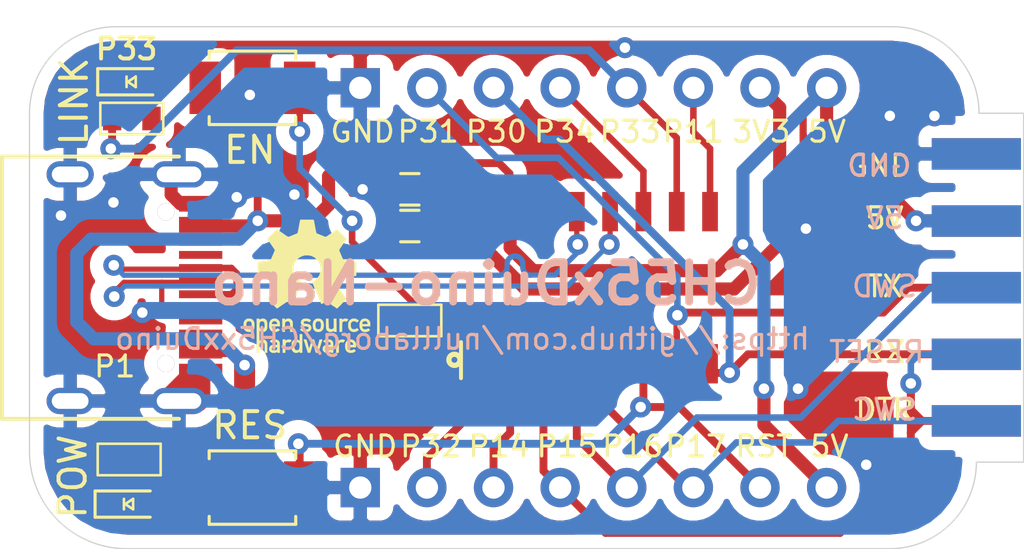
<source format=kicad_pcb>
(kicad_pcb (version 20171130) (host pcbnew "(5.1.10)-1")

  (general
    (thickness 1.6)
    (drawings 43)
    (tracks 265)
    (zones 0)
    (modules 15)
    (nets 22)
  )

  (page A4)
  (title_block
    (title "CMSIS DAP Cat")
    (date 2020-08-08)
    (rev 1.0)
    (company "Electronic Cats")
    (comment 1 "Ricardo Mena C rgacort12@gmail.com")
    (comment 2 "Felipe Islas")
    (comment 3 "Eduaro Wero")
    (comment 4 "Andres Sabas")
  )

  (layers
    (0 F.Cu signal)
    (31 B.Cu signal)
    (32 B.Adhes user)
    (33 F.Adhes user)
    (34 B.Paste user)
    (35 F.Paste user)
    (36 B.SilkS user)
    (37 F.SilkS user)
    (38 B.Mask user)
    (39 F.Mask user)
    (40 Dwgs.User user)
    (41 Cmts.User user)
    (42 Eco1.User user)
    (43 Eco2.User user)
    (44 Edge.Cuts user)
    (45 Margin user)
    (46 B.CrtYd user)
    (47 F.CrtYd user)
    (48 B.Fab user)
    (49 F.Fab user hide)
  )

  (setup
    (last_trace_width 0.25)
    (user_trace_width 0.2)
    (user_trace_width 0.3)
    (user_trace_width 0.4)
    (user_trace_width 0.5)
    (user_trace_width 0.75)
    (trace_clearance 0.2)
    (zone_clearance 0.508)
    (zone_45_only no)
    (trace_min 0.2)
    (via_size 0.8)
    (via_drill 0.4)
    (via_min_size 0.4)
    (via_min_drill 0.3)
    (uvia_size 0.3)
    (uvia_drill 0.1)
    (uvias_allowed no)
    (uvia_min_size 0.2)
    (uvia_min_drill 0.1)
    (edge_width 0.05)
    (segment_width 0.2)
    (pcb_text_width 0.3)
    (pcb_text_size 1.5 1.5)
    (mod_edge_width 0.12)
    (mod_text_size 1 1)
    (mod_text_width 0.15)
    (pad_size 2 2)
    (pad_drill 0)
    (pad_to_mask_clearance 0.05)
    (solder_mask_min_width 0.25)
    (aux_axis_origin 0 0)
    (grid_origin 131 82.5)
    (visible_elements 7FFFFFFF)
    (pcbplotparams
      (layerselection 0x010fc_ffffffff)
      (usegerberextensions false)
      (usegerberattributes true)
      (usegerberadvancedattributes true)
      (creategerberjobfile true)
      (excludeedgelayer true)
      (linewidth 0.100000)
      (plotframeref false)
      (viasonmask false)
      (mode 1)
      (useauxorigin false)
      (hpglpennumber 1)
      (hpglpenspeed 20)
      (hpglpendiameter 15.000000)
      (psnegative false)
      (psa4output false)
      (plotreference false)
      (plotvalue false)
      (plotinvisibletext false)
      (padsonsilk false)
      (subtractmaskfromsilk false)
      (outputformat 1)
      (mirror false)
      (drillshape 0)
      (scaleselection 1)
      (outputdirectory "gerber/"))
  )

  (net 0 "")
  (net 1 GND)
  (net 2 +5V)
  (net 3 +3V3)
  (net 4 "Net-(D1-Pad2)")
  (net 5 "Net-(D2-Pad2)")
  (net 6 "Net-(P1-PadB5)")
  (net 7 /D+)
  (net 8 /D-)
  (net 9 "Net-(P1-PadA5)")
  (net 10 "Net-(R6-Pad2)")
  (net 11 /RST)
  (net 12 /P34)
  (net 13 /P30)
  (net 14 /P31)
  (net 15 /LINK)
  (net 16 /P11)
  (net 17 /DTR&RST)
  (net 18 /P14)
  (net 19 /P32)
  (net 20 /P16)
  (net 21 /P17)

  (net_class Default "This is the default net class."
    (clearance 0.2)
    (trace_width 0.25)
    (via_dia 0.8)
    (via_drill 0.4)
    (uvia_dia 0.3)
    (uvia_drill 0.1)
    (add_net +3V3)
    (add_net +5V)
    (add_net /D+)
    (add_net /D-)
    (add_net /DTR&RST)
    (add_net /LINK)
    (add_net /P11)
    (add_net /P14)
    (add_net /P16)
    (add_net /P17)
    (add_net /P30)
    (add_net /P31)
    (add_net /P32)
    (add_net /P34)
    (add_net /RST)
    (add_net GND)
    (add_net "Net-(D1-Pad2)")
    (add_net "Net-(D2-Pad2)")
    (add_net "Net-(P1-PadA5)")
    (add_net "Net-(P1-PadB5)")
    (add_net "Net-(R6-Pad2)")
  )

  (module CH5xxDuino-Nano:SOIC-16_3.9x9.9mm_Pitch1.27mm (layer F.Cu) (tedit 6262014E) (tstamp 5F2CCD05)
    (at 152.5 72.55 90)
    (descr "16-Lead Plastic Small Outline (SL) - Narrow, 3.90 mm Body [SOIC] (see Microchip Packaging Specification 00000049BS.pdf)")
    (tags "SOIC 1.27")
    (path /62618327)
    (attr smd)
    (fp_text reference U1 (at -0.05 -0.5) (layer F.SilkS) hide
      (effects (font (size 1 1) (thickness 0.15)))
    )
    (fp_text value CH552G (at 0 6 270) (layer F.Fab)
      (effects (font (size 1 1) (thickness 0.15)))
    )
    (fp_line (start -0.95 -4.95) (end 1.95 -4.95) (layer F.Fab) (width 0.15))
    (fp_line (start 1.95 -4.95) (end 1.95 4.95) (layer F.Fab) (width 0.15))
    (fp_line (start 1.95 4.95) (end -1.95 4.95) (layer F.Fab) (width 0.15))
    (fp_line (start -1.95 4.95) (end -1.95 -3.95) (layer F.Fab) (width 0.15))
    (fp_line (start -1.95 -3.95) (end -0.95 -4.95) (layer F.Fab) (width 0.15))
    (fp_line (start -3.7 -5.25) (end -3.7 5.25) (layer F.CrtYd) (width 0.05))
    (fp_line (start 3.7 -5.25) (end 3.7 5.25) (layer F.CrtYd) (width 0.05))
    (fp_line (start -3.7 -5.25) (end 3.7 -5.25) (layer F.CrtYd) (width 0.05))
    (fp_line (start -3.7 5.25) (end 3.7 5.25) (layer F.CrtYd) (width 0.05))
    (fp_line (start -2.075 -5.05) (end -3.45 -5.05) (layer F.SilkS) (width 0.15))
    (fp_circle (center -2.75 -5.3) (end -2.537868 -5.3) (layer F.SilkS) (width 0.2))
    (fp_text user %R (at 0 0 270) (layer F.Fab)
      (effects (font (size 0.9 0.9) (thickness 0.135)))
    )
    (fp_text user REF** (at 0 0 270) (layer F.Fab)
      (effects (font (size 0.9 0.9) (thickness 0.135)))
    )
    (pad 1 smd rect (at -2.9 -4.445 90) (size 1.5 0.6) (layers F.Cu F.Paste F.Mask)
      (net 19 /P32))
    (pad 2 smd rect (at -2.9 -3.175 90) (size 1.5 0.6) (layers F.Cu F.Paste F.Mask)
      (net 18 /P14))
    (pad 3 smd rect (at -2.9 -1.905 90) (size 1.5 0.6) (layers F.Cu F.Paste F.Mask)
      (net 17 /DTR&RST))
    (pad 4 smd rect (at -2.9 -0.635 90) (size 1.5 0.6) (layers F.Cu F.Paste F.Mask)
      (net 20 /P16))
    (pad 5 smd rect (at -2.9 0.635 90) (size 1.5 0.6) (layers F.Cu F.Paste F.Mask)
      (net 21 /P17))
    (pad 6 smd rect (at -2.9 1.905 90) (size 1.5 0.6) (layers F.Cu F.Paste F.Mask)
      (net 11 /RST))
    (pad 7 smd rect (at -2.9 3.175 90) (size 1.5 0.6) (layers F.Cu F.Paste F.Mask)
      (net 14 /P31))
    (pad 8 smd rect (at -2.9 4.445 90) (size 1.5 0.6) (layers F.Cu F.Paste F.Mask)
      (net 13 /P30))
    (pad 9 smd rect (at 2.9 4.445 90) (size 1.5 0.6) (layers F.Cu F.Paste F.Mask)
      (net 16 /P11))
    (pad 10 smd rect (at 2.9 3.175 90) (size 1.5 0.6) (layers F.Cu F.Paste F.Mask)
      (net 15 /LINK))
    (pad 11 smd rect (at 2.9 1.905 90) (size 1.5 0.6) (layers F.Cu F.Paste F.Mask)
      (net 12 /P34))
    (pad 12 smd rect (at 2.9 0.635 90) (size 1.5 0.6) (layers F.Cu F.Paste F.Mask)
      (net 7 /D+))
    (pad 13 smd rect (at 2.9 -0.635 90) (size 1.5 0.6) (layers F.Cu F.Paste F.Mask)
      (net 8 /D-))
    (pad 14 smd rect (at 2.9 -1.905 90) (size 1.5 0.6) (layers F.Cu F.Paste F.Mask)
      (net 1 GND))
    (pad 15 smd rect (at 2.9 -3.175 90) (size 1.5 0.6) (layers F.Cu F.Paste F.Mask)
      (net 2 +5V))
    (pad 16 smd rect (at 2.9 -4.445 90) (size 1.5 0.6) (layers F.Cu F.Paste F.Mask)
      (net 3 +3V3))
    (model ${KIPRJMOD}/CH5xxDuino-Nano.3dshapes/SOIC-16_L9.9-W3.9-H1.8-LS6.0-P1.27.wrl
      (at (xyz 0 0 0))
      (scale (xyz 1 1 1))
      (rotate (xyz 0 0 90))
    )
  )

  (module CH5xxDuino-Nano:open-hardware locked (layer F.Cu) (tedit 0) (tstamp 6261990B)
    (at 141.6 72.5)
    (fp_text reference G*** (at 0 0) (layer F.SilkS) hide
      (effects (font (size 1.524 1.524) (thickness 0.3)))
    )
    (fp_text value LOGO (at 0.75 0) (layer F.SilkS) hide
      (effects (font (size 1.524 1.524) (thickness 0.3)))
    )
    (fp_poly (pts (xy -1.237627 2.02622) (xy -1.19898 2.029997) (xy -1.167545 2.037022) (xy -1.16545 2.037734)
      (xy -1.140147 2.048446) (xy -1.117444 2.061276) (xy -1.099791 2.074457) (xy -1.089642 2.08622)
      (xy -1.088495 2.093232) (xy -1.087757 2.09987) (xy -1.084862 2.100186) (xy -1.078691 2.101116)
      (xy -1.073632 2.107538) (xy -1.069585 2.120441) (xy -1.066448 2.140818) (xy -1.064122 2.169658)
      (xy -1.062505 2.207952) (xy -1.061496 2.256691) (xy -1.060995 2.316867) (xy -1.060934 2.335212)
      (xy -1.06045 2.5273) (xy -1.106691 2.5273) (xy -1.130498 2.527096) (xy -1.144405 2.525822)
      (xy -1.151214 2.52248) (xy -1.153725 2.516074) (xy -1.154333 2.510348) (xy -1.157002 2.494497)
      (xy -1.162426 2.490557) (xy -1.172205 2.497793) (xy -1.175093 2.500804) (xy -1.198322 2.518369)
      (xy -1.229484 2.528965) (xy -1.270031 2.53303) (xy -1.281888 2.533077) (xy -1.308783 2.531976)
      (xy -1.333576 2.529625) (xy -1.351095 2.526523) (xy -1.351665 2.526363) (xy -1.38024 2.514569)
      (xy -1.386897 2.510366) (xy -1.375834 2.510366) (xy -1.374962 2.514141) (xy -1.3716 2.5146)
      (xy -1.366374 2.512276) (xy -1.367367 2.510366) (xy -1.374903 2.509606) (xy -1.375834 2.510366)
      (xy -1.386897 2.510366) (xy -1.407755 2.497198) (xy -1.429182 2.477585) (xy -1.433447 2.472088)
      (xy -1.452574 2.43444) (xy -1.460038 2.396604) (xy -1.36776 2.396604) (xy -1.364113 2.408394)
      (xy -1.354703 2.417745) (xy -1.351161 2.420339) (xy -1.333118 2.431205) (xy -1.315775 2.438884)
      (xy -1.297138 2.442064) (xy -1.27153 2.442842) (xy -1.243098 2.441514) (xy -1.21599 2.438376)
      (xy -1.194354 2.433723) (xy -1.184369 2.42952) (xy -1.170396 2.41348) (xy -1.160647 2.387791)
      (xy -1.156003 2.355057) (xy -1.155736 2.344737) (xy -1.1557 2.31775) (xy -1.243013 2.317978)
      (xy -1.278288 2.31821) (xy -1.30328 2.318916) (xy -1.320404 2.320436) (xy -1.332075 2.323108)
      (xy -1.34071 2.327271) (xy -1.348065 2.332725) (xy -1.360034 2.345501) (xy -1.365873 2.361568)
      (xy -1.367576 2.377316) (xy -1.36776 2.396604) (xy -1.460038 2.396604) (xy -1.460442 2.394558)
      (xy -1.457582 2.354675) (xy -1.444527 2.317023) (xy -1.4317 2.298286) (xy -1.420844 2.298286)
      (xy -1.419975 2.2987) (xy -1.41418 2.294229) (xy -1.412875 2.29235) (xy -1.411257 2.286413)
      (xy -1.412126 2.286) (xy -1.417921 2.29047) (xy -1.419225 2.29235) (xy -1.420844 2.298286)
      (xy -1.4317 2.298286) (xy -1.421806 2.283834) (xy -1.412958 2.276475) (xy -1.397 2.276475)
      (xy -1.393825 2.27965) (xy -1.39065 2.276475) (xy -1.393825 2.2733) (xy -1.397 2.276475)
      (xy -1.412958 2.276475) (xy -1.389952 2.257342) (xy -1.381125 2.252291) (xy -1.369702 2.24703)
      (xy -1.356836 2.243195) (xy -1.34015 2.240483) (xy -1.317269 2.238593) (xy -1.285818 2.237223)
      (xy -1.255713 2.236369) (xy -1.1557 2.233869) (xy -1.1557 2.203732) (xy -1.158232 2.169245)
      (xy -1.166833 2.144887) (xy -1.183011 2.128933) (xy -1.208275 2.119658) (xy -1.232259 2.116208)
      (xy -1.274341 2.115136) (xy -1.309192 2.119878) (xy -1.33502 2.130101) (xy -1.343718 2.136889)
      (xy -1.35869 2.151862) (xy -1.387206 2.130425) (xy -1.3589 2.130425) (xy -1.355725 2.1336)
      (xy -1.35255 2.130425) (xy -1.355725 2.12725) (xy -1.3589 2.130425) (xy -1.387206 2.130425)
      (xy -1.397869 2.12241) (xy -1.400428 2.120486) (xy -1.363694 2.120486) (xy -1.362825 2.1209)
      (xy -1.35703 2.116429) (xy -1.355725 2.11455) (xy -1.354107 2.108613) (xy -1.354976 2.1082)
      (xy -1.360771 2.11267) (xy -1.362075 2.11455) (xy -1.363694 2.120486) (xy -1.400428 2.120486)
      (xy -1.437049 2.092958) (xy -1.409087 2.068708) (xy -1.387012 2.05288) (xy -1.362024 2.039656)
      (xy -1.34981 2.035054) (xy -1.317745 2.02868) (xy -1.278783 2.025758) (xy -1.237627 2.02622)) (layer F.SilkS) (width 0.01))
    (fp_poly (pts (xy -0.2032 2.5273) (xy -0.297601 2.5273) (xy -0.297057 2.50816) (xy -0.297975 2.491864)
      (xy -0.303108 2.485425) (xy -0.314205 2.488408) (xy -0.331799 2.49953) (xy -0.351385 2.512254)
      (xy -0.369943 2.522825) (xy -0.376537 2.525999) (xy -0.40001 2.531783) (xy -0.430211 2.533431)
      (xy -0.461924 2.531129) (xy -0.489937 2.525063) (xy -0.498891 2.521645) (xy -0.538371 2.497202)
      (xy -0.569301 2.464174) (xy -0.578631 2.447925) (xy -0.43815 2.447925) (xy -0.434975 2.4511)
      (xy -0.4318 2.447925) (xy -0.434975 2.44475) (xy -0.43815 2.447925) (xy -0.578631 2.447925)
      (xy -0.584986 2.436858) (xy -0.590152 2.424766) (xy -0.593981 2.413186) (xy -0.59667 2.400011)
      (xy -0.598416 2.38313) (xy -0.599416 2.360435) (xy -0.599868 2.329817) (xy -0.599967 2.289166)
      (xy -0.599961 2.278315) (xy -0.501546 2.278315) (xy -0.501313 2.31461) (xy -0.50031 2.340878)
      (xy -0.498237 2.359784) (xy -0.494793 2.373992) (xy -0.489678 2.386167) (xy -0.489316 2.386882)
      (xy -0.469148 2.414356) (xy -0.442406 2.431524) (xy -0.434711 2.434114) (xy -0.414944 2.436263)
      (xy -0.389813 2.43466) (xy -0.365056 2.430067) (xy -0.346412 2.423243) (xy -0.344678 2.422193)
      (xy -0.326392 2.404015) (xy -0.313502 2.376541) (xy -0.305756 2.338947) (xy -0.302899 2.290408)
      (xy -0.302875 2.286284) (xy -0.30421 2.239006) (xy -0.308753 2.202211) (xy -0.316885 2.174004)
      (xy -0.328986 2.152487) (xy -0.330014 2.151154) (xy -0.337864 2.139502) (xy -0.339943 2.132798)
      (xy -0.33982 2.132636) (xy -0.342586 2.129859) (xy -0.347965 2.128828) (xy -0.36017 2.127528)
      (xy -0.379765 2.125433) (xy -0.3937 2.12394) (xy -0.429298 2.124692) (xy -0.457793 2.135713)
      (xy -0.480143 2.157461) (xy -0.487163 2.168525) (xy -0.493073 2.180249) (xy -0.497104 2.192441)
      (xy -0.499612 2.207812) (xy -0.500951 2.229075) (xy -0.501476 2.258943) (xy -0.501546 2.278315)
      (xy -0.599961 2.278315) (xy -0.599959 2.276475) (xy -0.599821 2.232555) (xy -0.599379 2.199285)
      (xy -0.59845 2.174614) (xy -0.596855 2.156493) (xy -0.594411 2.142871) (xy -0.590937 2.1317)
      (xy -0.586251 2.120928) (xy -0.586188 2.120794) (xy -0.572757 2.098675) (xy -0.5461 2.098675)
      (xy -0.542925 2.10185) (xy -0.53975 2.098675) (xy -0.542925 2.0955) (xy -0.5461 2.098675)
      (xy -0.572757 2.098675) (xy -0.562594 2.08194) (xy -0.533419 2.05403) (xy -0.52098 2.047875)
      (xy -0.3683 2.047875) (xy -0.365125 2.05105) (xy -0.36195 2.047875) (xy -0.365125 2.0447)
      (xy -0.3683 2.047875) (xy -0.52098 2.047875) (xy -0.497341 2.036179) (xy -0.453039 2.0275)
      (xy -0.446223 2.026974) (xy -0.411312 2.026563) (xy -0.383296 2.031501) (xy -0.356984 2.043241)
      (xy -0.333712 2.058478) (xy -0.318075 2.068994) (xy -0.306584 2.075465) (xy -0.30355 2.07645)
      (xy -0.302 2.070417) (xy -0.30064 2.053585) (xy -0.299545 2.027856) (xy -0.298794 1.995129)
      (xy -0.29846 1.957307) (xy -0.29845 1.94945) (xy -0.29845 1.82245) (xy -0.2032 1.82245)
      (xy -0.2032 2.5273)) (layer F.SilkS) (width 0.01))
    (fp_poly (pts (xy 0.811034 2.029075) (xy 0.837499 2.030048) (xy 0.85692 2.032081) (xy 0.872121 2.035507)
      (xy 0.885929 2.040663) (xy 0.890033 2.04251) (xy 0.922709 2.06271) (xy 0.94928 2.089135)
      (xy 0.967006 2.118799) (xy 0.970976 2.130776) (xy 0.97308 2.145862) (xy 0.974856 2.172369)
      (xy 0.976264 2.209021) (xy 0.977262 2.254541) (xy 0.977807 2.307654) (xy 0.9779 2.342786)
      (xy 0.9779 2.5273) (xy 0.88265 2.5273) (xy 0.88265 2.48186) (xy 0.856968 2.503842)
      (xy 0.838245 2.517433) (xy 0.819553 2.527238) (xy 0.811724 2.529737) (xy 0.793486 2.531736)
      (xy 0.767576 2.532651) (xy 0.73897 2.532508) (xy 0.712649 2.531329) (xy 0.693737 2.529168)
      (xy 0.682584 2.524653) (xy 0.67945 2.520133) (xy 0.675628 2.516564) (xy 0.673752 2.517371)
      (xy 0.664184 2.516573) (xy 0.649217 2.508369) (xy 0.631655 2.495051) (xy 0.614303 2.478907)
      (xy 0.599966 2.462228) (xy 0.594962 2.454275) (xy 0.5969 2.454275) (xy 0.600075 2.45745)
      (xy 0.60325 2.454275) (xy 0.600075 2.4511) (xy 0.5969 2.454275) (xy 0.594962 2.454275)
      (xy 0.593358 2.451726) (xy 0.580778 2.414674) (xy 0.578716 2.385031) (xy 0.664864 2.385031)
      (xy 0.670795 2.398073) (xy 0.673674 2.403022) (xy 0.689716 2.422691) (xy 0.711505 2.435351)
      (xy 0.740948 2.441667) (xy 0.779948 2.442303) (xy 0.785628 2.442014) (xy 0.811687 2.439811)
      (xy 0.83403 2.436628) (xy 0.848651 2.43307) (xy 0.85057 2.432226) (xy 0.863348 2.422139)
      (xy 0.872074 2.406385) (xy 0.877807 2.382387) (xy 0.880635 2.358989) (xy 0.882372 2.336748)
      (xy 0.881971 2.324284) (xy 0.878877 2.318773) (xy 0.872534 2.317391) (xy 0.872455 2.317389)
      (xy 0.839985 2.316907) (xy 0.806128 2.317233) (xy 0.773491 2.318243) (xy 0.744681 2.319817)
      (xy 0.722304 2.321831) (xy 0.708969 2.324163) (xy 0.70674 2.325166) (xy 0.694402 2.329139)
      (xy 0.689132 2.328213) (xy 0.681502 2.327284) (xy 0.680705 2.329091) (xy 0.679072 2.337275)
      (xy 0.673648 2.352174) (xy 0.671383 2.357546) (xy 0.66517 2.373711) (xy 0.664864 2.385031)
      (xy 0.578716 2.385031) (xy 0.578073 2.375803) (xy 0.584602 2.337887) (xy 0.594911 2.314575)
      (xy 0.6858 2.314575) (xy 0.688975 2.31775) (xy 0.69215 2.314575) (xy 0.688975 2.3114)
      (xy 0.6858 2.314575) (xy 0.594911 2.314575) (xy 0.599721 2.303699) (xy 0.606531 2.295525)
      (xy 0.61595 2.295525) (xy 0.619125 2.2987) (xy 0.6223 2.295525) (xy 0.619125 2.29235)
      (xy 0.61595 2.295525) (xy 0.606531 2.295525) (xy 0.622789 2.276013) (xy 0.636372 2.265925)
      (xy 0.6575 2.254275) (xy 0.665875 2.251075) (xy 0.84455 2.251075) (xy 0.847725 2.25425)
      (xy 0.8509 2.251075) (xy 0.85725 2.251075) (xy 0.860425 2.25425) (xy 0.8636 2.251075)
      (xy 0.860425 2.2479) (xy 0.85725 2.251075) (xy 0.8509 2.251075) (xy 0.847725 2.2479)
      (xy 0.84455 2.251075) (xy 0.665875 2.251075) (xy 0.679278 2.245954) (xy 0.704461 2.240425)
      (xy 0.735804 2.237151) (xy 0.776062 2.235597) (xy 0.79326 2.235355) (xy 0.823923 2.23478)
      (xy 0.850029 2.23377) (xy 0.868919 2.232464) (xy 0.877932 2.231001) (xy 0.878102 2.23091)
      (xy 0.881906 2.222088) (xy 0.8826 2.205167) (xy 0.880683 2.184229) (xy 0.876653 2.163352)
      (xy 0.871008 2.146616) (xy 0.867022 2.140223) (xy 0.848779 2.127563) (xy 0.822954 2.119173)
      (xy 0.792688 2.115) (xy 0.761119 2.114992) (xy 0.731387 2.119096) (xy 0.706632 2.127259)
      (xy 0.689994 2.139428) (xy 0.687381 2.143248) (xy 0.683223 2.147874) (xy 0.676791 2.147557)
      (xy 0.665785 2.141303) (xy 0.647906 2.128121) (xy 0.642283 2.123774) (xy 0.623886 2.109262)
      (xy 0.610156 2.098001) (xy 0.603518 2.091994) (xy 0.60325 2.091563) (xy 0.608007 2.084787)
      (xy 0.620111 2.073652) (xy 0.636309 2.060792) (xy 0.653347 2.048844) (xy 0.654955 2.047875)
      (xy 0.6985 2.047875) (xy 0.701675 2.05105) (xy 0.70485 2.047875) (xy 0.701675 2.0447)
      (xy 0.6985 2.047875) (xy 0.654955 2.047875) (xy 0.663575 2.042682) (xy 0.665959 2.041525)
      (xy 0.8509 2.041525) (xy 0.854075 2.0447) (xy 0.85725 2.041525) (xy 0.854075 2.03835)
      (xy 0.8509 2.041525) (xy 0.665959 2.041525) (xy 0.67535 2.036969) (xy 0.687792 2.033065)
      (xy 0.703584 2.030636) (xy 0.725407 2.029349) (xy 0.755943 2.028867) (xy 0.7747 2.028825)
      (xy 0.811034 2.029075)) (layer F.SilkS) (width 0.01))
    (fp_poly (pts (xy 1.682611 2.028658) (xy 1.720377 2.038605) (xy 1.753874 2.056875) (xy 1.784583 2.0828)
      (xy 1.806116 2.107335) (xy 1.823547 2.13399) (xy 1.835474 2.159888) (xy 1.840496 2.182152)
      (xy 1.838986 2.19449) (xy 1.838673 2.200848) (xy 1.841572 2.20023) (xy 1.844685 2.204191)
      (xy 1.846791 2.219865) (xy 1.847784 2.246295) (xy 1.84785 2.25705) (xy 1.84785 2.31775)
      (xy 1.530667 2.31775) (xy 1.534379 2.338387) (xy 1.545756 2.376325) (xy 1.564252 2.406382)
      (xy 1.588669 2.426631) (xy 1.589756 2.427212) (xy 1.618981 2.437318) (xy 1.652982 2.441261)
      (xy 1.6865 2.438905) (xy 1.713683 2.430417) (xy 1.7292 2.424331) (xy 1.740331 2.4231)
      (xy 1.741652 2.423608) (xy 1.745295 2.423619) (xy 1.744205 2.421179) (xy 1.745333 2.412636)
      (xy 1.752507 2.403558) (xy 1.760266 2.3976) (xy 1.767196 2.397398) (xy 1.776822 2.404079)
      (xy 1.78887 2.415171) (xy 1.805273 2.430184) (xy 1.819788 2.442638) (xy 1.824996 2.446714)
      (xy 1.831762 2.452679) (xy 1.8318 2.458579) (xy 1.824072 2.467799) (xy 1.816149 2.475497)
      (xy 1.78123 2.502232) (xy 1.740947 2.520016) (xy 1.693249 2.529605) (xy 1.6637 2.531642)
      (xy 1.625575 2.531731) (xy 1.596469 2.528981) (xy 1.573212 2.523161) (xy 1.555949 2.516219)
      (xy 1.545034 2.50994) (xy 1.54305 2.507324) (xy 1.537938 2.502417) (xy 1.53416 2.5019)
      (xy 1.52332 2.497073) (xy 1.508268 2.484517) (xy 1.497658 2.473325) (xy 1.53035 2.473325)
      (xy 1.533525 2.4765) (xy 1.5367 2.473325) (xy 1.79705 2.473325) (xy 1.800225 2.4765)
      (xy 1.8034 2.473325) (xy 1.800225 2.47015) (xy 1.79705 2.473325) (xy 1.5367 2.473325)
      (xy 1.533525 2.47015) (xy 1.53035 2.473325) (xy 1.497658 2.473325) (xy 1.491768 2.467112)
      (xy 1.476583 2.447744) (xy 1.472792 2.441575) (xy 1.79705 2.441575) (xy 1.800225 2.44475)
      (xy 1.8034 2.441575) (xy 1.800225 2.4384) (xy 1.79705 2.441575) (xy 1.472792 2.441575)
      (xy 1.466425 2.431217) (xy 1.450809 2.390542) (xy 1.440405 2.341995) (xy 1.435639 2.289465)
      (xy 1.436932 2.236843) (xy 1.438439 2.225675) (xy 1.5113 2.225675) (xy 1.514475 2.22885)
      (xy 1.516043 2.227282) (xy 1.53291 2.227282) (xy 1.533804 2.229302) (xy 1.541069 2.231273)
      (xy 1.55884 2.232965) (xy 1.584927 2.234257) (xy 1.617136 2.235031) (xy 1.642049 2.2352)
      (xy 1.74665 2.2352) (xy 1.744862 2.204028) (xy 1.74337 2.186706) (xy 1.741516 2.176604)
      (xy 1.740451 2.17543) (xy 1.735835 2.1724) (xy 1.727895 2.161613) (xy 1.726413 2.159233)
      (xy 1.705649 2.136453) (xy 1.677959 2.121918) (xy 1.646435 2.116065) (xy 1.61417 2.11933)
      (xy 1.584253 2.132152) (xy 1.576137 2.137977) (xy 1.562571 2.15255) (xy 1.549796 2.172369)
      (xy 1.53948 2.193833) (xy 1.533295 2.213339) (xy 1.53291 2.227282) (xy 1.516043 2.227282)
      (xy 1.51765 2.225675) (xy 1.514475 2.2225) (xy 1.5113 2.225675) (xy 1.438439 2.225675)
      (xy 1.441011 2.206625) (xy 1.524 2.206625) (xy 1.527175 2.2098) (xy 1.53035 2.206625)
      (xy 1.527175 2.20345) (xy 1.524 2.206625) (xy 1.441011 2.206625) (xy 1.441538 2.202729)
      (xy 1.447427 2.179195) (xy 1.448931 2.174875) (xy 1.4605 2.174875) (xy 1.463675 2.17805)
      (xy 1.46685 2.174875) (xy 1.463675 2.1717) (xy 1.4605 2.174875) (xy 1.448931 2.174875)
      (xy 1.455821 2.1551) (xy 1.465434 2.13316) (xy 1.474978 2.116093) (xy 1.483167 2.106616)
      (xy 1.48738 2.10594) (xy 1.491338 2.106265) (xy 1.49032 2.103865) (xy 1.490461 2.094041)
      (xy 1.491483 2.092325) (xy 1.4986 2.092325) (xy 1.501775 2.0955) (xy 1.50495 2.092325)
      (xy 1.501775 2.08915) (xy 1.4986 2.092325) (xy 1.491483 2.092325) (xy 1.497376 2.082432)
      (xy 1.507232 2.073877) (xy 1.515057 2.072619) (xy 1.521913 2.071671) (xy 1.522336 2.068283)
      (xy 1.526748 2.061584) (xy 1.539741 2.051932) (xy 1.555301 2.043112) (xy 1.577588 2.033184)
      (xy 1.598456 2.027828) (xy 1.623698 2.025804) (xy 1.636998 2.02565) (xy 1.682611 2.028658)) (layer F.SilkS) (width 0.01))
    (fp_poly (pts (xy -1.669753 1.230747) (xy -1.666093 1.23152) (xy -1.644874 1.238735) (xy -1.621751 1.250406)
      (xy -1.599681 1.264512) (xy -1.581622 1.279033) (xy -1.570531 1.291951) (xy -1.56845 1.298193)
      (xy -1.564269 1.307709) (xy -1.561533 1.309347) (xy -1.555135 1.317573) (xy -1.549432 1.336373)
      (xy -1.544548 1.363634) (xy -1.540609 1.397243) (xy -1.537741 1.435087) (xy -1.53607 1.475053)
      (xy -1.535721 1.515027) (xy -1.536819 1.552897) (xy -1.53949 1.58655) (xy -1.543527 1.612355)
      (xy -1.55058 1.635711) (xy -1.560575 1.657316) (xy -1.57172 1.674211) (xy -1.582222 1.683434)
      (xy -1.587009 1.68418) (xy -1.592141 1.68568) (xy -1.591473 1.687809) (xy -1.592895 1.695527)
      (xy -1.601409 1.704292) (xy -1.612317 1.710429) (xy -1.620528 1.710535) (xy -1.624575 1.710106)
      (xy -1.623182 1.713276) (xy -1.62544 1.719368) (xy -1.637432 1.725549) (xy -1.656217 1.731098)
      (xy -1.678857 1.735295) (xy -1.702409 1.737419) (xy -1.720375 1.737104) (xy -1.740477 1.734073)
      (xy -1.755229 1.729352) (xy -1.759846 1.725968) (xy -1.764411 1.721256) (xy -1.765203 1.7226)
      (xy -1.769776 1.7238) (xy -1.781068 1.719107) (xy -1.795724 1.710361) (xy -1.810388 1.699399)
      (xy -1.814933 1.69535) (xy -1.825817 1.686601) (xy -1.8323 1.684179) (xy -1.832488 1.684321)
      (xy -1.833141 1.691139) (xy -1.833633 1.709098) (xy -1.833958 1.736638) (xy -1.834104 1.772201)
      (xy -1.834064 1.814227) (xy -1.833828 1.861157) (xy -1.833656 1.883397) (xy -1.831975 2.079625)
      (xy -1.818026 2.065675) (xy -1.806542 2.056167) (xy -1.791265 2.045765) (xy -1.776307 2.037)
      (xy -1.765779 2.032404) (xy -1.76378 2.032281) (xy -1.757316 2.030783) (xy -1.750979 2.028542)
      (xy -1.739318 2.026728) (xy -1.719237 2.026013) (xy -1.694984 2.026544) (xy -1.693829 2.026601)
      (xy -1.665511 2.029107) (xy -1.644167 2.034266) (xy -1.624117 2.043673) (xy -1.616075 2.048434)
      (xy -1.589739 2.068435) (xy -1.567696 2.09235) (xy -1.552517 2.116939) (xy -1.546978 2.135493)
      (xy -1.544193 2.149729) (xy -1.540924 2.156893) (xy -1.539843 2.164091) (xy -1.538864 2.182356)
      (xy -1.538024 2.210056) (xy -1.537361 2.24556) (xy -1.536909 2.287234) (xy -1.536708 2.333447)
      (xy -1.5367 2.344208) (xy -1.5367 2.5273) (xy -1.631016 2.5273) (xy -1.633071 2.360612)
      (xy -1.633726 2.310219) (xy -1.634402 2.270855) (xy -1.63525 2.240849) (xy -1.636419 2.218531)
      (xy -1.638062 2.20223) (xy -1.64033 2.190276) (xy -1.643372 2.180998) (xy -1.647342 2.172727)
      (xy -1.650582 2.166937) (xy -1.661057 2.151221) (xy -1.67038 2.141492) (xy -1.673866 2.13995)
      (xy -1.682759 2.135462) (xy -1.683911 2.133294) (xy -1.690949 2.129068) (xy -1.706733 2.125222)
      (xy -1.720952 2.123316) (xy -1.745921 2.12248) (xy -1.765951 2.126539) (xy -1.78435 2.134734)
      (xy -1.798326 2.142407) (xy -1.809436 2.150404) (xy -1.818011 2.160208) (xy -1.824382 2.173301)
      (xy -1.828882 2.191168) (xy -1.831842 2.215291) (xy -1.833594 2.247154) (xy -1.834469 2.288239)
      (xy -1.834798 2.34003) (xy -1.834845 2.360612) (xy -1.83515 2.5273) (xy -1.93675 2.5273)
      (xy -1.93675 2.155825) (xy -1.83515 2.155825) (xy -1.831975 2.159) (xy -1.8288 2.155825)
      (xy -1.831975 2.15265) (xy -1.83515 2.155825) (xy -1.93675 2.155825) (xy -1.93675 2.111375)
      (xy -1.7653 2.111375) (xy -1.762125 2.11455) (xy -1.75895 2.111375) (xy -1.762125 2.1082)
      (xy -1.7653 2.111375) (xy -1.93675 2.111375) (xy -1.93675 1.640416) (xy -1.674284 1.640416)
      (xy -1.673412 1.644191) (xy -1.67005 1.64465) (xy -1.664824 1.642326) (xy -1.665817 1.640416)
      (xy -1.673353 1.639656) (xy -1.674284 1.640416) (xy -1.93675 1.640416) (xy -1.93675 1.459782)
      (xy -1.834455 1.459782) (xy -1.834141 1.499738) (xy -1.832671 1.532972) (xy -1.830502 1.556689)
      (xy -1.827063 1.574071) (xy -1.821786 1.588299) (xy -1.816493 1.59844) (xy -1.80338 1.617249)
      (xy -1.787874 1.629065) (xy -1.767007 1.635113) (xy -1.737808 1.636615) (xy -1.724701 1.63628)
      (xy -1.701006 1.634927) (xy -1.685928 1.632094) (xy -1.675387 1.626249) (xy -1.665299 1.615863)
      (xy -1.663015 1.613152) (xy -1.646101 1.583822) (xy -1.636059 1.544438) (xy -1.632834 1.494719)
      (xy -1.633895 1.463675) (xy -1.638448 1.418015) (xy -1.646307 1.383406) (xy -1.658441 1.358415)
      (xy -1.675814 1.341611) (xy -1.699393 1.331561) (xy -1.726022 1.327169) (xy -1.762056 1.328479)
      (xy -1.791174 1.339904) (xy -1.811066 1.357412) (xy -1.823318 1.379989) (xy -1.831105 1.414061)
      (xy -1.834455 1.459782) (xy -1.93675 1.459782) (xy -1.93675 1.35255) (xy -1.8288 1.35255)
      (xy -1.826477 1.357776) (xy -1.824567 1.356783) (xy -1.823807 1.349247) (xy -1.824567 1.348316)
      (xy -1.828342 1.349188) (xy -1.8288 1.35255) (xy -1.93675 1.35255) (xy -1.93675 1.317625)
      (xy -1.6891 1.317625) (xy -1.685925 1.3208) (xy -1.68275 1.317625) (xy -1.685925 1.31445)
      (xy -1.6891 1.317625) (xy -1.93675 1.317625) (xy -1.93675 1.2319) (xy -1.83515 1.2319)
      (xy -1.83515 1.283828) (xy -1.830037 1.279525) (xy -1.8161 1.279525) (xy -1.812925 1.2827)
      (xy -1.80975 1.279525) (xy -1.6129 1.279525) (xy -1.609725 1.2827) (xy -1.60655 1.279525)
      (xy -1.609725 1.27635) (xy -1.6129 1.279525) (xy -1.80975 1.279525) (xy -1.812925 1.27635)
      (xy -1.8161 1.279525) (xy -1.830037 1.279525) (xy -1.815613 1.267389) (xy -1.801137 1.256178)
      (xy -1.793436 1.25277) (xy -1.630927 1.25277) (xy -1.629382 1.256318) (xy -1.622988 1.263135)
      (xy -1.619312 1.261737) (xy -1.61925 1.260849) (xy -1.623761 1.255478) (xy -1.626582 1.253518)
      (xy -1.630927 1.25277) (xy -1.793436 1.25277) (xy -1.790749 1.251581) (xy -1.780949 1.251176)
      (xy -1.774257 1.247433) (xy -1.768173 1.242029) (xy -1.752385 1.233412) (xy -1.728154 1.228395)
      (xy -1.699328 1.227375) (xy -1.669753 1.230747)) (layer F.SilkS) (width 0.01))
    (fp_poly (pts (xy -0.84435 2.055812) (xy -0.844149 2.085975) (xy -0.829832 2.069735) (xy -0.802994 2.048156)
      (xy -0.768402 2.03338) (xy -0.72937 2.025981) (xy -0.689209 2.026535) (xy -0.651234 2.035614)
      (xy -0.645751 2.037824) (xy -0.628262 2.046242) (xy -0.616087 2.0538) (xy -0.613331 2.0565)
      (xy -0.615452 2.064673) (xy -0.626358 2.080917) (xy -0.645577 2.104606) (xy -0.672637 2.135116)
      (xy -0.673525 2.136086) (xy -0.682235 2.137255) (xy -0.697687 2.132614) (xy -0.702204 2.130599)
      (xy -0.733159 2.122341) (xy -0.766097 2.124175) (xy -0.797191 2.135175) (xy -0.82261 2.154416)
      (xy -0.828104 2.161039) (xy -0.832051 2.16696) (xy -0.835154 2.173856) (xy -0.837536 2.183277)
      (xy -0.839319 2.196773) (xy -0.840626 2.215895) (xy -0.841578 2.242193) (xy -0.842298 2.277217)
      (xy -0.842909 2.322517) (xy -0.84325 2.353126) (xy -0.845125 2.5273) (xy -0.94615 2.5273)
      (xy -0.94615 2.02565) (xy -0.84455 2.02565) (xy -0.84435 2.055812)) (layer F.SilkS) (width 0.01))
    (fp_poly (pts (xy -0.105445 2.025388) (xy -0.083361 2.026281) (xy -0.06297 2.02769) (xy -0.047857 2.029474)
      (xy -0.041659 2.031379) (xy -0.038705 2.039584) (xy -0.0329 2.058776) (xy -0.024606 2.087656)
      (xy -0.014185 2.124923) (xy -0.001998 2.169278) (xy 0.011592 2.219421) (xy 0.026223 2.274053)
      (xy 0.032771 2.2987) (xy 0.040612 2.327702) (xy 0.04754 2.352252) (xy 0.052789 2.369708)
      (xy 0.055555 2.377366) (xy 0.056738 2.37798) (xy 0.058548 2.375882) (xy 0.061341 2.370038)
      (xy 0.065473 2.359415) (xy 0.071301 2.342979) (xy 0.079179 2.319695) (xy 0.089465 2.28853)
      (xy 0.102514 2.248451) (xy 0.118683 2.198423) (xy 0.132398 2.155825) (xy 0.1397 2.155825)
      (xy 0.142875 2.159) (xy 0.14605 2.155825) (xy 0.142875 2.15265) (xy 0.1397 2.155825)
      (xy 0.132398 2.155825) (xy 0.138327 2.137412) (xy 0.140064 2.132012) (xy 0.174271 2.02565)
      (xy 0.245214 2.02565) (xy 0.279262 2.132012) (xy 0.290385 2.167323) (xy 0.300018 2.198976)
      (xy 0.307518 2.22477) (xy 0.312241 2.242503) (xy 0.31359 2.249487) (xy 0.315708 2.25893)
      (xy 0.317831 2.2606) (xy 0.321235 2.266264) (xy 0.32722 2.281523) (xy 0.334822 2.303777)
      (xy 0.340162 2.320728) (xy 0.34826 2.345531) (xy 0.355429 2.364405) (xy 0.360715 2.375003)
      (xy 0.362741 2.376291) (xy 0.365677 2.368961) (xy 0.371263 2.351394) (xy 0.378891 2.325628)
      (xy 0.387959 2.293702) (xy 0.397063 2.2606) (xy 0.408046 2.220201) (xy 0.419131 2.179668)
      (xy 0.429389 2.142371) (xy 0.437896 2.111684) (xy 0.442188 2.096377) (xy 0.449011 2.071273)
      (xy 0.454213 2.05029) (xy 0.456967 2.036835) (xy 0.4572 2.034464) (xy 0.460131 2.029977)
      (xy 0.470257 2.027234) (xy 0.48957 2.025909) (xy 0.511175 2.02565) (xy 0.535568 2.025859)
      (xy 0.554223 2.026418) (xy 0.564224 2.027223) (xy 0.56515 2.027579) (xy 0.563306 2.033998)
      (xy 0.558271 2.050134) (xy 0.550792 2.073628) (xy 0.541613 2.102122) (xy 0.540562 2.105366)
      (xy 0.530703 2.135882) (xy 0.517614 2.176551) (xy 0.501919 2.225427) (xy 0.484241 2.280562)
      (xy 0.465204 2.340011) (xy 0.445434 2.401825) (xy 0.425552 2.464057) (xy 0.41491 2.497403)
      (xy 0.405202 2.527832) (xy 0.360492 2.525978) (xy 0.315783 2.524125) (xy 0.29819 2.465208)
      (xy 0.290686 2.439918) (xy 0.284794 2.419753) (xy 0.281298 2.407413) (xy 0.280676 2.404883)
      (xy 0.278983 2.398625) (xy 0.274332 2.382742) (xy 0.267469 2.35976) (xy 0.260538 2.3368)
      (xy 0.250386 2.30327) (xy 0.239838 2.268355) (xy 0.234631 2.251075) (xy 0.29845 2.251075)
      (xy 0.301625 2.25425) (xy 0.3048 2.251075) (xy 0.301625 2.2479) (xy 0.29845 2.251075)
      (xy 0.234631 2.251075) (xy 0.230504 2.237381) (xy 0.226523 2.224132) (xy 0.219439 2.202167)
      (xy 0.213251 2.185896) (xy 0.209118 2.178308) (xy 0.208669 2.178095) (xy 0.205024 2.183622)
      (xy 0.201053 2.197393) (xy 0.200168 2.201745) (xy 0.195314 2.221156) (xy 0.189377 2.237023)
      (xy 0.188738 2.238258) (xy 0.182656 2.252723) (xy 0.180827 2.2606) (xy 0.178075 2.27401)
      (xy 0.17134 2.29909) (xy 0.160722 2.335488) (xy 0.146323 2.382848) (xy 0.139934 2.403475)
      (xy 0.130746 2.433172) (xy 0.121764 2.462471) (xy 0.11452 2.486363) (xy 0.112723 2.492375)
      (xy 0.103289 2.524125) (xy 0.05891 2.525972) (xy 0.014532 2.527819) (xy -0.01239 2.443422)
      (xy -0.025339 2.402938) (xy -0.039912 2.357546) (xy -0.054201 2.313186) (xy -0.064837 2.280291)
      (xy -0.074027 2.251075) (xy -0.0635 2.251075) (xy -0.060325 2.25425) (xy -0.05715 2.251075)
      (xy -0.060325 2.2479) (xy -0.0635 2.251075) (xy -0.074027 2.251075) (xy -0.074561 2.249379)
      (xy -0.082719 2.221706) (xy -0.088516 2.200098) (xy -0.091154 2.187383) (xy -0.091219 2.186633)
      (xy -0.093856 2.175143) (xy -0.097517 2.171704) (xy -0.100177 2.166925) (xy -0.098769 2.160781)
      (xy -0.097238 2.153814) (xy -0.099075 2.154357) (xy -0.102152 2.150068) (xy -0.108162 2.136627)
      (xy -0.116035 2.116934) (xy -0.124701 2.09389) (xy -0.133089 2.070393) (xy -0.140128 2.049345)
      (xy -0.14475 2.033646) (xy -0.145981 2.027237) (xy -0.140341 2.025724) (xy -0.125633 2.025155)
      (xy -0.105445 2.025388)) (layer F.SilkS) (width 0.01))
    (fp_poly (pts (xy 1.141412 2.02697) (xy 1.190625 2.028825) (xy 1.19257 2.052215) (xy 1.195364 2.068127)
      (xy 1.201332 2.074344) (xy 1.206418 2.07471) (xy 1.215059 2.072185) (xy 1.215734 2.06963)
      (xy 1.217867 2.062829) (xy 1.224112 2.056138) (xy 1.253178 2.038828) (xy 1.265749 2.035175)
      (xy 1.2827 2.035175) (xy 1.285875 2.03835) (xy 1.28905 2.035175) (xy 1.285875 2.032)
      (xy 1.2827 2.035175) (xy 1.265749 2.035175) (xy 1.289205 2.028359) (xy 1.328213 2.025121)
      (xy 1.366223 2.029501) (xy 1.394716 2.039475) (xy 1.41086 2.049084) (xy 1.420836 2.058001)
      (xy 1.4224 2.061488) (xy 1.418455 2.07008) (xy 1.408096 2.084847) (xy 1.393537 2.102644)
      (xy 1.39303 2.103225) (xy 1.373707 2.125158) (xy 1.361392 2.138635) (xy 1.354826 2.144842)
      (xy 1.352749 2.144963) (xy 1.353901 2.140184) (xy 1.353981 2.13995) (xy 1.352126 2.131691)
      (xy 1.343804 2.129246) (xy 1.329581 2.127776) (xy 1.308968 2.125397) (xy 1.298575 2.124132)
      (xy 1.263656 2.125203) (xy 1.23421 2.137729) (xy 1.210293 2.161687) (xy 1.208214 2.164701)
      (xy 1.203906 2.171535) (xy 1.200554 2.178656) (xy 1.19804 2.187662) (xy 1.196242 2.200154)
      (xy 1.195041 2.217732) (xy 1.194316 2.241995) (xy 1.193947 2.274543) (xy 1.193816 2.316977)
      (xy 1.1938 2.356789) (xy 1.1938 2.5273) (xy 1.0922 2.5273) (xy 1.0922 2.025115)
      (xy 1.141412 2.02697)) (layer F.SilkS) (width 0.01))
    (fp_poly (pts (xy -2.187916 1.231573) (xy -2.151777 1.240515) (xy -2.11986 1.257146) (xy -2.089315 1.282017)
      (xy -2.064811 1.310113) (xy -2.046709 1.343085) (xy -2.034584 1.382514) (xy -2.028014 1.429986)
      (xy -2.026576 1.487082) (xy -2.027382 1.513894) (xy -2.029916 1.55561) (xy -2.033898 1.587451)
      (xy -2.040063 1.612221) (xy -2.049144 1.632725) (xy -2.061874 1.651766) (xy -2.064216 1.65476)
      (xy -2.080447 1.672601) (xy -2.100108 1.690506) (xy -2.120497 1.706453) (xy -2.138912 1.718418)
      (xy -2.152651 1.724377) (xy -2.157176 1.724385) (xy -2.163119 1.724165) (xy -2.162631 1.726462)
      (xy -2.164613 1.731972) (xy -2.176569 1.735898) (xy -2.195869 1.738182) (xy -2.219879 1.738769)
      (xy -2.245967 1.737601) (xy -2.271502 1.734623) (xy -2.293849 1.729778) (xy -2.295423 1.729307)
      (xy -2.337991 1.710411) (xy -2.353678 1.698625) (xy -2.1209 1.698625) (xy -2.117725 1.7018)
      (xy -2.11455 1.698625) (xy -2.117725 1.69545) (xy -2.1209 1.698625) (xy -2.353678 1.698625)
      (xy -2.375175 1.682475) (xy -2.396472 1.656936) (xy -2.386044 1.656936) (xy -2.385175 1.65735)
      (xy -2.37938 1.652879) (xy -2.378075 1.651) (xy -2.376457 1.645063) (xy -2.377326 1.64465)
      (xy -2.383121 1.64912) (xy -2.384425 1.651) (xy -2.386044 1.656936) (xy -2.396472 1.656936)
      (xy -2.404026 1.647878) (xy -2.40774 1.641475) (xy -2.27965 1.641475) (xy -2.276475 1.64465)
      (xy -2.2733 1.641475) (xy -2.276475 1.6383) (xy -2.27965 1.641475) (xy -2.40774 1.641475)
      (xy -2.410821 1.636164) (xy -2.411213 1.635125) (xy -2.29235 1.635125) (xy -2.289175 1.6383)
      (xy -2.286 1.635125) (xy -2.289175 1.63195) (xy -2.29235 1.635125) (xy -2.411213 1.635125)
      (xy -2.413611 1.628775) (xy -2.3114 1.628775) (xy -2.308225 1.63195) (xy -2.30505 1.628775)
      (xy -2.308225 1.6256) (xy -2.3114 1.628775) (xy -2.413611 1.628775) (xy -2.423015 1.603872)
      (xy -2.431503 1.562863) (xy -2.436254 1.516445) (xy -2.43724 1.467923) (xy -2.436022 1.447392)
      (xy -2.336598 1.447392) (xy -2.336123 1.478791) (xy -2.33581 1.490612) (xy -2.333966 1.531619)
      (xy -2.330505 1.562245) (xy -2.32459 1.584783) (xy -2.31538 1.60153) (xy -2.302036 1.614779)
      (xy -2.286634 1.625114) (xy -2.261799 1.634268) (xy -2.231547 1.637437) (xy -2.200863 1.634764)
      (xy -2.174734 1.626389) (xy -2.167006 1.621718) (xy -2.150189 1.60648) (xy -2.138213 1.587751)
      (xy -2.130408 1.563338) (xy -2.126107 1.53105) (xy -2.124642 1.488694) (xy -2.124625 1.482725)
      (xy -2.124897 1.448893) (xy -2.126008 1.424726) (xy -2.128377 1.407194) (xy -2.132419 1.393269)
      (xy -2.138554 1.379922) (xy -2.138886 1.379288) (xy -2.152072 1.359809) (xy -2.168064 1.343542)
      (xy -2.173544 1.339624) (xy -2.199183 1.330058) (xy -2.23049 1.327058) (xy -2.262259 1.330628)
      (xy -2.286985 1.339488) (xy -2.302425 1.346219) (xy -2.313154 1.348106) (xy -2.314897 1.347426)
      (xy -2.317097 1.347312) (xy -2.315869 1.349909) (xy -2.316133 1.359283) (xy -2.321316 1.375051)
      (xy -2.325015 1.383197) (xy -2.330504 1.395709) (xy -2.334074 1.408688) (xy -2.33601 1.42497)
      (xy -2.336598 1.447392) (xy -2.436022 1.447392) (xy -2.434432 1.420603) (xy -2.4278 1.37779)
      (xy -2.417315 1.342791) (xy -2.413501 1.334481) (xy -2.392886 1.304084) (xy -2.36763 1.278466)
      (xy -2.106084 1.278466) (xy -2.105212 1.282241) (xy -2.10185 1.2827) (xy -2.096624 1.280376)
      (xy -2.097617 1.278466) (xy -2.105153 1.277706) (xy -2.106084 1.278466) (xy -2.36763 1.278466)
      (xy -2.364071 1.274856) (xy -2.331233 1.250816) (xy -2.320094 1.244639) (xy -2.302222 1.236662)
      (xy -2.284572 1.231892) (xy -2.262884 1.229568) (xy -2.232894 1.228928) (xy -2.232025 1.228928)
      (xy -2.187916 1.231573)) (layer F.SilkS) (width 0.01))
    (fp_poly (pts (xy -1.221723 1.230172) (xy -1.199102 1.23416) (xy -1.177095 1.242309) (xy -1.166931 1.247116)
      (xy -1.124862 1.27471) (xy -1.09107 1.311771) (xy -1.069275 1.350349) (xy -1.062045 1.368702)
      (xy -1.057502 1.386678) (xy -1.055067 1.408119) (xy -1.054163 1.43687) (xy -1.0541 1.451156)
      (xy -1.0541 1.51765) (xy -1.366977 1.51765) (xy -1.362988 1.546748) (xy -1.352738 1.58407)
      (xy -1.333483 1.612443) (xy -1.305291 1.631809) (xy -1.26823 1.642106) (xy -1.254513 1.643476)
      (xy -1.225061 1.643563) (xy -1.209149 1.640416) (xy -1.109134 1.640416) (xy -1.108262 1.644191)
      (xy -1.1049 1.64465) (xy -1.099674 1.642326) (xy -1.100667 1.640416) (xy -1.108203 1.639656)
      (xy -1.109134 1.640416) (xy -1.209149 1.640416) (xy -1.2003 1.638666) (xy -1.190925 1.635125)
      (xy -1.12395 1.635125) (xy -1.120775 1.6383) (xy -1.1176 1.635125) (xy -1.120775 1.63195)
      (xy -1.12395 1.635125) (xy -1.190925 1.635125) (xy -1.182441 1.631921) (xy -1.162934 1.622567)
      (xy -1.147877 1.613617) (xy -1.142518 1.609143) (xy -1.137017 1.605939) (xy -1.128378 1.608305)
      (xy -1.114348 1.617285) (xy -1.097738 1.629929) (xy -1.060189 1.659428) (xy -1.073573 1.673675)
      (xy -1.085551 1.683283) (xy -1.105211 1.695889) (xy -1.12874 1.709085) (xy -1.133967 1.711782)
      (xy -1.160879 1.724555) (xy -1.182806 1.732099) (xy -1.205508 1.735955) (xy -1.230251 1.737501)
      (xy -1.257785 1.737629) (xy -1.283695 1.736213) (xy -1.302625 1.733554) (xy -1.303437 1.733358)
      (xy -1.350073 1.715584) (xy -1.389329 1.687994) (xy -1.420772 1.651405) (xy -1.429206 1.635125)
      (xy -1.32715 1.635125) (xy -1.323975 1.6383) (xy -1.3208 1.635125) (xy -1.323975 1.63195)
      (xy -1.32715 1.635125) (xy -1.429206 1.635125) (xy -1.442365 1.609725) (xy -1.35255 1.609725)
      (xy -1.349375 1.6129) (xy -1.3462 1.609725) (xy -1.349375 1.60655) (xy -1.35255 1.609725)
      (xy -1.442365 1.609725) (xy -1.443966 1.606636) (xy -1.458479 1.554501) (xy -1.460408 1.533525)
      (xy -1.397 1.533525) (xy -1.393825 1.5367) (xy -1.39065 1.533525) (xy -1.393825 1.53035)
      (xy -1.397 1.533525) (xy -1.460408 1.533525) (xy -1.463876 1.495819) (xy -1.460524 1.437615)
      (xy -1.459547 1.432701) (xy -1.368214 1.432701) (xy -1.367318 1.436892) (xy -1.360207 1.438516)
      (xy -1.342568 1.439702) (xy -1.316569 1.440386) (xy -1.284376 1.440501) (xy -1.25831 1.440191)
      (xy -1.152525 1.438275) (xy -1.153898 1.414676) (xy -1.161055 1.385789) (xy -1.177217 1.358325)
      (xy -1.199319 1.336878) (xy -1.209988 1.330602) (xy -1.23921 1.322002) (xy -1.270848 1.321131)
      (xy -1.300647 1.32752) (xy -1.32435 1.340702) (xy -1.32739 1.343508) (xy -1.338081 1.357513)
      (xy -1.349055 1.377049) (xy -1.358765 1.398502) (xy -1.365666 1.418257) (xy -1.368214 1.432701)
      (xy -1.459547 1.432701) (xy -1.448676 1.378037) (xy -1.444871 1.368425) (xy -1.44145 1.368425)
      (xy -1.438275 1.3716) (xy -1.4351 1.368425) (xy -1.438275 1.36525) (xy -1.44145 1.368425)
      (xy -1.444871 1.368425) (xy -1.428983 1.3283) (xy -1.401553 1.28851) (xy -1.366491 1.258773)
      (xy -1.323906 1.239195) (xy -1.273903 1.229882) (xy -1.25095 1.229057) (xy -1.221723 1.230172)) (layer F.SilkS) (width 0.01))
    (fp_poly (pts (xy -0.027018 1.230027) (xy 0.000752 1.232619) (xy 0.02373 1.237531) (xy 0.038254 1.242318)
      (xy 0.062758 1.252605) (xy 0.086388 1.264553) (xy 0.106535 1.276583) (xy 0.12059 1.287115)
      (xy 0.125945 1.294568) (xy 0.125827 1.295349) (xy 0.120869 1.30272) (xy 0.109879 1.316468)
      (xy 0.096318 1.332367) (xy 0.068812 1.363768) (xy 0.026469 1.341697) (xy 0.004285 1.330635)
      (xy -0.012853 1.324241) (xy -0.029947 1.321459) (xy -0.052 1.321232) (xy -0.067754 1.321801)
      (xy -0.09493 1.32345) (xy -0.112931 1.326242) (xy -0.125279 1.331084) (xy -0.135496 1.338882)
      (xy -0.136018 1.339369) (xy -0.14775 1.35739) (xy -0.152839 1.379942) (xy -0.15037 1.401328)
      (xy -0.147094 1.408228) (xy -0.135758 1.416813) (xy -0.113391 1.42371) (xy -0.079412 1.429055)
      (xy -0.045493 1.432162) (xy 0.002549 1.437237) (xy 0.040184 1.445073) (xy 0.069527 1.456321)
      (xy 0.092691 1.471627) (xy 0.097653 1.476058) (xy 0.1207 1.50326) (xy 0.134201 1.533795)
      (xy 0.139499 1.571027) (xy 0.1397 1.581573) (xy 0.136275 1.619078) (xy 0.12479 1.649939)
      (xy 0.103427 1.678573) (xy 0.097041 1.685191) (xy 0.066448 1.707741) (xy 0.027113 1.72448)
      (xy -0.018172 1.734916) (xy -0.066619 1.738559) (xy -0.115436 1.734919) (xy -0.147162 1.728106)
      (xy -0.18615 1.71442) (xy -0.192481 1.711325) (xy 0.0381 1.711325) (xy 0.041275 1.7145)
      (xy 0.04445 1.711325) (xy 0.041275 1.70815) (xy 0.0381 1.711325) (xy -0.192481 1.711325)
      (xy -0.2229 1.696456) (xy -0.253232 1.676409) (xy -0.264485 1.666493) (xy -0.275221 1.657729)
      (xy -0.281992 1.655744) (xy -0.282191 1.655906) (xy -0.285713 1.656111) (xy -0.28575 1.655584)
      (xy -0.281457 1.649138) (xy -0.270482 1.637079) (xy -0.255686 1.622175) (xy -0.239931 1.607196)
      (xy -0.226075 1.59491) (xy -0.21698 1.588086) (xy -0.215413 1.5875) (xy -0.207757 1.592104)
      (xy -0.206 1.594457) (xy -0.198532 1.600358) (xy -0.182636 1.609702) (xy -0.161447 1.620677)
      (xy -0.156592 1.623032) (xy -0.130072 1.634808) (xy -0.108495 1.641394) (xy -0.085946 1.644193)
      (xy -0.065396 1.64465) (xy -0.037437 1.643051) (xy -0.010877 1.638776) (xy 0.011417 1.632606)
      (xy 0.026573 1.625323) (xy 0.03175 1.618185) (xy 0.035252 1.614517) (xy 0.036512 1.615076)
      (xy 0.04 1.611881) (xy 0.042243 1.600138) (xy 0.042885 1.583966) (xy 0.041573 1.567486)
      (xy 0.04117 1.565275) (xy 0.12065 1.565275) (xy 0.123825 1.56845) (xy 0.127 1.565275)
      (xy 0.123825 1.5621) (xy 0.12065 1.565275) (xy 0.04117 1.565275) (xy 0.040913 1.56387)
      (xy 0.034793 1.551482) (xy 0.021396 1.541613) (xy -0.000523 1.53387) (xy -0.032206 1.527863)
      (xy -0.074898 1.523196) (xy -0.09212 1.521847) (xy -0.118805 1.518783) (xy -0.145362 1.513965)
      (xy -0.158107 1.510742) (xy -0.176857 1.502735) (xy -0.19578 1.490888) (xy -0.212118 1.477509)
      (xy -0.223111 1.464908) (xy -0.226002 1.455397) (xy -0.225517 1.454298) (xy -0.22594 1.450975)
      (xy -0.2159 1.450975) (xy -0.212725 1.45415) (xy -0.20955 1.450975) (xy -0.212725 1.4478)
      (xy -0.2159 1.450975) (xy -0.22594 1.450975) (xy -0.226168 1.449195) (xy -0.229427 1.44923)
      (xy -0.23728 1.447025) (xy -0.238247 1.444625) (xy -0.240469 1.435063) (xy -0.245229 1.418546)
      (xy -0.247481 1.411277) (xy -0.252263 1.390942) (xy -0.252184 1.371276) (xy -0.248308 1.349833)
      (xy -0.233924 1.309359) (xy -0.210297 1.277233) (xy -0.187611 1.260475) (xy 0.04445 1.260475)
      (xy 0.047625 1.26365) (xy 0.0508 1.260475) (xy 0.047625 1.2573) (xy 0.04445 1.260475)
      (xy -0.187611 1.260475) (xy -0.176471 1.252246) (xy -0.167447 1.247528) (xy -0.149202 1.239119)
      (xy -0.133232 1.233757) (xy -0.115729 1.230773) (xy -0.092884 1.229495) (xy -0.0635 1.229253)
      (xy -0.027018 1.230027)) (layer F.SilkS) (width 0.01))
    (fp_poly (pts (xy 0.426945 1.227819) (xy 0.434072 1.228477) (xy 0.460857 1.233526) (xy 0.487303 1.241928)
      (xy 0.511025 1.252441) (xy 0.529636 1.263822) (xy 0.540748 1.274829) (xy 0.541975 1.28422)
      (xy 0.541794 1.284529) (xy 0.541895 1.287936) (xy 0.545296 1.286371) (xy 0.554676 1.287526)
      (xy 0.567318 1.29897) (xy 0.581791 1.319192) (xy 0.590116 1.333701) (xy 0.602429 1.365936)
      (xy 0.610786 1.406908) (xy 0.615184 1.453283) (xy 0.61562 1.501729) (xy 0.61209 1.548912)
      (xy 0.604591 1.591501) (xy 0.59312 1.626162) (xy 0.590402 1.631748) (xy 0.574836 1.655559)
      (xy 0.554074 1.679253) (xy 0.531121 1.700074) (xy 0.508982 1.715266) (xy 0.492125 1.721868)
      (xy 0.480008 1.725765) (xy 0.475889 1.728764) (xy 0.466743 1.732694) (xy 0.448399 1.735333)
      (xy 0.424297 1.736629) (xy 0.397878 1.736529) (xy 0.372584 1.734978) (xy 0.351855 1.731926)
      (xy 0.347192 1.730753) (xy 0.30207 1.711395) (xy 0.263992 1.68186) (xy 0.234166 1.643247)
      (xy 0.220265 1.615026) (xy 0.214047 1.592421) (xy 0.209098 1.560667) (xy 0.205603 1.523268)
      (xy 0.203743 1.483727) (xy 0.203713 1.456637) (xy 0.300347 1.456637) (xy 0.301025 1.506061)
      (xy 0.301648 1.514224) (xy 0.307785 1.556531) (xy 0.318592 1.58834) (xy 0.334818 1.61123)
      (xy 0.354082 1.625203) (xy 0.383191 1.635214) (xy 0.415771 1.638097) (xy 0.446824 1.633844)
      (xy 0.467112 1.62536) (xy 0.485927 1.610228) (xy 0.488423 1.60655) (xy 0.5842 1.60655)
      (xy 0.586523 1.611776) (xy 0.588433 1.610783) (xy 0.589193 1.603247) (xy 0.588433 1.602316)
      (xy 0.584658 1.603188) (xy 0.5842 1.60655) (xy 0.488423 1.60655) (xy 0.499408 1.590363)
      (xy 0.508205 1.563832) (xy 0.512969 1.528702) (xy 0.51435 1.484842) (xy 0.513197 1.438933)
      (xy 0.509585 1.404311) (xy 0.503281 1.379763) (xy 0.494053 1.364073) (xy 0.490677 1.360909)
      (xy 0.484986 1.351116) (xy 0.48612 1.345641) (xy 0.487283 1.340815) (xy 0.484242 1.34201)
      (xy 0.474481 1.342203) (xy 0.46006 1.336995) (xy 0.459448 1.33668) (xy 0.438131 1.33009)
      (xy 0.410753 1.327434) (xy 0.383404 1.328944) (xy 0.366159 1.333106) (xy 0.351507 1.341416)
      (xy 0.334796 1.354562) (xy 0.331006 1.358111) (xy 0.315617 1.381176) (xy 0.305304 1.414514)
      (xy 0.300347 1.456637) (xy 0.203713 1.456637) (xy 0.2037 1.44555) (xy 0.205658 1.412239)
      (xy 0.208656 1.392048) (xy 0.216032 1.364707) (xy 0.225537 1.339261) (xy 0.229968 1.330325)
      (xy 0.2413 1.330325) (xy 0.244475 1.3335) (xy 0.24765 1.330325) (xy 0.244475 1.32715)
      (xy 0.2413 1.330325) (xy 0.229968 1.330325) (xy 0.235839 1.318489) (xy 0.245606 1.305173)
      (xy 0.251899 1.30175) (xy 0.258065 1.298699) (xy 0.257457 1.295857) (xy 0.259562 1.289634)
      (xy 0.2667 1.285875) (xy 0.275748 1.280814) (xy 0.276675 1.277079) (xy 0.279195 1.270416)
      (xy 0.290827 1.261187) (xy 0.308673 1.250962) (xy 0.329839 1.24131) (xy 0.351428 1.233801)
      (xy 0.360776 1.231484) (xy 0.392785 1.227635) (xy 0.426945 1.227819)) (layer F.SilkS) (width 0.01))
    (fp_poly (pts (xy 0.750887 1.233209) (xy 0.796925 1.235075) (xy 0.800375 1.400175) (xy 0.801715 1.451742)
      (xy 0.803405 1.496605) (xy 0.805369 1.533416) (xy 0.807527 1.560829) (xy 0.809801 1.577499)
      (xy 0.810849 1.58115) (xy 0.829738 1.608977) (xy 0.856888 1.628128) (xy 0.889192 1.636883)
      (xy 0.926963 1.636467) (xy 0.956758 1.626797) (xy 0.979785 1.607395) (xy 0.986458 1.598231)
      (xy 1.0033 1.572257) (xy 1.0033 1.231365) (xy 1.052512 1.23322) (xy 1.101725 1.235075)
      (xy 1.103386 1.48458) (xy 1.105047 1.734086) (xy 1.055761 1.73223) (xy 1.006475 1.730375)
      (xy 1.0033 1.706764) (xy 1.000125 1.683154) (xy 0.978627 1.702002) (xy 0.963501 1.714415)
      (xy 0.953181 1.719884) (xy 0.94353 1.720481) (xy 0.942097 1.720307) (xy 0.935585 1.724342)
      (xy 0.933372 1.727324) (xy 0.923975 1.732538) (xy 0.905766 1.736016) (xy 0.882533 1.737612)
      (xy 0.858064 1.737179) (xy 0.836148 1.73457) (xy 0.824752 1.731522) (xy 0.783441 1.711302)
      (xy 0.750702 1.685327) (xy 0.740207 1.673227) (xy 0.73054 1.659882) (xy 0.72281 1.646876)
      (xy 0.716802 1.632636) (xy 0.712429 1.616075) (xy 0.80645 1.616075) (xy 0.809625 1.61925)
      (xy 0.8128 1.616075) (xy 0.809625 1.6129) (xy 0.80645 1.616075) (xy 0.712429 1.616075)
      (xy 0.7123 1.61559) (xy 0.70909 1.594167) (xy 0.706955 1.566794) (xy 0.705682 1.531899)
      (xy 0.705054 1.48791) (xy 0.704857 1.433255) (xy 0.70485 1.414973) (xy 0.70485 1.231343)
      (xy 0.750887 1.233209)) (layer F.SilkS) (width 0.01))
    (fp_poly (pts (xy 1.793754 1.227896) (xy 1.796766 1.228201) (xy 1.832052 1.236238) (xy 1.870471 1.251314)
      (xy 1.906673 1.271016) (xy 1.9304 1.288451) (xy 1.952625 1.307762) (xy 1.9177 1.342227)
      (xy 1.882775 1.376693) (xy 1.854647 1.353737) (xy 1.848716 1.349375) (xy 1.8669 1.349375)
      (xy 1.870075 1.35255) (xy 1.87325 1.349375) (xy 1.870075 1.3462) (xy 1.8669 1.349375)
      (xy 1.848716 1.349375) (xy 1.836212 1.340179) (xy 1.81948 1.332731) (xy 1.798507 1.329152)
      (xy 1.787013 1.328266) (xy 1.761066 1.328201) (xy 1.73634 1.330722) (xy 1.723496 1.333674)
      (xy 1.705097 1.342807) (xy 1.686813 1.356663) (xy 1.672046 1.372081) (xy 1.664197 1.385898)
      (xy 1.6637 1.389264) (xy 1.661021 1.39524) (xy 1.658937 1.394818) (xy 1.654829 1.398171)
      (xy 1.651612 1.412934) (xy 1.649424 1.437838) (xy 1.648403 1.471615) (xy 1.648378 1.49225)
      (xy 1.652167 1.53964) (xy 1.663003 1.577071) (xy 1.681246 1.605379) (xy 1.704975 1.624137)
      (xy 1.72032 1.631757) (xy 1.735285 1.635686) (xy 1.754383 1.636632) (xy 1.778 1.63557)
      (xy 1.808879 1.63346) (xy 1.829 1.631623) (xy 1.840293 1.629758) (xy 1.844688 1.627566)
      (xy 1.844458 1.625249) (xy 1.847321 1.61942) (xy 1.857134 1.610358) (xy 1.869836 1.601156)
      (xy 1.881365 1.594907) (xy 1.885692 1.59385) (xy 1.892159 1.599253) (xy 1.893307 1.612921)
      (xy 1.893128 1.614258) (xy 1.897082 1.616754) (xy 1.900313 1.616006) (xy 1.908918 1.618388)
      (xy 1.9221 1.626909) (xy 1.935876 1.63833) (xy 1.94626 1.649411) (xy 1.94945 1.655955)
      (xy 1.944671 1.662253) (xy 1.932364 1.673224) (xy 1.915575 1.686509) (xy 1.89735 1.699745)
      (xy 1.880733 1.710571) (xy 1.874494 1.714078) (xy 1.830827 1.730672) (xy 1.78342 1.73833)
      (xy 1.736633 1.736617) (xy 1.709438 1.730531) (xy 1.663493 1.711325) (xy 1.8542 1.711325)
      (xy 1.857375 1.7145) (xy 1.86055 1.711325) (xy 1.857375 1.70815) (xy 1.8542 1.711325)
      (xy 1.663493 1.711325) (xy 1.660543 1.710092) (xy 1.621011 1.681706) (xy 1.589435 1.644146)
      (xy 1.587955 1.641475) (xy 1.7145 1.641475) (xy 1.717675 1.64465) (xy 1.72085 1.641475)
      (xy 1.717675 1.6383) (xy 1.7145 1.641475) (xy 1.587955 1.641475) (xy 1.573879 1.616075)
      (xy 1.67005 1.616075) (xy 1.673225 1.61925) (xy 1.6764 1.616075) (xy 1.673225 1.6129)
      (xy 1.67005 1.616075) (xy 1.573879 1.616075) (xy 1.570359 1.609725) (xy 1.562982 1.593067)
      (xy 1.557982 1.578377) (xy 1.5549 1.562544) (xy 1.553278 1.54246) (xy 1.552658 1.515015)
      (xy 1.552575 1.489075) (xy 1.553348 1.448301) (xy 1.555529 1.413299) (xy 1.558911 1.386807)
      (xy 1.561068 1.377322) (xy 1.572351 1.350333) (xy 1.572946 1.349375) (xy 1.5748 1.349375)
      (xy 1.577975 1.35255) (xy 1.58115 1.349375) (xy 1.577975 1.3462) (xy 1.5748 1.349375)
      (xy 1.572946 1.349375) (xy 1.589782 1.32231) (xy 1.59354 1.317625) (xy 1.74625 1.317625)
      (xy 1.749425 1.3208) (xy 1.7526 1.317625) (xy 1.749425 1.31445) (xy 1.74625 1.317625)
      (xy 1.59354 1.317625) (xy 1.611126 1.295707) (xy 1.634143 1.272976) (xy 1.656597 1.256569)
      (xy 1.676249 1.24894) (xy 1.678378 1.248727) (xy 1.689277 1.246591) (xy 1.69158 1.24348)
      (xy 1.694894 1.239275) (xy 1.707813 1.235114) (xy 1.727247 1.231448) (xy 1.750108 1.228723)
      (xy 1.773307 1.22739) (xy 1.793754 1.227896)) (layer F.SilkS) (width 0.01))
    (fp_poly (pts (xy 2.207421 1.228359) (xy 2.229923 1.231575) (xy 2.248654 1.236009) (xy 2.260588 1.241106)
      (xy 2.262879 1.246049) (xy 2.262618 1.249905) (xy 2.265782 1.248496) (xy 2.27773 1.248023)
      (xy 2.294749 1.256068) (xy 2.314666 1.270717) (xy 2.335305 1.290059) (xy 2.354491 1.31218)
      (xy 2.370052 1.335167) (xy 2.374931 1.34451) (xy 2.380777 1.359354) (xy 2.384561 1.376149)
      (xy 2.38668 1.398018) (xy 2.387527 1.428082) (xy 2.3876 1.444555) (xy 2.3876 1.51765)
      (xy 2.0828 1.51765) (xy 2.0828 1.541806) (xy 2.085723 1.558677) (xy 2.093233 1.578952)
      (xy 2.103437 1.599085) (xy 2.114444 1.615529) (xy 2.124362 1.624736) (xy 2.127484 1.6256)
      (xy 2.131901 1.628906) (xy 2.131265 1.630589) (xy 2.130559 1.633488) (xy 2.134057 1.635691)
      (xy 2.143898 1.637623) (xy 2.162219 1.639712) (xy 2.189606 1.642248) (xy 2.22209 1.642952)
      (xy 2.249376 1.637542) (xy 2.276854 1.624586) (xy 2.292017 1.615053) (xy 2.306331 1.606217)
      (xy 2.314842 1.604277) (xy 2.322078 1.608738) (xy 2.324887 1.611461) (xy 2.33715 1.622168)
      (xy 2.353924 1.635098) (xy 2.358383 1.6383) (xy 2.372551 1.650389) (xy 2.380534 1.661309)
      (xy 2.380895 1.668533) (xy 2.376422 1.67005) (xy 2.369022 1.673989) (xy 2.356916 1.683713)
      (xy 2.354185 1.686193) (xy 2.336028 1.700227) (xy 2.3138 1.713516) (xy 2.291154 1.724297)
      (xy 2.271742 1.730811) (xy 2.260074 1.731572) (xy 2.248492 1.731459) (xy 2.244356 1.734146)
      (xy 2.235506 1.738095) (xy 2.217567 1.739769) (xy 2.193909 1.739351) (xy 2.167904 1.737026)
      (xy 2.142921 1.732976) (xy 2.122681 1.727512) (xy 2.078438 1.70586) (xy 2.076151 1.703916)
      (xy 2.294466 1.703916) (xy 2.295338 1.707691) (xy 2.2987 1.70815) (xy 2.303926 1.705826)
      (xy 2.302933 1.703916) (xy 2.295397 1.703156) (xy 2.294466 1.703916) (xy 2.076151 1.703916)
      (xy 2.042929 1.675688) (xy 2.015871 1.636586) (xy 1.996982 1.588142) (xy 1.98598 1.529944)
      (xy 1.985751 1.527884) (xy 1.982691 1.466529) (xy 1.985145 1.441761) (xy 2.081806 1.441761)
      (xy 2.188665 1.440018) (xy 2.295525 1.438275) (xy 2.293518 1.419225) (xy 2.289372 1.40103)
      (xy 2.28163 1.379936) (xy 2.279506 1.375309) (xy 2.272965 1.358735) (xy 2.270788 1.346621)
      (xy 2.271381 1.344166) (xy 2.271533 1.340467) (xy 2.269518 1.341319) (xy 2.261828 1.340829)
      (xy 2.249225 1.33628) (xy 2.236118 1.329805) (xy 2.226915 1.323536) (xy 2.225424 1.319992)
      (xy 2.22259 1.318333) (xy 2.210629 1.318714) (xy 2.192864 1.320661) (xy 2.172615 1.323701)
      (xy 2.153206 1.327359) (xy 2.137957 1.331161) (xy 2.132254 1.333282) (xy 2.112298 1.349032)
      (xy 2.095856 1.373061) (xy 2.085558 1.400979) (xy 2.083559 1.414618) (xy 2.081806 1.441761)
      (xy 1.985145 1.441761) (xy 1.988092 1.412023) (xy 2.002383 1.361382) (xy 2.013249 1.336047)
      (xy 2.027085 1.312097) (xy 2.044503 1.289037) (xy 2.047499 1.285875) (xy 2.06375 1.285875)
      (xy 2.066925 1.28905) (xy 2.0701 1.285875) (xy 2.066925 1.2827) (xy 2.06375 1.285875)
      (xy 2.047499 1.285875) (xy 2.06307 1.269443) (xy 2.080352 1.25589) (xy 2.093691 1.25095)
      (xy 2.105134 1.247666) (xy 2.117145 1.24122) (xy 2.132421 1.234612) (xy 2.153704 1.229252)
      (xy 2.163214 1.227794) (xy 2.184177 1.226913) (xy 2.207421 1.228359)) (layer F.SilkS) (width 0.01))
    (fp_poly (pts (xy -0.698047 1.23051) (xy -0.660653 1.243931) (xy -0.627976 1.263622) (xy -0.623444 1.267319)
      (xy -0.603231 1.287246) (xy -0.588569 1.306886) (xy -0.581015 1.323721) (xy -0.581747 1.334667)
      (xy -0.582304 1.338877) (xy -0.579554 1.337727) (xy -0.575711 1.336844) (xy -0.572609 1.340179)
      (xy -0.570171 1.348848) (xy -0.568322 1.36397) (xy -0.566985 1.38666) (xy -0.566084 1.418035)
      (xy -0.565543 1.459214) (xy -0.565287 1.511312) (xy -0.565237 1.547812) (xy -0.56515 1.73355)
      (xy -0.659589 1.73355) (xy -0.660179 1.575704) (xy -0.660578 1.531005) (xy -0.661385 1.489511)
      (xy -0.662526 1.453239) (xy -0.663929 1.424206) (xy -0.665517 1.404429) (xy -0.666714 1.397125)
      (xy -0.680825 1.36477) (xy -0.701932 1.342743) (xy -0.73058 1.330697) (xy -0.767313 1.328289)
      (xy -0.77429 1.328803) (xy -0.809415 1.336891) (xy -0.835942 1.353706) (xy -0.853179 1.378735)
      (xy -0.857112 1.390156) (xy -0.858824 1.402692) (xy -0.860399 1.425902) (xy -0.861762 1.457758)
      (xy -0.862841 1.496235) (xy -0.86356 1.539305) (xy -0.863818 1.573212) (xy -0.864412 1.73355)
      (xy -0.903694 1.733048) (xy -0.925776 1.73229) (xy -0.943188 1.73083) (xy -0.950913 1.729344)
      (xy -0.953021 1.725744) (xy -0.954749 1.716169) (xy -0.956128 1.699657) (xy -0.957189 1.67525)
      (xy -0.95796 1.641989) (xy -0.958475 1.598913) (xy -0.958761 1.545063) (xy -0.95885 1.47948)
      (xy -0.95885 1.2319) (xy -0.8636 1.2319) (xy -0.8636 1.29146) (xy -0.845724 1.273175)
      (xy -0.635 1.273175) (xy -0.631825 1.27635) (xy -0.62865 1.273175) (xy -0.631825 1.27)
      (xy -0.635 1.273175) (xy -0.845724 1.273175) (xy -0.844066 1.27148) (xy -0.822304 1.25496)
      (xy -0.793261 1.240288) (xy -0.762348 1.229731) (xy -0.734977 1.225553) (xy -0.73434 1.22555)
      (xy -0.698047 1.23051)) (layer F.SilkS) (width 0.01))
    (fp_poly (pts (xy 1.473579 1.228508) (xy 1.513053 1.240263) (xy 1.536867 1.254837) (xy 1.547551 1.263907)
      (xy 1.55003 1.268096) (xy 1.547482 1.267748) (xy 1.539736 1.266937) (xy 1.539736 1.269776)
      (xy 1.540176 1.275545) (xy 1.535202 1.285015) (xy 1.523661 1.299838) (xy 1.5044 1.32167)
      (xy 1.500734 1.325694) (xy 1.488135 1.338749) (xy 1.479906 1.343551) (xy 1.472091 1.341434)
      (xy 1.465983 1.337418) (xy 1.445637 1.32913) (xy 1.419988 1.326891) (xy 1.392657 1.329993)
      (xy 1.367267 1.337724) (xy 1.347437 1.349378) (xy 1.337349 1.362605) (xy 1.331782 1.369562)
      (xy 1.328782 1.369433) (xy 1.326479 1.368913) (xy 1.324594 1.37132) (xy 1.32305 1.377906)
      (xy 1.32177 1.389918) (xy 1.320678 1.408608) (xy 1.319696 1.435226) (xy 1.318749 1.471019)
      (xy 1.31776 1.517239) (xy 1.316865 1.563687) (xy 1.313681 1.73355) (xy 1.2192 1.73355)
      (xy 1.2192 1.285875) (xy 1.3335 1.285875) (xy 1.336675 1.28905) (xy 1.33985 1.285875)
      (xy 1.336675 1.2827) (xy 1.3335 1.285875) (xy 1.2192 1.285875) (xy 1.2192 1.2319)
      (xy 1.31445 1.2319) (xy 1.31445 1.25375) (xy 1.316584 1.272128) (xy 1.322514 1.279549)
      (xy 1.331526 1.275315) (xy 1.333861 1.272739) (xy 1.348363 1.260475) (xy 1.36525 1.260475)
      (xy 1.368425 1.26365) (xy 1.3716 1.260475) (xy 1.368425 1.2573) (xy 1.36525 1.260475)
      (xy 1.348363 1.260475) (xy 1.352596 1.256896) (xy 1.37927 1.242616) (xy 1.409141 1.232119)
      (xy 1.428931 1.228265) (xy 1.473579 1.228508)) (layer F.SilkS) (width 0.01))
    (fp_poly (pts (xy 0.04447 -2.539908) (xy 0.099123 -2.53961) (xy 0.142978 -2.539078) (xy 0.176989 -2.538282)
      (xy 0.202104 -2.537192) (xy 0.219276 -2.535779) (xy 0.229456 -2.534014) (xy 0.233454 -2.532063)
      (xy 0.23832 -2.521217) (xy 0.242973 -2.503334) (xy 0.244386 -2.49555) (xy 0.245833 -2.486689)
      (xy 0.247753 -2.475532) (xy 0.250354 -2.460972) (xy 0.25384 -2.441901) (xy 0.25842 -2.41721)
      (xy 0.2643 -2.385793) (xy 0.271687 -2.346542) (xy 0.280787 -2.298348) (xy 0.291807 -2.240104)
      (xy 0.304954 -2.170702) (xy 0.307712 -2.15615) (xy 0.317066 -2.108714) (xy 0.325163 -2.072521)
      (xy 0.332482 -2.046236) (xy 0.339498 -2.02852) (xy 0.346689 -2.018038) (xy 0.354532 -2.013451)
      (xy 0.358783 -2.01295) (xy 0.369469 -2.010339) (xy 0.38463 -2.004049) (xy 0.384786 -2.003973)
      (xy 0.397547 -1.998269) (xy 0.419242 -1.989098) (xy 0.446993 -1.977656) (xy 0.477923 -1.965142)
      (xy 0.4826 -1.963271) (xy 0.518583 -1.948837) (xy 0.556512 -1.933538) (xy 0.591673 -1.919278)
      (xy 0.617445 -1.908748) (xy 0.643715 -1.898661) (xy 0.667322 -1.89086) (xy 0.684635 -1.886491)
      (xy 0.689549 -1.885951) (xy 0.695127 -1.886137) (xy 0.700843 -1.887231) (xy 0.707987 -1.890029)
      (xy 0.717847 -1.89533) (xy 0.731712 -1.903934) (xy 0.750872 -1.916639) (xy 0.776614 -1.934244)
      (xy 0.810229 -1.957547) (xy 0.84157 -1.97938) (xy 0.864623 -1.97938) (xy 0.866168 -1.975832)
      (xy 0.872562 -1.969015) (xy 0.876238 -1.970413) (xy 0.8763 -1.971301) (xy 0.871789 -1.976672)
      (xy 0.868968 -1.978632) (xy 0.864623 -1.97938) (xy 0.84157 -1.97938) (xy 0.851603 -1.986369)
      (xy 0.881694 -2.007198) (xy 0.908168 -2.02524) (xy 0.929284 -2.03933) (xy 0.932711 -2.041525)
      (xy 1.23825 -2.041525) (xy 1.241425 -2.03835) (xy 1.2446 -2.041525) (xy 1.241425 -2.0447)
      (xy 1.23825 -2.041525) (xy 0.932711 -2.041525) (xy 0.943301 -2.048306) (xy 0.948392 -2.051051)
      (xy 0.955523 -2.054808) (xy 0.967144 -2.063869) (xy 0.967401 -2.064091) (xy 0.982691 -2.076215)
      (xy 1.00401 -2.091593) (xy 1.028959 -2.108673) (xy 1.055142 -2.125902) (xy 1.08016 -2.141727)
      (xy 1.09308 -2.149475) (xy 1.1303 -2.149475) (xy 1.133475 -2.1463) (xy 1.13665 -2.149475)
      (xy 1.133475 -2.15265) (xy 1.1303 -2.149475) (xy 1.09308 -2.149475) (xy 1.101617 -2.154594)
      (xy 1.117113 -2.162951) (xy 1.123741 -2.16535) (xy 1.134622 -2.161194) (xy 1.147466 -2.151074)
      (xy 1.158908 -2.138516) (xy 1.165586 -2.127045) (xy 1.165588 -2.121489) (xy 1.165968 -2.117206)
      (xy 1.170227 -2.118087) (xy 1.180583 -2.116754) (xy 1.189302 -2.108579) (xy 1.191869 -2.098432)
      (xy 1.190841 -2.095851) (xy 1.191501 -2.091822) (xy 1.195627 -2.092687) (xy 1.205983 -2.091354)
      (xy 1.214702 -2.083179) (xy 1.217269 -2.073032) (xy 1.216241 -2.070451) (xy 1.216893 -2.066374)
      (xy 1.220657 -2.067145) (xy 1.229661 -2.064964) (xy 1.242166 -2.055933) (xy 1.254872 -2.043399)
      (xy 1.264475 -2.030713) (xy 1.267676 -2.021224) (xy 1.267209 -2.019922) (xy 1.26755 -2.015604)
      (xy 1.271827 -2.016487) (xy 1.282183 -2.015154) (xy 1.290902 -2.006979) (xy 1.293469 -1.996832)
      (xy 1.292441 -1.994251) (xy 1.293101 -1.990222) (xy 1.297227 -1.991087) (xy 1.307583 -1.989754)
      (xy 1.316302 -1.981579) (xy 1.318869 -1.971432) (xy 1.317841 -1.968851) (xy 1.318493 -1.964774)
      (xy 1.322257 -1.965545) (xy 1.331261 -1.963364) (xy 1.343766 -1.954333) (xy 1.356472 -1.941799)
      (xy 1.366075 -1.929113) (xy 1.369276 -1.919624) (xy 1.368809 -1.918322) (xy 1.36915 -1.914004)
      (xy 1.373427 -1.914887) (xy 1.383783 -1.913554) (xy 1.392502 -1.905379) (xy 1.395069 -1.895232)
      (xy 1.394041 -1.892651) (xy 1.394701 -1.888622) (xy 1.398827 -1.889487) (xy 1.409493 -1.888136)
      (xy 1.417959 -1.879532) (xy 1.419889 -1.868734) (xy 1.41879 -1.866198) (xy 1.417751 -1.861582)
      (xy 1.4217 -1.863293) (xy 1.430622 -1.862157) (xy 1.443604 -1.853467) (xy 1.457649 -1.840231)
      (xy 1.469762 -1.825455) (xy 1.476948 -1.812146) (xy 1.47776 -1.807025) (xy 1.473785 -1.794507)
      (xy 1.464512 -1.776769) (xy 1.457165 -1.7653) (xy 1.444451 -1.746778) (xy 1.42761 -1.722052)
      (xy 1.409595 -1.695463) (xy 1.403158 -1.685925) (xy 1.388101 -1.663773) (xy 1.375652 -1.645803)
      (xy 1.367536 -1.634488) (xy 1.365495 -1.63195) (xy 1.360742 -1.625628) (xy 1.350649 -1.611105)
      (xy 1.336869 -1.590783) (xy 1.326182 -1.5748) (xy 1.305801 -1.544416) (xy 1.282129 -1.509525)
      (xy 1.259171 -1.47602) (xy 1.251022 -1.464234) (xy 1.234241 -1.439437) (xy 1.219866 -1.417057)
      (xy 1.209716 -1.399998) (xy 1.206025 -1.392578) (xy 1.205137 -1.386217) (xy 1.206547 -1.376238)
      (xy 1.210704 -1.361404) (xy 1.218054 -1.340475) (xy 1.229045 -1.312214) (xy 1.244127 -1.275383)
      (xy 1.263745 -1.228742) (xy 1.273973 -1.204694) (xy 1.29304 -1.160428) (xy 1.31098 -1.119646)
      (xy 1.327075 -1.083912) (xy 1.340609 -1.054788) (xy 1.350865 -1.033834) (xy 1.357127 -1.022614)
      (xy 1.358036 -1.02146) (xy 1.369551 -1.015472) (xy 1.392267 -1.008666) (xy 1.424744 -1.001432)
      (xy 1.4478 -0.997139) (xy 1.485659 -0.990399) (xy 1.526152 -0.983014) (xy 1.563814 -0.97599)
      (xy 1.5875 -0.971449) (xy 1.619827 -0.96524) (xy 1.658917 -0.957888) (xy 1.699026 -0.950468)
      (xy 1.724025 -0.945919) (xy 1.756405 -0.939852) (xy 1.786693 -0.933777) (xy 1.811297 -0.928438)
      (xy 1.825625 -0.924874) (xy 1.851025 -0.917575) (xy 1.852685 -0.665034) (xy 1.854345 -0.412492)
      (xy 1.838836 -0.406595) (xy 1.826458 -0.403098) (xy 1.804801 -0.39814) (xy 1.777099 -0.392427)
      (xy 1.75145 -0.387547) (xy 1.713246 -0.380539) (xy 1.670659 -0.3727) (xy 1.630409 -0.365266)
      (xy 1.6129 -0.362022) (xy 1.576722 -0.35534) (xy 1.534625 -0.347613) (xy 1.493188 -0.340048)
      (xy 1.4732 -0.336418) (xy 1.433316 -0.328803) (xy 1.404071 -0.321979) (xy 1.383512 -0.315059)
      (xy 1.36969 -0.307154) (xy 1.360653 -0.297376) (xy 1.354452 -0.284837) (xy 1.353354 -0.281847)
      (xy 1.344701 -0.259003) (xy 1.334814 -0.235058) (xy 1.333375 -0.231775) (xy 1.327397 -0.217593)
      (xy 1.317819 -0.194057) (xy 1.305639 -0.163651) (xy 1.291853 -0.12886) (xy 1.279901 -0.098425)
      (xy 1.265409 -0.061479) (xy 1.251595 -0.02646) (xy 1.239491 0.004028) (xy 1.230128 0.027386)
      (xy 1.225269 0.039275) (xy 1.218127 0.060226) (xy 1.217465 0.07742) (xy 1.223983 0.095312)
      (xy 1.237511 0.117078) (xy 1.244996 0.131036) (xy 1.246798 0.14099) (xy 1.246432 0.141872)
      (xy 1.246845 0.14497) (xy 1.249698 0.143648) (xy 1.257041 0.145724) (xy 1.265898 0.157487)
      (xy 1.267297 0.160129) (xy 1.278261 0.178631) (xy 1.290147 0.19445) (xy 1.290458 0.194792)
      (xy 1.298168 0.206758) (xy 1.298768 0.215587) (xy 1.298465 0.220862) (xy 1.300863 0.220819)
      (xy 1.306345 0.225253) (xy 1.317523 0.238608) (xy 1.333194 0.259141) (xy 1.352158 0.285112)
      (xy 1.373213 0.314775) (xy 1.395159 0.346389) (xy 1.416793 0.378212) (xy 1.436914 0.408499)
      (xy 1.454322 0.435509) (xy 1.467815 0.457499) (xy 1.476191 0.472726) (xy 1.478349 0.478308)
      (xy 1.476827 0.491331) (xy 1.470015 0.501559) (xy 1.461183 0.504729) (xy 1.458799 0.503773)
      (xy 1.455107 0.503719) (xy 1.456194 0.50617) (xy 1.455354 0.514316) (xy 1.448061 0.523448)
      (xy 1.438748 0.529367) (xy 1.432468 0.528651) (xy 1.429411 0.52913) (xy 1.429808 0.5334)
      (xy 1.427402 0.540648) (xy 1.4224 0.540808) (xy 1.416535 0.541255) (xy 1.417582 0.543399)
      (xy 1.418611 0.551144) (xy 1.412443 0.55887) (xy 1.40364 0.561755) (xy 1.401043 0.560887)
      (xy 1.397173 0.560008) (xy 1.398532 0.56196) (xy 1.399283 0.570083) (xy 1.39331 0.57834)
      (xy 1.385139 0.58118) (xy 1.383423 0.580483) (xy 1.379234 0.58183) (xy 1.37938 0.585315)
      (xy 1.37621 0.59152) (xy 1.3716 0.591608) (xy 1.365735 0.592055) (xy 1.366782 0.594199)
      (xy 1.367811 0.601944) (xy 1.361643 0.60967) (xy 1.35284 0.612555) (xy 1.350243 0.611687)
      (xy 1.346373 0.610808) (xy 1.347732 0.61276) (xy 1.348483 0.620883) (xy 1.34251 0.62914)
      (xy 1.334339 0.63198) (xy 1.332623 0.631283) (xy 1.328434 0.63263) (xy 1.32858 0.636115)
      (xy 1.32541 0.64232) (xy 1.3208 0.642408) (xy 1.314972 0.642888) (xy 1.316058 0.645074)
      (xy 1.313574 0.650941) (xy 1.303649 0.663568) (xy 1.288142 0.681069) (xy 1.268913 0.701559)
      (xy 1.247823 0.723151) (xy 1.226732 0.743959) (xy 1.207499 0.762098) (xy 1.191986 0.775681)
      (xy 1.182052 0.782822) (xy 1.179678 0.783346) (xy 1.175966 0.785028) (xy 1.17618 0.788515)
      (xy 1.17301 0.79472) (xy 1.1684 0.794808) (xy 1.162535 0.795255) (xy 1.163582 0.797399)
      (xy 1.16454 0.805125) (xy 1.158474 0.812938) (xy 1.149976 0.815786) (xy 1.147649 0.814923)
      (xy 1.144083 0.814907) (xy 1.145551 0.818141) (xy 1.143969 0.82591) (xy 1.133801 0.832856)
      (xy 1.123826 0.836092) (xy 1.113895 0.834875) (xy 1.100516 0.82807) (xy 1.082715 0.816285)
      (xy 1.065718 0.803284) (xy 1.054675 0.792287) (xy 1.051978 0.785695) (xy 1.051965 0.782114)
      (xy 1.049014 0.783443) (xy 1.041776 0.781535) (xy 1.026601 0.773787) (xy 1.005883 0.761742)
      (xy 0.982019 0.74694) (xy 0.957404 0.730926) (xy 0.934434 0.71524) (xy 0.915504 0.701425)
      (xy 0.903012 0.691024) (xy 0.899796 0.687387) (xy 0.889791 0.68011) (xy 0.885825 0.67945)
      (xy 0.875647 0.674484) (xy 0.870712 0.668337) (xy 0.863407 0.659936) (xy 0.859284 0.658832)
      (xy 0.853859 0.657225) (xy 0.8763 0.657225) (xy 0.879475 0.6604) (xy 0.88265 0.657225)
      (xy 0.879475 0.65405) (xy 0.8763 0.657225) (xy 0.853859 0.657225) (xy 0.851238 0.656449)
      (xy 0.838031 0.648515) (xy 0.835064 0.646385) (xy 0.832475 0.644525) (xy 0.84455 0.644525)
      (xy 0.847725 0.6477) (xy 0.8509 0.644525) (xy 0.847725 0.64135) (xy 0.84455 0.644525)
      (xy 0.832475 0.644525) (xy 0.801139 0.622019) (xy 0.771409 0.602059) (xy 0.747453 0.587491)
      (xy 0.747218 0.587375) (xy 0.78105 0.587375) (xy 0.784225 0.59055) (xy 0.7874 0.587375)
      (xy 0.784225 0.5842) (xy 0.78105 0.587375) (xy 0.747218 0.587375) (xy 0.730849 0.579297)
      (xy 0.725 0.57785) (xy 0.7195 0.578476) (xy 0.711801 0.580846) (xy 0.700377 0.585692)
      (xy 0.683698 0.59375) (xy 0.660236 0.605752) (xy 0.628464 0.622434) (xy 0.592949 0.641285)
      (xy 0.567528 0.653822) (xy 0.546858 0.662114) (xy 0.533561 0.665159) (xy 0.531237 0.664842)
      (xy 0.52296 0.656942) (xy 0.513118 0.641234) (xy 0.504075 0.621988) (xy 0.49888 0.606425)
      (xy 0.49552 0.597432) (xy 0.493948 0.593725) (xy 0.62865 0.593725) (xy 0.631825 0.5969)
      (xy 0.635 0.593725) (xy 0.6477 0.593725) (xy 0.650875 0.5969) (xy 0.65405 0.593725)
      (xy 0.650875 0.59055) (xy 0.6477 0.593725) (xy 0.635 0.593725) (xy 0.631825 0.59055)
      (xy 0.62865 0.593725) (xy 0.493948 0.593725) (xy 0.488609 0.581135) (xy 0.482915 0.568325)
      (xy 0.472308 0.543951) (xy 0.460522 0.515525) (xy 0.453735 0.498475) (xy 0.440649 0.465531)
      (xy 0.42329 0.42303) (xy 0.401433 0.37043) (xy 0.374855 0.307189) (xy 0.349765 0.247919)
      (xy 0.336616 0.215822) (xy 0.328234 0.193675) (xy 1.26365 0.193675) (xy 1.266825 0.19685)
      (xy 1.27 0.193675) (xy 1.266825 0.1905) (xy 1.26365 0.193675) (xy 0.328234 0.193675)
      (xy 0.325843 0.187358) (xy 0.318224 0.164764) (xy 0.314536 0.150276) (xy 0.314486 0.146513)
      (xy 0.315448 0.140594) (xy 0.313507 0.141575) (xy 0.309243 0.138191) (xy 0.301569 0.125293)
      (xy 0.291753 0.105176) (xy 0.285355 0.090582) (xy 0.262811 0.036939) (xy 0.242156 -0.012642)
      (xy 0.223881 -0.056953) (xy 0.208475 -0.094786) (xy 0.204485 -0.104775) (xy 1.27 -0.104775)
      (xy 1.273175 -0.1016) (xy 1.27635 -0.104775) (xy 1.273175 -0.10795) (xy 1.27 -0.104775)
      (xy 0.204485 -0.104775) (xy 0.19643 -0.124934) (xy 0.19441 -0.130175) (xy 1.26365 -0.130175)
      (xy 1.266825 -0.127) (xy 1.27 -0.130175) (xy 1.266825 -0.13335) (xy 1.26365 -0.130175)
      (xy 0.19441 -0.130175) (xy 0.188237 -0.146189) (xy 0.184996 -0.155575) (xy 0.1905 -0.155575)
      (xy 0.193675 -0.1524) (xy 0.19685 -0.155575) (xy 0.193675 -0.15875) (xy 0.1905 -0.155575)
      (xy 0.184996 -0.155575) (xy 0.184385 -0.157344) (xy 0.18415 -0.158561) (xy 0.189261 -0.166932)
      (xy 0.201387 -0.176485) (xy 0.209645 -0.180975) (xy 1.2954 -0.180975) (xy 1.298575 -0.1778)
      (xy 1.30175 -0.180975) (xy 1.298575 -0.18415) (xy 1.2954 -0.180975) (xy 0.209645 -0.180975)
      (xy 0.215715 -0.184275) (xy 0.227431 -0.187355) (xy 0.230144 -0.186709) (xy 0.234774 -0.185236)
      (xy 0.233579 -0.187149) (xy 0.2362 -0.192926) (xy 0.247122 -0.203974) (xy 0.264248 -0.218271)
      (xy 0.271679 -0.223935) (xy 0.29569 -0.242265) (xy 0.319405 -0.261117) (xy 0.3381 -0.276727)
      (xy 0.339725 -0.278153) (xy 0.355489 -0.293861) (xy 0.367921 -0.307975) (xy 1.3462 -0.307975)
      (xy 1.349375 -0.3048) (xy 1.35255 -0.307975) (xy 1.349375 -0.31115) (xy 1.3462 -0.307975)
      (xy 0.367921 -0.307975) (xy 0.374226 -0.315132) (xy 0.38905 -0.333375) (xy 1.36525 -0.333375)
      (xy 1.368425 -0.3302) (xy 1.3716 -0.333375) (xy 1.368425 -0.33655) (xy 1.36525 -0.333375)
      (xy 0.38905 -0.333375) (xy 0.393711 -0.339111) (xy 0.411722 -0.362939) (xy 0.426035 -0.383761)
      (xy 0.434426 -0.39872) (xy 0.435236 -0.400876) (xy 0.441106 -0.408838) (xy 0.445938 -0.408687)
      (xy 0.449774 -0.408375) (xy 0.448109 -0.412048) (xy 0.447245 -0.423177) (xy 0.449392 -0.427316)
      (xy 0.455676 -0.438993) (xy 0.464114 -0.459417) (xy 0.473483 -0.485093) (xy 0.482559 -0.512527)
      (xy 0.490117 -0.538223) (xy 0.494339 -0.555625) (xy 0.504288 -0.634533) (xy 0.502407 -0.713969)
      (xy 0.488915 -0.791778) (xy 0.464033 -0.865802) (xy 0.462237 -0.86995) (xy 0.454057 -0.885825)
      (xy 0.46355 -0.885825) (xy 0.466725 -0.88265) (xy 0.4699 -0.885825) (xy 0.466725 -0.889)
      (xy 0.46355 -0.885825) (xy 0.454057 -0.885825) (xy 0.43431 -0.924146) (xy 0.399613 -0.976357)
      (xy 0.360461 -1.023674) (xy 0.31917 -1.063188) (xy 0.292486 -1.083174) (xy 0.277951 -1.094653)
      (xy 0.270935 -1.104137) (xy 0.270997 -1.107263) (xy 0.27205 -1.111309) (xy 0.270323 -1.110152)
      (xy 0.262794 -1.110787) (xy 0.247258 -1.116381) (xy 0.226838 -1.125775) (xy 0.223268 -1.127584)
      (xy 0.20166 -1.138136) (xy 0.183838 -1.145864) (xy 0.17329 -1.149272) (xy 0.172662 -1.149319)
      (xy 0.167693 -1.153217) (xy 0.168881 -1.156682) (xy 0.169751 -1.161192) (xy 0.167452 -1.160329)
      (xy 0.15884 -1.160247) (xy 0.141708 -1.163468) (xy 0.119598 -1.169309) (xy 0.117258 -1.170009)
      (xy 0.097079 -1.175455) (xy 0.076754 -1.179231) (xy 0.053323 -1.181616) (xy 0.023822 -1.182884)
      (xy -0.014711 -1.183312) (xy -0.0254 -1.183321) (xy -0.064136 -1.18313) (xy -0.09318 -1.18237)
      (xy -0.11554 -1.180689) (xy -0.134223 -1.177738) (xy -0.152236 -1.173166) (xy -0.172585 -1.166623)
      (xy -0.174625 -1.165928) (xy -0.209557 -1.152473) (xy -0.246978 -1.135519) (xy -0.283279 -1.11692)
      (xy -0.314853 -1.098528) (xy -0.338092 -1.082195) (xy -0.338676 -1.081712) (xy -0.352095 -1.072941)
      (xy -0.362224 -1.070449) (xy -0.363469 -1.070914) (xy -0.367272 -1.071068) (xy -0.366032 -1.068267)
      (xy -0.367835 -1.060529) (xy -0.377698 -1.050211) (xy -0.380415 -1.048167) (xy -0.400723 -1.029726)
      (xy -0.423972 -1.002194) (xy -0.448396 -0.968272) (xy -0.472227 -0.930665) (xy -0.4937 -0.892076)
      (xy -0.511048 -0.855206) (xy -0.517645 -0.8382) (xy -0.533122 -0.781991) (xy -0.542842 -0.719585)
      (xy -0.546402 -0.655828) (xy -0.543401 -0.595566) (xy -0.539838 -0.571079) (xy -0.535892 -0.549251)
      (xy -0.532616 -0.530972) (xy -0.531362 -0.523875) (xy -0.52882 -0.513357) (xy -0.52398 -0.499702)
      (xy -0.515991 -0.480922) (xy -0.504001 -0.455031) (xy -0.48716 -0.42004) (xy -0.485015 -0.415635)
      (xy -0.466661 -0.381201) (xy -0.446798 -0.35172) (xy -0.421836 -0.322149) (xy -0.407906 -0.307391)
      (xy -0.377965 -0.276948) (xy -0.353118 -0.253313) (xy -0.330032 -0.233794) (xy -0.305371 -0.215701)
      (xy -0.275802 -0.196342) (xy -0.252072 -0.181622) (xy -0.23844 -0.17163) (xy -0.231985 -0.16087)
      (xy -0.232338 -0.146281) (xy -0.239129 -0.124797) (xy -0.243796 -0.113024) (xy -0.26577 -0.059353)
      (xy -0.283535 -0.016478) (xy -0.297549 0.016618) (xy -0.308268 0.040949) (xy -0.316152 0.057532)
      (xy -0.321657 0.067383) (xy -0.325242 0.071516) (xy -0.326951 0.071471) (xy -0.329416 0.071078)
      (xy -0.328086 0.073937) (xy -0.326889 0.079932) (xy -0.328884 0.090232) (xy -0.334726 0.106826)
      (xy -0.345071 0.131701) (xy -0.353439 0.150812) (xy -0.36022 0.166458) (xy -0.364309 0.176506)
      (xy -0.364739 0.1778) (xy -0.369403 0.192402) (xy -0.376999 0.211535) (xy -0.386043 0.232)
      (xy -0.395049 0.2506) (xy -0.402532 0.264136) (xy -0.407006 0.26941) (xy -0.407254 0.269347)
      (xy -0.410266 0.27079) (xy -0.409375 0.274457) (xy -0.410425 0.283511) (xy -0.415824 0.301246)
      (xy -0.424622 0.324803) (xy -0.432216 0.343049) (xy -0.445319 0.373654) (xy -0.45842 0.40486)
      (xy -0.469446 0.431706) (xy -0.47329 0.441325) (xy -0.49688 0.500824) (xy -0.516528 0.549383)
      (xy -0.532688 0.587975) (xy -0.545812 0.617576) (xy -0.556352 0.639159) (xy -0.564762 0.6537)
      (xy -0.571495 0.662174) (xy -0.577002 0.665554) (xy -0.577504 0.665649) (xy -0.591978 0.664776)
      (xy -0.598838 0.661693) (xy -0.607449 0.656399) (xy -0.624629 0.646929) (xy -0.647591 0.634792)
      (xy -0.665197 0.625729) (xy -0.689124 0.612907) (xy -0.707687 0.601732) (xy -0.718677 0.593614)
      (xy -0.720622 0.590383) (xy -0.722822 0.58581) (xy -0.728526 0.584774) (xy -0.74294 0.583397)
      (xy -0.758825 0.580757) (xy -0.769805 0.580045) (xy -0.781793 0.583318) (xy -0.797561 0.591822)
      (xy -0.819878 0.606805) (xy -0.825428 0.610729) (xy -0.849341 0.627529) (xy -0.871829 0.642993)
      (xy -0.889123 0.65454) (xy -0.893326 0.657225) (xy -0.909129 0.667457) (xy -0.932974 0.68335)
      (xy -0.962493 0.703281) (xy -0.995321 0.725633) (xy -1.029092 0.748784) (xy -1.061439 0.771115)
      (xy -1.089998 0.791006) (xy -1.112401 0.806837) (xy -1.122092 0.813851) (xy -1.140448 0.82648)
      (xy -1.155542 0.835282) (xy -1.163409 0.8382) (xy -1.169581 0.833846) (xy -1.183672 0.821431)
      (xy -1.20467 0.801921) (xy -1.216571 0.790575) (xy -1.2065 0.790575) (xy -1.203325 0.79375)
      (xy -1.20015 0.790575) (xy -1.203325 0.7874) (xy -1.2065 0.790575) (xy -1.216571 0.790575)
      (xy -1.231562 0.776284) (xy -1.249575 0.758825) (xy -1.0668 0.758825) (xy -1.063625 0.762)
      (xy -1.06045 0.758825) (xy -1.063625 0.75565) (xy -1.0668 0.758825) (xy -1.249575 0.758825)
      (xy -1.261258 0.747501) (xy -1.047107 0.747501) (xy -1.040744 0.746168) (xy -1.039539 0.745716)
      (xy -1.031763 0.740686) (xy -1.031707 0.737826) (xy -1.038425 0.738538) (xy -1.043094 0.742162)
      (xy -1.047107 0.747501) (xy -1.261258 0.747501) (xy -1.263337 0.745487) (xy -1.269155 0.739775)
      (xy -1.2573 0.739775) (xy -1.254125 0.74295) (xy -1.25095 0.739775) (xy -1.254125 0.7366)
      (xy -1.2573 0.739775) (xy -1.269155 0.739775) (xy -1.298981 0.710497) (xy -1.327063 0.682625)
      (xy -0.9525 0.682625) (xy -0.949325 0.6858) (xy -0.94615 0.682625) (xy -0.949325 0.67945)
      (xy -0.9525 0.682625) (xy -1.327063 0.682625) (xy -1.337484 0.672283) (xy -1.347831 0.661945)
      (xy -1.371488 0.638175) (xy -1.3589 0.638175) (xy -1.355725 0.64135) (xy -1.35255 0.638175)
      (xy -1.355725 0.635) (xy -1.3589 0.638175) (xy -1.371488 0.638175) (xy -1.377808 0.631825)
      (xy -0.89535 0.631825) (xy -0.892175 0.635) (xy -0.889 0.631825) (xy -0.892175 0.62865)
      (xy -0.89535 0.631825) (xy -1.377808 0.631825) (xy -1.386689 0.622902) (xy -1.422577 0.58652)
      (xy -1.454532 0.553804) (xy -1.481586 0.525755) (xy -1.502774 0.503377) (xy -1.517131 0.487673)
      (xy -1.523691 0.479646) (xy -1.523787 0.479425) (xy -1.51765 0.479425) (xy -1.514475 0.4826)
      (xy -1.5113 0.479425) (xy -1.514475 0.47625) (xy -1.51765 0.479425) (xy -1.523787 0.479425)
      (xy -1.524 0.478935) (xy -1.520559 0.471788) (xy -1.510989 0.45598) (xy -1.496419 0.43327)
      (xy -1.477978 0.405419) (xy -1.456805 0.374202) (xy -1.433701 0.340504) (xy -1.420112 0.320675)
      (xy -1.4097 0.320675) (xy -1.406525 0.32385) (xy -1.40335 0.320675) (xy -1.406525 0.3175)
      (xy -1.4097 0.320675) (xy -1.420112 0.320675) (xy -1.411377 0.307931) (xy -1.402708 0.295275)
      (xy -0.42545 0.295275) (xy -0.422275 0.29845) (xy -0.4191 0.295275) (xy -0.422275 0.2921)
      (xy -0.42545 0.295275) (xy -1.402708 0.295275) (xy -1.391505 0.278921) (xy -1.375755 0.255913)
      (xy -1.366984 0.243082) (xy -1.354385 0.226554) (xy -1.3438 0.216078) (xy -1.337948 0.2139)
      (xy -1.334587 0.213677) (xy -1.335871 0.210851) (xy -1.334181 0.203481) (xy -1.327022 0.188816)
      (xy -1.326174 0.187325) (xy -0.381 0.187325) (xy -0.377825 0.1905) (xy -0.37465 0.187325)
      (xy -0.377825 0.18415) (xy -0.381 0.187325) (xy -1.326174 0.187325) (xy -1.316271 0.169922)
      (xy -1.303802 0.149866) (xy -1.291491 0.131713) (xy -1.281212 0.118531) (xy -1.276825 0.1143)
      (xy -1.271698 0.106752) (xy -1.264928 0.09248) (xy -1.264059 0.090371) (xy -1.260517 0.078716)
      (xy -1.260014 0.066244) (xy -1.263118 0.050566) (xy -1.270396 0.029293) (xy -1.27069 0.028575)
      (xy -1.26365 0.028575) (xy -1.260475 0.03175) (xy -1.2573 0.028575) (xy -1.260475 0.0254)
      (xy -1.26365 0.028575) (xy -1.27069 0.028575) (xy -1.282416 0.000035) (xy -1.289306 -0.015875)
      (xy -1.305419 -0.053919) (xy -1.319463 -0.08931) (xy -1.330771 -0.120163) (xy -1.338678 -0.144593)
      (xy -1.34252 -0.160715) (xy -1.342365 -0.166169) (xy -1.341699 -0.170491) (xy -1.344413 -0.16938)
      (xy -1.349839 -0.172702) (xy -1.357478 -0.185933) (xy -1.365312 -0.204911) (xy -1.378014 -0.238125)
      (xy -0.36195 -0.238125) (xy -0.358775 -0.23495) (xy -0.3556 -0.238125) (xy -0.358775 -0.2413)
      (xy -0.36195 -0.238125) (xy -1.378014 -0.238125) (xy -1.378207 -0.238628) (xy -1.390928 -0.26874)
      (xy -1.402425 -0.292994) (xy -1.41165 -0.309139) (xy -1.416379 -0.314529) (xy -1.425159 -0.317244)
      (xy -1.44537 -0.32191) (xy -1.475931 -0.328316) (xy -1.501317 -0.333375) (xy -1.4097 -0.333375)
      (xy -1.406525 -0.3302) (xy -1.40335 -0.333375) (xy -1.406525 -0.33655) (xy -1.4097 -0.333375)
      (xy -1.501317 -0.333375) (xy -1.515759 -0.336253) (xy -1.563772 -0.345509) (xy -1.618886 -0.355875)
      (xy -1.68002 -0.36714) (xy -1.746091 -0.379095) (xy -1.781175 -0.385361) (xy -1.815243 -0.39189)
      (xy -1.845449 -0.39856) (xy -1.869293 -0.404751) (xy -1.884273 -0.409846) (xy -1.887538 -0.411683)
      (xy -1.890388 -0.414892) (xy -1.892708 -0.420043) (xy -1.894551 -0.42836) (xy -1.895972 -0.441066)
      (xy -1.897024 -0.459386) (xy -1.897762 -0.484543) (xy -1.898239 -0.517762) (xy -1.89851 -0.560267)
      (xy -1.898629 -0.613282) (xy -1.89865 -0.663346) (xy -1.898547 -0.729472) (xy -1.898218 -0.783851)
      (xy -1.897634 -0.827433) (xy -1.896763 -0.86117) (xy -1.895577 -0.886013) (xy -1.894045 -0.902914)
      (xy -1.892137 -0.912822) (xy -1.890713 -0.915925) (xy -1.87963 -0.922449) (xy -1.856237 -0.929485)
      (xy -1.820907 -0.936927) (xy -1.80975 -0.938926) (xy -1.731859 -0.952625) (xy -1.660313 -0.965517)
      (xy -1.595938 -0.977437) (xy -1.53956 -0.988224) (xy -1.492004 -0.997714) (xy -1.454097 -1.005744)
      (xy -1.426663 -1.012152) (xy -1.41053 -1.016774) (xy -1.406969 -1.018359) (xy -1.401716 -1.023231)
      (xy -1.395389 -1.032127) (xy -1.387473 -1.046136) (xy -1.377452 -1.066349) (xy -1.369949 -1.082675)
      (xy -0.381 -1.082675) (xy -0.377825 -1.0795) (xy -0.37465 -1.082675) (xy -0.377825 -1.08585)
      (xy -0.381 -1.082675) (xy -1.369949 -1.082675) (xy -1.36481 -1.093857) (xy -1.349032 -1.129748)
      (xy -1.329602 -1.175115) (xy -1.306005 -1.231046) (xy -1.302981 -1.23825) (xy -1.290057 -1.268778)
      (xy -1.27679 -1.299646) (xy -1.265292 -1.325956) (xy -1.261139 -1.335269) (xy -1.249251 -1.366326)
      (xy -1.24494 -1.38952) (xy -1.248327 -1.403956) (xy -1.251443 -1.40683) (xy -1.258555 -1.414151)
      (xy -1.269663 -1.428558) (xy -1.278431 -1.441125) (xy -1.302118 -1.476292) (xy -1.331378 -1.51943)
      (xy -1.364534 -1.568081) (xy -1.399913 -1.619787) (xy -1.4291 -1.662295) (xy -1.448496 -1.690604)
      (xy -1.465663 -1.715858) (xy -1.47914 -1.735896) (xy -1.487468 -1.748554) (xy -1.489075 -1.751145)
      (xy -1.497364 -1.763565) (xy -1.508878 -1.778968) (xy -1.509713 -1.780025) (xy -1.519294 -1.794386)
      (xy -1.523923 -1.805825) (xy -1.524 -1.806844) (xy -1.519604 -1.813722) (xy -1.50721 -1.828175)
      (xy -1.488017 -1.849017) (xy -1.463221 -1.87506) (xy -1.434018 -1.905117) (xy -1.412228 -1.927225)
      (xy -0.8382 -1.927225) (xy -0.835025 -1.92405) (xy -0.83185 -1.927225) (xy -0.835025 -1.9304)
      (xy -0.8382 -1.927225) (xy -1.412228 -1.927225) (xy -1.401605 -1.938002) (xy -1.37436 -1.965325)
      (xy -0.889 -1.965325) (xy -0.885825 -1.96215) (xy -0.88265 -1.965325) (xy -0.885825 -1.9685)
      (xy -0.889 -1.965325) (xy -1.37436 -1.965325) (xy -1.367178 -1.972527) (xy -1.336046 -2.003425)
      (xy -0.9398 -2.003425) (xy -0.936625 -2.00025) (xy -0.93345 -2.003425) (xy -0.936625 -2.0066)
      (xy -0.9398 -2.003425) (xy -1.336046 -2.003425) (xy -1.331933 -2.007506) (xy -1.297068 -2.04175)
      (xy -1.263778 -2.074074) (xy -1.23326 -2.103289) (xy -1.206711 -2.12821) (xy -1.185328 -2.147649)
      (xy -1.170305 -2.160418) (xy -1.162841 -2.165331) (xy -1.162646 -2.16535) (xy -1.15068 -2.161886)
      (xy -1.141849 -2.154065) (xy -1.139977 -2.145742) (xy -1.141275 -2.143793) (xy -1.140686 -2.141681)
      (xy -1.136261 -2.142935) (xy -1.129943 -2.141983) (xy -1.117567 -2.13614) (xy -1.098456 -2.124971)
      (xy -1.071933 -2.108043) (xy -1.03732 -2.084922) (xy -0.993941 -2.055173) (xy -0.941117 -2.018364)
      (xy -0.93345 -2.012988) (xy -0.883201 -1.97774) (xy -0.842131 -1.949172) (xy -0.808981 -1.926732)
      (xy -0.782492 -1.909867) (xy -0.761405 -1.898022) (xy -0.74446 -1.890646) (xy -0.730399 -1.887184)
      (xy -0.717962 -1.887083) (xy -0.70589 -1.889791) (xy -0.692923 -1.894754) (xy -0.678653 -1.901043)
      (xy -0.659519 -1.909331) (xy -0.645206 -1.91521) (xy -0.639845 -1.917109) (xy -0.631759 -1.920004)
      (xy -0.616199 -1.926344) (xy -0.614129 -1.927225) (xy 0.5461 -1.927225) (xy 0.549275 -1.92405)
      (xy 0.55245 -1.927225) (xy 0.549275 -1.9304) (xy 0.5461 -1.927225) (xy -0.614129 -1.927225)
      (xy -0.60492 -1.931144) (xy -0.586791 -1.938745) (xy -0.560516 -1.949475) (xy -0.52978 -1.961838)
      (xy -0.50165 -1.973009) (xy -0.461064 -1.98911) (xy -0.43071 -2.001491) (xy -0.40897 -2.010988)
      (xy -0.398804 -2.016125) (xy 0.3302 -2.016125) (xy 0.333375 -2.01295) (xy 0.33655 -2.016125)
      (xy 0.333375 -2.0193) (xy 0.3302 -2.016125) (xy -0.398804 -2.016125) (xy -0.394222 -2.01844)
      (xy -0.384846 -2.024681) (xy -0.37922 -2.03055) (xy -0.375725 -2.036884) (xy -0.37511 -2.03835)
      (xy -0.371962 -2.049435) (xy -0.367066 -2.07077) (xy -0.360896 -2.100101) (xy -0.353925 -2.135173)
      (xy -0.346628 -2.173731) (xy -0.346417 -2.174875) (xy -0.33758 -2.222828) (xy -0.327744 -2.276239)
      (xy -0.317834 -2.330082) (xy -0.308775 -2.379333) (xy -0.304337 -2.403475) (xy -0.297398 -2.439955)
      (xy -0.290694 -2.472889) (xy -0.284745 -2.49989) (xy -0.280071 -2.518571) (xy -0.27823 -2.524125)
      (xy 0.22225 -2.524125) (xy 0.225425 -2.52095) (xy 0.2286 -2.524125) (xy 0.225425 -2.5273)
      (xy 0.22225 -2.524125) (xy -0.27823 -2.524125) (xy -0.277703 -2.525713) (xy -0.270904 -2.54)
      (xy -0.02193 -2.54) (xy 0.04447 -2.539908)) (layer F.SilkS) (width 0.01))
  )

  (module CH5xxDuino-Nano:SMD_CONN_5P (layer B.Cu) (tedit 62617211) (tstamp 625BBA44)
    (at 167.1 72.55 270)
    (path /618D84F2)
    (fp_text reference JP3 (at -0.25 -0.1 90) (layer B.SilkS) hide
      (effects (font (size 1 1) (thickness 0.15)) (justify mirror))
    )
    (fp_text value JACK5*2 (at 0.5 -3.2 90) (layer B.Fab) hide
      (effects (font (size 1 1) (thickness 0.15)) (justify mirror))
    )
    (pad 1 smd rect (at -5.1 0 90) (size 1.2 3.4) (layers B.Cu B.Paste B.Mask)
      (net 1 GND))
    (pad 2 smd rect (at -2.54 0 90) (size 1.2 3.4) (layers B.Cu B.Paste B.Mask)
      (net 2 +5V))
    (pad 3 smd rect (at 0 0 90) (size 1.2 3.4) (layers B.Cu B.Paste B.Mask)
      (net 20 /P16))
    (pad 4 smd rect (at 2.54 0 90) (size 1.2 3.4) (layers B.Cu B.Paste B.Mask)
      (net 17 /DTR&RST))
    (pad 5 smd rect (at 5.08 0 90) (size 1.2 3.4) (layers B.Cu B.Paste B.Mask)
      (net 21 /P17))
    (pad 10 smd rect (at -5.1 0 90) (size 1.2 3.4) (layers F.Cu F.Paste F.Mask)
      (net 1 GND))
    (pad 9 smd rect (at -2.54 0 90) (size 1.2 3.4) (layers F.Cu F.Paste F.Mask)
      (net 2 +5V))
    (pad 6 smd rect (at 5.08 0 90) (size 1.2 3.4) (layers F.Cu F.Paste F.Mask)
      (net 17 /DTR&RST))
    (pad 7 smd rect (at 2.54 0 90) (size 1.2 3.4) (layers F.Cu F.Paste F.Mask)
      (net 13 /P30))
    (pad 8 smd rect (at 0 0 90) (size 1.2 3.4) (layers F.Cu F.Paste F.Mask)
      (net 14 /P31))
    (model ${KIPRJMOD}/CH5xxDuino-Nano.3dshapes/PinHeader_2x05_P2.54mm_Vertical.step
      (offset (xyz 5 -2 0.5))
      (scale (xyz 1 1 1))
      (rotate (xyz 0 -90 90))
    )
  )

  (module ch5xxduino-nano:LED_0603 (layer F.Cu) (tedit 625A6791) (tstamp 625B773E)
    (at 134.8 80.8)
    (descr "LED 0603 smd package")
    (tags "LED led 0603 SMD smd SMT smt smdled SMDLED smtled SMTLED")
    (path /5F2A19E0)
    (attr smd)
    (fp_text reference D2 (at -0.1 0.05) (layer F.SilkS) hide
      (effects (font (size 1 1) (thickness 0.15)))
    )
    (fp_text value LED (at 0 1.35) (layer F.Fab)
      (effects (font (size 1 1) (thickness 0.15)))
    )
    (fp_line (start -1.45 -0.65) (end 1.45 -0.65) (layer F.CrtYd) (width 0.05))
    (fp_line (start -1.45 0.65) (end -1.45 -0.65) (layer F.CrtYd) (width 0.05))
    (fp_line (start 1.45 0.65) (end -1.45 0.65) (layer F.CrtYd) (width 0.05))
    (fp_line (start 1.45 -0.65) (end 1.45 0.65) (layer F.CrtYd) (width 0.05))
    (fp_line (start -1.3 -0.5) (end 0.8 -0.5) (layer F.SilkS) (width 0.12))
    (fp_line (start -1.3 0.5) (end 0.8 0.5) (layer F.SilkS) (width 0.12))
    (fp_line (start -0.8 0.4) (end -0.8 -0.4) (layer F.Fab) (width 0.1))
    (fp_line (start -0.8 -0.4) (end 0.8 -0.4) (layer F.Fab) (width 0.1))
    (fp_line (start 0.8 -0.4) (end 0.8 0.4) (layer F.Fab) (width 0.1))
    (fp_line (start 0.8 0.4) (end -0.8 0.4) (layer F.Fab) (width 0.1))
    (fp_line (start 0.15 -0.2) (end 0.15 0.2) (layer F.SilkS) (width 0.1))
    (fp_line (start 0.15 0.2) (end -0.15 0) (layer F.SilkS) (width 0.1))
    (fp_line (start -0.15 0) (end 0.15 -0.2) (layer F.SilkS) (width 0.1))
    (fp_line (start -0.2 -0.2) (end -0.2 0.2) (layer F.SilkS) (width 0.1))
    (fp_line (start -1.3 -0.5) (end -1.3 0.5) (layer F.SilkS) (width 0.12))
    (pad 1 smd rect (at -0.8 0 180) (size 0.8 0.8) (layers F.Cu F.Paste F.Mask)
      (net 1 GND))
    (pad 2 smd rect (at 0.8 0 180) (size 0.8 0.8) (layers F.Cu F.Paste F.Mask)
      (net 5 "Net-(D2-Pad2)"))
    (model ${KISYS3DMOD}/LED_SMD.3dshapes/LED_0603_1608Metric_Castellated.step
      (at (xyz 0 0 0))
      (scale (xyz 1 1 1))
      (rotate (xyz 0 0 0))
    )
  )

  (module ch5xxduino-nano:LED_0603 (layer F.Cu) (tedit 625A6791) (tstamp 625A92CB)
    (at 134.9 64.7)
    (descr "LED 0603 smd package")
    (tags "LED led 0603 SMD smd SMT smt smdled SMDLED smtled SMTLED")
    (path /5F2768D1)
    (attr smd)
    (fp_text reference D1 (at 0 0) (layer F.SilkS) hide
      (effects (font (size 1 1) (thickness 0.15)))
    )
    (fp_text value LED (at 0 1.35) (layer F.Fab)
      (effects (font (size 1 1) (thickness 0.15)))
    )
    (fp_line (start -1.45 -0.65) (end 1.45 -0.65) (layer F.CrtYd) (width 0.05))
    (fp_line (start -1.45 0.65) (end -1.45 -0.65) (layer F.CrtYd) (width 0.05))
    (fp_line (start 1.45 0.65) (end -1.45 0.65) (layer F.CrtYd) (width 0.05))
    (fp_line (start 1.45 -0.65) (end 1.45 0.65) (layer F.CrtYd) (width 0.05))
    (fp_line (start -1.3 -0.5) (end 0.8 -0.5) (layer F.SilkS) (width 0.12))
    (fp_line (start -1.3 0.5) (end 0.8 0.5) (layer F.SilkS) (width 0.12))
    (fp_line (start -0.8 0.4) (end -0.8 -0.4) (layer F.Fab) (width 0.1))
    (fp_line (start -0.8 -0.4) (end 0.8 -0.4) (layer F.Fab) (width 0.1))
    (fp_line (start 0.8 -0.4) (end 0.8 0.4) (layer F.Fab) (width 0.1))
    (fp_line (start 0.8 0.4) (end -0.8 0.4) (layer F.Fab) (width 0.1))
    (fp_line (start 0.15 -0.2) (end 0.15 0.2) (layer F.SilkS) (width 0.1))
    (fp_line (start 0.15 0.2) (end -0.15 0) (layer F.SilkS) (width 0.1))
    (fp_line (start -0.15 0) (end 0.15 -0.2) (layer F.SilkS) (width 0.1))
    (fp_line (start -0.2 -0.2) (end -0.2 0.2) (layer F.SilkS) (width 0.1))
    (fp_line (start -1.3 -0.5) (end -1.3 0.5) (layer F.SilkS) (width 0.12))
    (pad 1 smd rect (at -0.8 0 180) (size 0.8 0.8) (layers F.Cu F.Paste F.Mask)
      (net 1 GND))
    (pad 2 smd rect (at 0.8 0 180) (size 0.8 0.8) (layers F.Cu F.Paste F.Mask)
      (net 4 "Net-(D1-Pad2)"))
    (model ${KISYS3DMOD}/LED_SMD.3dshapes/LED_0603_1608Metric_Castellated.step
      (at (xyz 0 0 0))
      (scale (xyz 1 1 1))
      (rotate (xyz 0 0 0))
    )
  )

  (module ch5xxduino-nano:SW_SPST_B3U-1000P (layer F.Cu) (tedit 62557882) (tstamp 625A870E)
    (at 139.5 64.93)
    (descr "Ultra-small-sized Tactile Switch with High Contact Reliability, Top-actuated Model, without Ground Terminal, without Boss")
    (tags "Tactile Switch")
    (path /5F279C62)
    (attr smd)
    (fp_text reference SW2 (at 0.1 0.27) (layer F.SilkS) hide
      (effects (font (size 1 1) (thickness 0.15)))
    )
    (fp_text value BOOT (at 0 2.5) (layer F.Fab)
      (effects (font (size 1 1) (thickness 0.15)))
    )
    (fp_line (start -2.4 1.65) (end 2.4 1.65) (layer F.CrtYd) (width 0.05))
    (fp_line (start 2.4 1.65) (end 2.4 -1.65) (layer F.CrtYd) (width 0.05))
    (fp_line (start 2.4 -1.65) (end -2.4 -1.65) (layer F.CrtYd) (width 0.05))
    (fp_line (start -2.4 -1.65) (end -2.4 1.65) (layer F.CrtYd) (width 0.05))
    (fp_line (start -1.65 1.1) (end -1.65 1.4) (layer F.SilkS) (width 0.12))
    (fp_line (start -1.65 1.4) (end 1.65 1.4) (layer F.SilkS) (width 0.12))
    (fp_line (start 1.65 1.4) (end 1.65 1.1) (layer F.SilkS) (width 0.12))
    (fp_line (start -1.65 -1.1) (end -1.65 -1.4) (layer F.SilkS) (width 0.12))
    (fp_line (start -1.65 -1.4) (end 1.65 -1.4) (layer F.SilkS) (width 0.12))
    (fp_line (start 1.65 -1.4) (end 1.65 -1.1) (layer F.SilkS) (width 0.12))
    (fp_line (start -1.5 -1.25) (end 1.5 -1.25) (layer F.Fab) (width 0.1))
    (fp_line (start 1.5 -1.25) (end 1.5 1.25) (layer F.Fab) (width 0.1))
    (fp_line (start 1.5 1.25) (end -1.5 1.25) (layer F.Fab) (width 0.1))
    (fp_line (start -1.5 1.25) (end -1.5 -1.25) (layer F.Fab) (width 0.1))
    (fp_circle (center 0 0) (end 0.75 0) (layer F.Fab) (width 0.1))
    (fp_text user %R (at 0 -2.5) (layer F.Fab)
      (effects (font (size 1 1) (thickness 0.15)))
    )
    (pad 2 smd rect (at 1.8 0) (size 1.2 2) (layers F.Cu F.Paste F.Mask)
      (net 10 "Net-(R6-Pad2)"))
    (pad 1 smd rect (at -1.8 0) (size 1.2 2) (layers F.Cu F.Paste F.Mask)
      (net 2 +5V))
    (model ${KISYS3DMOD}/Button_Switch_SMD.3dshapes/SW_SPST_B3U-1000P.wrl
      (at (xyz 0 0 0))
      (scale (xyz 1 1 1))
      (rotate (xyz 0 0 0))
    )
  )

  (module ch5xxduino-nano:SW_SPST_B3U-1000P (layer F.Cu) (tedit 62557882) (tstamp 625A86F8)
    (at 139.5 80.17)
    (descr "Ultra-small-sized Tactile Switch with High Contact Reliability, Top-actuated Model, without Ground Terminal, without Boss")
    (tags "Tactile Switch")
    (path /5F279575)
    (attr smd)
    (fp_text reference SW1 (at 0 -0.17) (layer F.SilkS) hide
      (effects (font (size 1 1) (thickness 0.15)))
    )
    (fp_text value RST (at 0 2.5) (layer F.Fab)
      (effects (font (size 1 1) (thickness 0.15)))
    )
    (fp_line (start -2.4 1.65) (end 2.4 1.65) (layer F.CrtYd) (width 0.05))
    (fp_line (start 2.4 1.65) (end 2.4 -1.65) (layer F.CrtYd) (width 0.05))
    (fp_line (start 2.4 -1.65) (end -2.4 -1.65) (layer F.CrtYd) (width 0.05))
    (fp_line (start -2.4 -1.65) (end -2.4 1.65) (layer F.CrtYd) (width 0.05))
    (fp_line (start -1.65 1.1) (end -1.65 1.4) (layer F.SilkS) (width 0.12))
    (fp_line (start -1.65 1.4) (end 1.65 1.4) (layer F.SilkS) (width 0.12))
    (fp_line (start 1.65 1.4) (end 1.65 1.1) (layer F.SilkS) (width 0.12))
    (fp_line (start -1.65 -1.1) (end -1.65 -1.4) (layer F.SilkS) (width 0.12))
    (fp_line (start -1.65 -1.4) (end 1.65 -1.4) (layer F.SilkS) (width 0.12))
    (fp_line (start 1.65 -1.4) (end 1.65 -1.1) (layer F.SilkS) (width 0.12))
    (fp_line (start -1.5 -1.25) (end 1.5 -1.25) (layer F.Fab) (width 0.1))
    (fp_line (start 1.5 -1.25) (end 1.5 1.25) (layer F.Fab) (width 0.1))
    (fp_line (start 1.5 1.25) (end -1.5 1.25) (layer F.Fab) (width 0.1))
    (fp_line (start -1.5 1.25) (end -1.5 -1.25) (layer F.Fab) (width 0.1))
    (fp_circle (center 0 0) (end 0.75 0) (layer F.Fab) (width 0.1))
    (fp_text user %R (at 0 -2.5) (layer F.Fab)
      (effects (font (size 1 1) (thickness 0.15)))
    )
    (pad 2 smd rect (at 1.8 0) (size 1.2 2) (layers F.Cu F.Paste F.Mask)
      (net 11 /RST))
    (pad 1 smd rect (at -1.8 0) (size 1.2 2) (layers F.Cu F.Paste F.Mask)
      (net 2 +5V))
    (model ${KISYS3DMOD}/Button_Switch_SMD.3dshapes/SW_SPST_B3U-1000P.wrl
      (at (xyz 0 0 0))
      (scale (xyz 1 1 1))
      (rotate (xyz 0 0 0))
    )
  )

  (module ch5xxduino-nano:R_0603 (layer F.Cu) (tedit 6255434D) (tstamp 5F2B0579)
    (at 134.8 79.1)
    (descr "Resistor SMD 0603, reflow soldering, Vishay (see dcrcw.pdf)")
    (tags "resistor 0603")
    (path /5F2A19DA)
    (attr smd)
    (fp_text reference R8 (at -0.15 0) (layer F.SilkS) hide
      (effects (font (size 1 1) (thickness 0.15)))
    )
    (fp_text value 1K (at 0 1.8) (layer F.Fab)
      (effects (font (size 1 1) (thickness 0.15)))
    )
    (fp_line (start 1.25 0.7) (end -1.25 0.7) (layer F.CrtYd) (width 0.05))
    (fp_line (start 1.25 0.7) (end 1.25 -0.7) (layer F.CrtYd) (width 0.05))
    (fp_line (start -1.25 -0.7) (end -1.25 0.7) (layer F.CrtYd) (width 0.05))
    (fp_line (start -1.25 -0.7) (end 1.25 -0.7) (layer F.CrtYd) (width 0.05))
    (fp_line (start -1.2 -0.6) (end 1.2 -0.6) (layer F.SilkS) (width 0.1))
    (fp_line (start 1.2 0.6) (end -1.2 0.6) (layer F.SilkS) (width 0.1))
    (fp_line (start -0.8 -0.4) (end 0.8 -0.4) (layer F.Fab) (width 0.1))
    (fp_line (start 0.8 -0.4) (end 0.8 0.4) (layer F.Fab) (width 0.1))
    (fp_line (start 0.8 0.4) (end -0.8 0.4) (layer F.Fab) (width 0.1))
    (fp_line (start -0.8 0.4) (end -0.8 -0.4) (layer F.Fab) (width 0.1))
    (fp_line (start -1.2 -0.6) (end -1.2 0.6) (layer F.SilkS) (width 0.1))
    (fp_line (start 1.2 -0.6) (end 1.2 0.6) (layer F.SilkS) (width 0.1))
    (fp_text user %R (at 0 0) (layer F.Fab)
      (effects (font (size 0.4 0.4) (thickness 0.075)))
    )
    (pad 2 smd rect (at 0.75 0) (size 0.7 0.9) (layers F.Cu F.Paste F.Mask)
      (net 2 +5V))
    (pad 1 smd rect (at -0.75 0) (size 0.7 0.9) (layers F.Cu F.Paste F.Mask)
      (net 5 "Net-(D2-Pad2)"))
    (model ${KISYS3DMOD}/Resistor_SMD.3dshapes/R_0603_1608Metric.step
      (at (xyz 0 0 0))
      (scale (xyz 1 1 1))
      (rotate (xyz 0 0 0))
    )
  )

  (module ch5xxduino-nano:R_0603 (layer F.Cu) (tedit 6255434D) (tstamp 625B9637)
    (at 134.9 66.1 180)
    (descr "Resistor SMD 0603, reflow soldering, Vishay (see dcrcw.pdf)")
    (tags "resistor 0603")
    (path /5F275B65)
    (attr smd)
    (fp_text reference R7 (at 0.15 -0.05) (layer F.SilkS) hide
      (effects (font (size 1 1) (thickness 0.15)))
    )
    (fp_text value 1K (at 0 1.8) (layer F.Fab)
      (effects (font (size 1 1) (thickness 0.15)))
    )
    (fp_line (start 1.25 0.7) (end -1.25 0.7) (layer F.CrtYd) (width 0.05))
    (fp_line (start 1.25 0.7) (end 1.25 -0.7) (layer F.CrtYd) (width 0.05))
    (fp_line (start -1.25 -0.7) (end -1.25 0.7) (layer F.CrtYd) (width 0.05))
    (fp_line (start -1.25 -0.7) (end 1.25 -0.7) (layer F.CrtYd) (width 0.05))
    (fp_line (start -1.2 -0.6) (end 1.2 -0.6) (layer F.SilkS) (width 0.1))
    (fp_line (start 1.2 0.6) (end -1.2 0.6) (layer F.SilkS) (width 0.1))
    (fp_line (start -0.8 -0.4) (end 0.8 -0.4) (layer F.Fab) (width 0.1))
    (fp_line (start 0.8 -0.4) (end 0.8 0.4) (layer F.Fab) (width 0.1))
    (fp_line (start 0.8 0.4) (end -0.8 0.4) (layer F.Fab) (width 0.1))
    (fp_line (start -0.8 0.4) (end -0.8 -0.4) (layer F.Fab) (width 0.1))
    (fp_line (start -1.2 -0.6) (end -1.2 0.6) (layer F.SilkS) (width 0.1))
    (fp_line (start 1.2 -0.6) (end 1.2 0.6) (layer F.SilkS) (width 0.1))
    (fp_text user %R (at 0 0) (layer F.Fab)
      (effects (font (size 0.4 0.4) (thickness 0.075)))
    )
    (pad 2 smd rect (at 0.75 0 180) (size 0.7 0.9) (layers F.Cu F.Paste F.Mask)
      (net 15 /LINK))
    (pad 1 smd rect (at -0.75 0 180) (size 0.7 0.9) (layers F.Cu F.Paste F.Mask)
      (net 4 "Net-(D1-Pad2)"))
    (model ${KISYS3DMOD}/Resistor_SMD.3dshapes/R_0603_1608Metric.step
      (at (xyz 0 0 0))
      (scale (xyz 1 1 1))
      (rotate (xyz 0 0 0))
    )
  )

  (module ch5xxduino-nano:R_0603 (layer F.Cu) (tedit 6255434D) (tstamp 5F2B0363)
    (at 145.5 73.8)
    (descr "Resistor SMD 0603, reflow soldering, Vishay (see dcrcw.pdf)")
    (tags "resistor 0603")
    (path /5F27C15F)
    (attr smd)
    (fp_text reference R6 (at -0.1 0.05) (layer F.SilkS) hide
      (effects (font (size 1 1) (thickness 0.15)))
    )
    (fp_text value 20K (at 0 1.8) (layer F.Fab)
      (effects (font (size 1 1) (thickness 0.15)))
    )
    (fp_line (start 1.25 0.7) (end -1.25 0.7) (layer F.CrtYd) (width 0.05))
    (fp_line (start 1.25 0.7) (end 1.25 -0.7) (layer F.CrtYd) (width 0.05))
    (fp_line (start -1.25 -0.7) (end -1.25 0.7) (layer F.CrtYd) (width 0.05))
    (fp_line (start -1.25 -0.7) (end 1.25 -0.7) (layer F.CrtYd) (width 0.05))
    (fp_line (start -1.2 -0.6) (end 1.2 -0.6) (layer F.SilkS) (width 0.1))
    (fp_line (start 1.2 0.6) (end -1.2 0.6) (layer F.SilkS) (width 0.1))
    (fp_line (start -0.8 -0.4) (end 0.8 -0.4) (layer F.Fab) (width 0.1))
    (fp_line (start 0.8 -0.4) (end 0.8 0.4) (layer F.Fab) (width 0.1))
    (fp_line (start 0.8 0.4) (end -0.8 0.4) (layer F.Fab) (width 0.1))
    (fp_line (start -0.8 0.4) (end -0.8 -0.4) (layer F.Fab) (width 0.1))
    (fp_line (start -1.2 -0.6) (end -1.2 0.6) (layer F.SilkS) (width 0.1))
    (fp_line (start 1.2 -0.6) (end 1.2 0.6) (layer F.SilkS) (width 0.1))
    (fp_text user %R (at 0 0) (layer F.Fab)
      (effects (font (size 0.4 0.4) (thickness 0.075)))
    )
    (pad 2 smd rect (at 0.75 0) (size 0.7 0.9) (layers F.Cu F.Paste F.Mask)
      (net 10 "Net-(R6-Pad2)"))
    (pad 1 smd rect (at -0.75 0) (size 0.7 0.9) (layers F.Cu F.Paste F.Mask)
      (net 7 /D+))
    (model ${KISYS3DMOD}/Resistor_SMD.3dshapes/R_0603_1608Metric.step
      (at (xyz 0 0 0))
      (scale (xyz 1 1 1))
      (rotate (xyz 0 0 0))
    )
  )

  (module ch5xxduino-nano:C393939 locked (layer F.Cu) (tedit 625A6430) (tstamp 5F2BAAB7)
    (at 136.7 72.55 270)
    (path /5F2667BA)
    (fp_text reference P1 (at 3 2.45 180) (layer F.SilkS)
      (effects (font (size 0.8 0.8) (thickness 0.12)))
    )
    (fp_text value USB_C_Plug_USB2.0 (at 0 8.1 90) (layer F.Fab)
      (effects (font (size 1 1) (thickness 0.15)))
    )
    (fp_line (start -5 6.75) (end 5 6.75) (layer F.SilkS) (width 0.15))
    (fp_line (start 5 6.75) (end 5 0) (layer F.SilkS) (width 0.15))
    (fp_line (start -5 0) (end -5 6.75) (layer F.SilkS) (width 0.15))
    (pad S1 thru_hole oval (at -4.32 0 270) (size 1 2.1) (drill oval 0.6 1.7) (layers *.Cu *.Mask)
      (net 1 GND))
    (pad S1 thru_hole oval (at 4.32 0 270) (size 1 2.1) (drill oval 0.6 1.7) (layers *.Cu *.Mask)
      (net 1 GND))
    (pad S1 thru_hole oval (at -4.32 4.15 270) (size 1 1.8) (drill oval 0.6 1.4) (layers *.Cu *.Mask)
      (net 1 GND))
    (pad S1 thru_hole oval (at 4.32 4.15 270) (size 1 1.8) (drill oval 0.6 1.4) (layers *.Cu *.Mask)
      (net 1 GND))
    (pad "" thru_hole circle (at -2.89 0.5 270) (size 0.65 0.65) (drill 0.65) (layers *.Cu *.Mask))
    (pad "" thru_hole circle (at 2.89 0.5 270) (size 0.65 0.65) (drill 0.65) (layers *.Cu *.Mask))
    (pad A1 smd rect (at -3.2 -0.825 270) (size 0.6 1.65) (layers F.Cu F.Paste F.Mask)
      (net 1 GND))
    (pad A1 smd rect (at 3.2 -0.825 270) (size 0.6 1.65) (layers F.Cu F.Paste F.Mask)
      (net 1 GND))
    (pad A4 smd rect (at -2.4 -0.825 270) (size 0.6 1.65) (layers F.Cu F.Paste F.Mask)
      (net 2 +5V))
    (pad A4 smd rect (at 2.4 -0.825 270) (size 0.6 1.65) (layers F.Cu F.Paste F.Mask)
      (net 2 +5V))
    (pad A8 smd rect (at -1.75 -0.825 270) (size 0.3 1.65) (layers F.Cu F.Paste F.Mask))
    (pad A5 smd rect (at -1.25 -0.825 270) (size 0.3 1.65) (layers F.Cu F.Paste F.Mask)
      (net 9 "Net-(P1-PadA5)"))
    (pad A7 smd rect (at -0.75 -0.825 270) (size 0.3 1.65) (layers F.Cu F.Paste F.Mask)
      (net 8 /D-))
    (pad A6 smd rect (at -0.25 -0.825 270) (size 0.3 1.65) (layers F.Cu F.Paste F.Mask)
      (net 7 /D+))
    (pad A7 smd rect (at 0.25 -0.825 270) (size 0.3 1.65) (layers F.Cu F.Paste F.Mask)
      (net 8 /D-))
    (pad A6 smd rect (at 0.75 -0.825 270) (size 0.3 1.65) (layers F.Cu F.Paste F.Mask)
      (net 7 /D+))
    (pad B8 smd rect (at 1.25 -0.825 270) (size 0.3 1.65) (layers F.Cu F.Paste F.Mask))
    (pad B5 smd rect (at 1.75 -0.825 270) (size 0.3 1.65) (layers F.Cu F.Paste F.Mask)
      (net 6 "Net-(P1-PadB5)"))
    (model "${KIPRJMOD}/CH5xxDuino-Nano.3dshapes/USB Type C Port (SMD Type).STEP"
      (offset (xyz 0 0.4 1.5))
      (scale (xyz 1 1 1))
      (rotate (xyz 180 0 0))
    )
  )

  (module ch5xxduino-nano:DIP-1.5Hole-2.54mm-Pitch-8P (layer F.Cu) (tedit 61B48744) (tstamp 625A868C)
    (at 152.5 80.17)
    (path /627B1F7D)
    (fp_text reference JP2 (at -0.1 0.03) (layer F.SilkS) hide
      (effects (font (size 1 1) (thickness 0.15)))
    )
    (fp_text value PIN8 (at 0 2) (layer F.Fab)
      (effects (font (size 1 1) (thickness 0.15)))
    )
    (pad 4 thru_hole circle (at -1.27 0) (size 1.5 1.5) (drill 0.85) (layers *.Cu *.Mask)
      (net 17 /DTR&RST))
    (pad 3 thru_hole circle (at -3.81 0) (size 1.5 1.5) (drill 0.85) (layers *.Cu *.Mask)
      (net 18 /P14))
    (pad 2 thru_hole circle (at -6.35 0) (size 1.5 1.5) (drill 0.85) (layers *.Cu *.Mask)
      (net 19 /P32))
    (pad 1 thru_hole rect (at -8.89 0) (size 1.5 1.5) (drill 0.85) (layers *.Cu *.Mask)
      (net 1 GND))
    (pad 5 thru_hole circle (at 1.27 0) (size 1.5 1.5) (drill 0.85) (layers *.Cu *.Mask)
      (net 20 /P16))
    (pad 6 thru_hole circle (at 3.81 0) (size 1.5 1.5) (drill 0.85) (layers *.Cu *.Mask)
      (net 21 /P17))
    (pad 7 thru_hole circle (at 6.35 0) (size 1.5 1.5) (drill 0.85) (layers *.Cu *.Mask)
      (net 11 /RST))
    (pad 8 thru_hole circle (at 8.89 0) (size 1.5 1.5) (drill 0.85) (layers *.Cu *.Mask)
      (net 2 +5V))
  )

  (module ch5xxduino-nano:DIP-1.5Hole-2.54mm-Pitch-8P (layer F.Cu) (tedit 61B48744) (tstamp 625A8680)
    (at 152.5 64.93)
    (path /627B098E)
    (fp_text reference JP1 (at 0.1 0.07) (layer F.SilkS) hide
      (effects (font (size 1 1) (thickness 0.15)))
    )
    (fp_text value PIN8 (at 0 2) (layer F.Fab)
      (effects (font (size 1 1) (thickness 0.15)))
    )
    (pad 4 thru_hole circle (at -1.27 0) (size 1.5 1.5) (drill 0.85) (layers *.Cu *.Mask)
      (net 12 /P34))
    (pad 3 thru_hole circle (at -3.81 0) (size 1.5 1.5) (drill 0.85) (layers *.Cu *.Mask)
      (net 13 /P30))
    (pad 2 thru_hole circle (at -6.35 0) (size 1.5 1.5) (drill 0.85) (layers *.Cu *.Mask)
      (net 14 /P31))
    (pad 1 thru_hole rect (at -8.89 0) (size 1.5 1.5) (drill 0.85) (layers *.Cu *.Mask)
      (net 1 GND))
    (pad 5 thru_hole circle (at 1.27 0) (size 1.5 1.5) (drill 0.85) (layers *.Cu *.Mask)
      (net 15 /LINK))
    (pad 6 thru_hole circle (at 3.81 0) (size 1.5 1.5) (drill 0.85) (layers *.Cu *.Mask)
      (net 16 /P11))
    (pad 7 thru_hole circle (at 6.35 0) (size 1.5 1.5) (drill 0.85) (layers *.Cu *.Mask)
      (net 3 +3V3))
    (pad 8 thru_hole circle (at 8.89 0) (size 1.5 1.5) (drill 0.85) (layers *.Cu *.Mask)
      (net 2 +5V))
  )

  (module ch5xxduino-nano:C_0603 (layer F.Cu) (tedit 60A1C8C2) (tstamp 5F4EF477)
    (at 145.5 70.2 180)
    (descr "Capacitor SMD 0603, reflow soldering, AVX (see smccp.pdf)")
    (tags "capacitor 0603")
    (path /5F2692FE)
    (attr smd)
    (fp_text reference e (at -0.05 0) (layer F.SilkS) hide
      (effects (font (size 1 1) (thickness 0.15)))
    )
    (fp_text value 0.1uF (at 0 1.5) (layer F.Fab)
      (effects (font (size 1 1) (thickness 0.15)))
    )
    (fp_line (start 1.4 0.65) (end -1.4 0.65) (layer F.CrtYd) (width 0.05))
    (fp_line (start 1.4 0.65) (end 1.4 -0.65) (layer F.CrtYd) (width 0.05))
    (fp_line (start -1.4 -0.65) (end -1.4 0.65) (layer F.CrtYd) (width 0.05))
    (fp_line (start -1.4 -0.65) (end 1.4 -0.65) (layer F.CrtYd) (width 0.05))
    (fp_line (start 0.35 0.6) (end -0.35 0.6) (layer F.SilkS) (width 0.12))
    (fp_line (start -0.35 -0.6) (end 0.35 -0.6) (layer F.SilkS) (width 0.12))
    (fp_line (start -0.8 -0.4) (end 0.8 -0.4) (layer F.Fab) (width 0.1))
    (fp_line (start 0.8 -0.4) (end 0.8 0.4) (layer F.Fab) (width 0.1))
    (fp_line (start 0.8 0.4) (end -0.8 0.4) (layer F.Fab) (width 0.1))
    (fp_line (start -0.8 0.4) (end -0.8 -0.4) (layer F.Fab) (width 0.1))
    (fp_text user %R (at 0 0) (layer F.Fab)
      (effects (font (size 0.3 0.3) (thickness 0.075)))
    )
    (pad 1 smd rect (at -0.75 0 180) (size 0.8 0.75) (layers F.Cu F.Paste F.Mask)
      (net 3 +3V3))
    (pad 2 smd rect (at 0.75 0 180) (size 0.8 0.75) (layers F.Cu F.Paste F.Mask)
      (net 1 GND))
    (model ${KISYS3DMOD}/Capacitor_SMD.3dshapes/C_0603_1608Metric.step
      (at (xyz 0 0 0))
      (scale (xyz 1 1 1))
      (rotate (xyz 0 0 0))
    )
  )

  (module ch5xxduino-nano:C_0603 (layer F.Cu) (tedit 60A1C8C2) (tstamp 5F2CCC8F)
    (at 145.5 68.8 180)
    (descr "Capacitor SMD 0603, reflow soldering, AVX (see smccp.pdf)")
    (tags "capacitor 0603")
    (path /5F26E74E)
    (attr smd)
    (fp_text reference C1 (at -0.05 0) (layer F.SilkS) hide
      (effects (font (size 1 1) (thickness 0.15)))
    )
    (fp_text value 0.1uF (at 0 1.5) (layer F.Fab)
      (effects (font (size 1 1) (thickness 0.15)))
    )
    (fp_line (start 1.4 0.65) (end -1.4 0.65) (layer F.CrtYd) (width 0.05))
    (fp_line (start 1.4 0.65) (end 1.4 -0.65) (layer F.CrtYd) (width 0.05))
    (fp_line (start -1.4 -0.65) (end -1.4 0.65) (layer F.CrtYd) (width 0.05))
    (fp_line (start -1.4 -0.65) (end 1.4 -0.65) (layer F.CrtYd) (width 0.05))
    (fp_line (start 0.35 0.6) (end -0.35 0.6) (layer F.SilkS) (width 0.12))
    (fp_line (start -0.35 -0.6) (end 0.35 -0.6) (layer F.SilkS) (width 0.12))
    (fp_line (start -0.8 -0.4) (end 0.8 -0.4) (layer F.Fab) (width 0.1))
    (fp_line (start 0.8 -0.4) (end 0.8 0.4) (layer F.Fab) (width 0.1))
    (fp_line (start 0.8 0.4) (end -0.8 0.4) (layer F.Fab) (width 0.1))
    (fp_line (start -0.8 0.4) (end -0.8 -0.4) (layer F.Fab) (width 0.1))
    (fp_text user %R (at 0 0) (layer F.Fab)
      (effects (font (size 0.3 0.3) (thickness 0.075)))
    )
    (pad 1 smd rect (at -0.75 0 180) (size 0.8 0.75) (layers F.Cu F.Paste F.Mask)
      (net 2 +5V))
    (pad 2 smd rect (at 0.75 0 180) (size 0.8 0.75) (layers F.Cu F.Paste F.Mask)
      (net 1 GND))
    (model ${KISYS3DMOD}/Capacitor_SMD.3dshapes/C_0603_1608Metric.step
      (at (xyz 0 0 0))
      (scale (xyz 1 1 1))
      (rotate (xyz 0 0 0))
    )
  )

  (gr_text SWD (at 163.6 72.5) (layer B.SilkS) (tstamp 62619862)
    (effects (font (size 0.8 0.8) (thickness 0.12)) (justify mirror))
  )
  (gr_text RESET (at 163.3 75) (layer B.SilkS) (tstamp 62619861)
    (effects (font (size 0.8 0.8) (thickness 0.12)) (justify mirror))
  )
  (gr_text GND (at 163.4 67.9) (layer B.SilkS) (tstamp 62619860)
    (effects (font (size 0.8 0.8) (thickness 0.12)) (justify mirror))
  )
  (gr_text 5V (at 163.6 69.9) (layer B.SilkS) (tstamp 6261985F)
    (effects (font (size 0.8 0.8) (thickness 0.12)) (justify mirror))
  )
  (gr_text SWC (at 163.6 77.2) (layer B.SilkS) (tstamp 6261985E)
    (effects (font (size 0.8 0.8) (thickness 0.12)) (justify mirror))
  )
  (gr_line (start 168.9 65.9) (end 168.9 79.2) (layer Edge.Cuts) (width 0.05))
  (gr_arc (start 163.8 79.2) (end 163.8 82.5) (angle -90) (layer Edge.Cuts) (width 0.05) (tstamp 625BB9FE))
  (gr_arc (start 163.9 65.9) (end 167.2 65.9) (angle -90) (layer Edge.Cuts) (width 0.05) (tstamp 625BB9E6))
  (gr_text https://github.com/nulllaborg/CH5xxDuino (at 147.5 74.5) (layer B.SilkS) (tstamp 625BB11B)
    (effects (font (size 0.8 0.8) (thickness 0.12)) (justify mirror))
  )
  (gr_text EN (at 139.4 67.3) (layer F.SilkS) (tstamp 625BA9C4)
    (effects (font (size 1 1) (thickness 0.15)))
  )
  (gr_text RES (at 139.4 77.8) (layer F.SilkS) (tstamp 625BA9BE)
    (effects (font (size 1 1) (thickness 0.15)))
  )
  (gr_text P17 (at 156.4 78.6) (layer F.SilkS) (tstamp 625BA49F)
    (effects (font (size 0.8 0.8) (thickness 0.12)))
  )
  (gr_text 5V (at 161.5 78.6) (layer F.SilkS) (tstamp 625BA49E)
    (effects (font (size 0.8 0.8) (thickness 0.12)))
  )
  (gr_text RST (at 159 78.6) (layer F.SilkS) (tstamp 625BA49D)
    (effects (font (size 0.8 0.8) (thickness 0.12)))
  )
  (gr_text P16 (at 154 78.6) (layer F.SilkS) (tstamp 625BA49C)
    (effects (font (size 0.8 0.8) (thickness 0.12)))
  )
  (gr_text P14 (at 148.9 78.6) (layer F.SilkS) (tstamp 625BA49B)
    (effects (font (size 0.8 0.8) (thickness 0.12)))
  )
  (gr_text GND (at 143.8 78.6) (layer F.SilkS) (tstamp 625BA49A)
    (effects (font (size 0.8 0.8) (thickness 0.12)))
  )
  (gr_text P15 (at 151.5 78.6) (layer F.SilkS) (tstamp 625BA499)
    (effects (font (size 0.8 0.8) (thickness 0.12)))
  )
  (gr_text P32 (at 146.3 78.6) (layer F.SilkS) (tstamp 625BA498)
    (effects (font (size 0.8 0.8) (thickness 0.12)))
  )
  (gr_text 5V (at 161.4 66.6) (layer F.SilkS) (tstamp 625BA425)
    (effects (font (size 0.8 0.8) (thickness 0.12)))
  )
  (gr_text 3V3 (at 158.9 66.6) (layer F.SilkS) (tstamp 625BA422)
    (effects (font (size 0.8 0.8) (thickness 0.12)))
  )
  (gr_text P11 (at 156.3 66.6) (layer F.SilkS) (tstamp 625BA41F)
    (effects (font (size 0.8 0.8) (thickness 0.12)))
  )
  (gr_text P33 (at 153.9 66.6) (layer F.SilkS) (tstamp 625BA41C)
    (effects (font (size 0.8 0.8) (thickness 0.12)))
  )
  (gr_text P34 (at 151.4 66.6) (layer F.SilkS) (tstamp 625BA419)
    (effects (font (size 0.8 0.8) (thickness 0.12)))
  )
  (gr_text P30 (at 148.8 66.6) (layer F.SilkS) (tstamp 625BA416)
    (effects (font (size 0.8 0.8) (thickness 0.12)))
  )
  (gr_text P31 (at 146.2 66.6) (layer F.SilkS) (tstamp 625BA413)
    (effects (font (size 0.8 0.8) (thickness 0.12)))
  )
  (gr_text GND (at 143.7 66.6) (layer F.SilkS) (tstamp 625BA407)
    (effects (font (size 0.8 0.8) (thickness 0.12)))
  )
  (gr_text P33 (at 134.7 63.45) (layer F.SilkS) (tstamp 625B96B6)
    (effects (font (size 0.8 0.8) (thickness 0.15)))
  )
  (gr_text LINK (at 132.7 65.45 90) (layer F.SilkS) (tstamp 625B96B3)
    (effects (font (size 1 1) (thickness 0.15)))
  )
  (gr_text POW (at 132.65 79.75 90) (layer F.SilkS) (tstamp 625B95C8)
    (effects (font (size 1 1) (thickness 0.15)))
  )
  (gr_text DTR (at 163.6 77.2) (layer F.SilkS) (tstamp 626197BA)
    (effects (font (size 0.8 0.8) (thickness 0.12)))
  )
  (gr_text RX (at 163.6 75) (layer F.SilkS) (tstamp 626197B1)
    (effects (font (size 0.8 0.8) (thickness 0.12)))
  )
  (gr_text TX (at 163.6 72.5) (layer F.SilkS) (tstamp 626197AE)
    (effects (font (size 0.8 0.8) (thickness 0.12)))
  )
  (gr_text 5V (at 163.6 69.9) (layer F.SilkS) (tstamp 626197B7)
    (effects (font (size 0.8 0.8) (thickness 0.12)))
  )
  (gr_text CH55xDuino-Nano (at 148.4 72.4) (layer B.SilkS)
    (effects (font (size 1.5 1.5) (thickness 0.3)) (justify mirror))
  )
  (gr_text GND (at 163.4 67.9) (layer F.SilkS) (tstamp 626197B4)
    (effects (font (size 0.8 0.8) (thickness 0.12)))
  )
  (gr_line (start 131 65.9) (end 131 78.8) (layer Edge.Cuts) (width 0.05) (tstamp 5F2CCA14))
  (gr_arc (start 134.7 78.8) (end 131 78.8) (angle -90) (layer Edge.Cuts) (width 0.05) (tstamp 5F2B2A56))
  (gr_arc (start 134.3 65.9) (end 134.3 62.6) (angle -90) (layer Edge.Cuts) (width 0.05))
  (gr_line (start 134.7 82.5) (end 163.8 82.5) (layer Edge.Cuts) (width 0.05) (tstamp 5F2B240E))
  (gr_line (start 168.9 79.2) (end 167.1 79.2) (layer Edge.Cuts) (width 0.05) (tstamp 5F2B1D08))
  (gr_line (start 168.9 65.9) (end 167.2 65.9) (layer Edge.Cuts) (width 0.05))
  (gr_line (start 134.3 62.6) (end 163.9 62.6) (layer Edge.Cuts) (width 0.05) (tstamp 5F2B2368))

  (segment (start 137.2786 75.7948) (end 137.7948 75.7948) (width 0.5) (layer F.Cu) (net 1))
  (segment (start 136.4536 76.9148) (end 137.4041 76.9148) (width 0.75) (layer F.Cu) (net 1))
  (segment (start 137.4041 76.9148) (end 137.5204 76.7985) (width 0.75) (layer F.Cu) (net 1))
  (segment (start 136.4536 76.6198) (end 136.4536 76.9148) (width 0.75) (layer F.Cu) (net 1))
  (segment (start 137.5204 76.7985) (end 137.5204 76.0366) (width 0.75) (layer F.Cu) (net 1))
  (segment (start 137.353601 75.869801) (end 137.203599 75.869801) (width 0.75) (layer F.Cu) (net 1))
  (segment (start 137.203599 75.869801) (end 136.4536 76.6198) (width 0.75) (layer F.Cu) (net 1))
  (segment (start 137.5204 76.0366) (end 137.353601 75.869801) (width 0.75) (layer F.Cu) (net 1))
  (segment (start 167.45 67.45) (end 168.57499 67.45) (width 0.25) (layer F.Cu) (net 1))
  (via (at 160.6 70.3) (size 0.8) (drill 0.4) (layers F.Cu B.Cu) (net 1))
  (via (at 160.3 76.4) (size 0.8) (drill 0.4) (layers F.Cu B.Cu) (net 1))
  (via (at 153.7 63.4) (size 0.8) (drill 0.4) (layers F.Cu B.Cu) (net 1))
  (via (at 143.7 68.8) (size 0.8) (drill 0.4) (layers F.Cu B.Cu) (net 1))
  (via (at 135.3 73.5) (size 0.8) (drill 0.4) (layers F.Cu B.Cu) (net 1))
  (via (at 134.2 69.3) (size 0.8) (drill 0.4) (layers F.Cu B.Cu) (net 1))
  (via (at 132.2 69.8) (size 0.8) (drill 0.4) (layers F.Cu B.Cu) (net 1))
  (via (at 139.4 65.2) (size 0.8) (drill 0.4) (layers F.Cu B.Cu) (net 1))
  (via (at 141.1 69) (size 0.8) (drill 0.4) (layers F.Cu B.Cu) (net 1))
  (segment (start 167 67.45) (end 168.54999 67.45) (width 0.3) (layer F.Cu) (net 1))
  (segment (start 136.4 68.23) (end 136.4 69) (width 0.5) (layer F.Cu) (net 1))
  (segment (start 136.75 69.35) (end 137.225 69.35) (width 0.5) (layer F.Cu) (net 1))
  (segment (start 136.4 69) (end 136.75 69.35) (width 0.5) (layer F.Cu) (net 1))
  (segment (start 137.225 69.35) (end 138.75 69.35) (width 0.5) (layer F.Cu) (net 1))
  (via (at 138.9 69.1) (size 0.8) (drill 0.4) (layers F.Cu B.Cu) (net 1) (tstamp 625BAE7F))
  (segment (start 165.9 67.37501) (end 165.97499 67.45) (width 0.25) (layer F.Cu) (net 1))
  (via (at 162.9 79.3) (size 0.8) (drill 0.4) (layers F.Cu B.Cu) (net 1) (tstamp 625BBB29))
  (via (at 165.5 66) (size 0.8) (drill 0.4) (layers F.Cu B.Cu) (net 1))
  (via (at 163.8 66) (size 0.8) (drill 0.4) (layers F.Cu B.Cu) (net 1) (tstamp 6261993F))
  (segment (start 163.8 66) (end 163.8 67.2) (width 0.25) (layer B.Cu) (net 1))
  (segment (start 164.05 67.45) (end 165.97499 67.45) (width 0.25) (layer B.Cu) (net 1))
  (segment (start 163.8 67.2) (end 164.05 67.45) (width 0.25) (layer B.Cu) (net 1))
  (segment (start 163.8 66) (end 163.8 67) (width 0.25) (layer F.Cu) (net 1))
  (segment (start 164.25 67.45) (end 165.97499 67.45) (width 0.25) (layer F.Cu) (net 1))
  (segment (start 163.8 67) (end 164.25 67.45) (width 0.25) (layer F.Cu) (net 1))
  (segment (start 146.25 68.8) (end 146.25 68.65) (width 0.5) (layer F.Cu) (net 2))
  (segment (start 135.55 79.1) (end 135.9 79.1) (width 0.8) (layer F.Cu) (net 2))
  (segment (start 136.97 80.17) (end 137.7 80.17) (width 0.8) (layer F.Cu) (net 2))
  (segment (start 135.9 79.1) (end 136.97 80.17) (width 0.8) (layer F.Cu) (net 2))
  (segment (start 149.3 69.275) (end 149.325 69.3) (width 0.3) (layer F.Cu) (net 2))
  (segment (start 148.9 67.8) (end 149.3 68.2) (width 0.3) (layer F.Cu) (net 2))
  (segment (start 149.3 68.2) (end 149.3 69.275) (width 0.3) (layer F.Cu) (net 2))
  (segment (start 147.55 67.8) (end 148.9 67.8) (width 0.3) (layer F.Cu) (net 2))
  (segment (start 146.7 68.65) (end 147.55 67.8) (width 0.3) (layer F.Cu) (net 2))
  (segment (start 146.25 68.65) (end 146.7 68.65) (width 0.3) (layer F.Cu) (net 2))
  (segment (start 166.51 70.01) (end 168.44999 70.01) (width 0.5) (layer F.Cu) (net 2))
  (segment (start 137.7 66.23) (end 139.699998 68.229998) (width 0.3) (layer F.Cu) (net 2))
  (via (at 139.699998 70.000008) (size 0.8) (drill 0.4) (layers F.Cu B.Cu) (net 2))
  (segment (start 139.699998 68.229998) (end 139.699998 70.000008) (width 0.3) (layer F.Cu) (net 2))
  (segment (start 137.7 64.93) (end 137.7 66.23) (width 0.3) (layer F.Cu) (net 2))
  (segment (start 142.4 68.3) (end 142.4 69.4) (width 0.5) (layer F.Cu) (net 2))
  (segment (start 143.2 67.5) (end 142.4 68.3) (width 0.5) (layer F.Cu) (net 2))
  (segment (start 142.4 69.4) (end 141.799992 70.000008) (width 0.5) (layer F.Cu) (net 2))
  (segment (start 145.6 67.5) (end 143.2 67.5) (width 0.5) (layer F.Cu) (net 2))
  (segment (start 146.25 68.15) (end 145.6 67.5) (width 0.5) (layer F.Cu) (net 2))
  (segment (start 146.25 68.65) (end 146.25 68.15) (width 0.5) (layer F.Cu) (net 2))
  (segment (start 139.505206 70.1948) (end 137.2786 70.1948) (width 0.5) (layer F.Cu) (net 2))
  (segment (start 139.699998 70.000008) (end 139.505206 70.1948) (width 0.5) (layer F.Cu) (net 2))
  (segment (start 139.699998 70.000008) (end 141.799992 70.000008) (width 0.5) (layer F.Cu) (net 2))
  (segment (start 168.57499 70.01) (end 168.56499 70) (width 0.25) (layer B.Cu) (net 2))
  (segment (start 164.8 70) (end 165.94999 70) (width 0.3) (layer F.Cu) (net 2) (tstamp 626197D7))
  (via (at 164.8 70) (size 0.8) (drill 0.4) (layers F.Cu B.Cu) (net 2))
  (segment (start 164.8 70) (end 165.97499 70) (width 0.25) (layer B.Cu) (net 2))
  (segment (start 164.8 70) (end 165.84999 70) (width 0.5) (layer F.Cu) (net 2))
  (segment (start 164.8 70) (end 165.84999 70) (width 0.5) (layer B.Cu) (net 2))
  (segment (start 159 77.78) (end 159 76.4) (width 0.5) (layer F.Cu) (net 2))
  (segment (start 161.39 80.17) (end 159 77.78) (width 0.5) (layer F.Cu) (net 2))
  (via (at 159 76.4) (size 0.8) (drill 0.4) (layers F.Cu B.Cu) (net 2))
  (segment (start 161.39 64.93) (end 161.39 66.59) (width 0.5) (layer F.Cu) (net 2))
  (segment (start 161.39 66.59) (end 164.8 70) (width 0.5) (layer F.Cu) (net 2))
  (segment (start 159 71.7) (end 158.2 70.9) (width 0.5) (layer B.Cu) (net 2))
  (segment (start 159 76.4) (end 159 71.7) (width 0.5) (layer B.Cu) (net 2))
  (via (at 158.2 70.9) (size 0.8) (drill 0.4) (layers F.Cu B.Cu) (net 2))
  (segment (start 158.2 68.12) (end 158.2 70.9) (width 0.5) (layer B.Cu) (net 2))
  (segment (start 161.39 64.93) (end 158.2 68.12) (width 0.5) (layer B.Cu) (net 2))
  (segment (start 157.2 71.9) (end 158.2 70.9) (width 0.5) (layer F.Cu) (net 2))
  (segment (start 150.2 71.9) (end 157.2 71.9) (width 0.5) (layer F.Cu) (net 2))
  (segment (start 149.325 71.025) (end 150.2 71.9) (width 0.5) (layer F.Cu) (net 2))
  (segment (start 149.325 69.3) (end 149.325 71.025) (width 0.5) (layer F.Cu) (net 2))
  (via (at 139.2 75.5) (size 0.8) (drill 0.4) (layers F.Cu B.Cu) (net 2))
  (segment (start 132.8 71.2446) (end 132.8 73.85) (width 0.5) (layer B.Cu) (net 2))
  (segment (start 137.7 80.17) (end 139.2 78.67) (width 0.8) (layer F.Cu) (net 2))
  (segment (start 139.2 78.67) (end 139.2 75.5) (width 0.8) (layer F.Cu) (net 2))
  (segment (start 139.699998 70.000008) (end 139.000007 70.699999) (width 0.5) (layer B.Cu) (net 2))
  (segment (start 139.000007 70.699999) (end 133.344601 70.699999) (width 0.5) (layer B.Cu) (net 2))
  (segment (start 133.344601 70.699999) (end 132.8 71.2446) (width 0.5) (layer B.Cu) (net 2))
  (segment (start 138.800001 75.100001) (end 139.2 75.5) (width 0.5) (layer F.Cu) (net 2))
  (segment (start 132.8 73.85) (end 133.45 74.5) (width 0.5) (layer B.Cu) (net 2))
  (segment (start 133.45 74.5) (end 138.2 74.5) (width 0.5) (layer B.Cu) (net 2))
  (segment (start 138.2 74.5) (end 139.2 75.5) (width 0.5) (layer B.Cu) (net 2))
  (segment (start 138.644801 74.944801) (end 138.800001 75.100001) (width 0.5) (layer F.Cu) (net 2))
  (segment (start 137.855199 74.944801) (end 138.644801 74.944801) (width 0.5) (layer F.Cu) (net 2))
  (segment (start 146.25 70.2) (end 146.6 70.2) (width 0.2) (layer F.Cu) (net 3))
  (segment (start 147.5 69.3) (end 148.055 69.3) (width 0.3) (layer F.Cu) (net 3))
  (segment (start 146.6 70.2) (end 147.5 69.3) (width 0.3) (layer F.Cu) (net 3))
  (segment (start 148.055 69.3) (end 148.055 70.744965) (width 0.5) (layer F.Cu) (net 3))
  (segment (start 148.055 70.744965) (end 149.910046 72.600011) (width 0.5) (layer F.Cu) (net 3))
  (segment (start 149.910046 72.600011) (end 157.857991 72.600011) (width 0.5) (layer F.Cu) (net 3))
  (segment (start 157.857991 72.600011) (end 159.599999 70.858003) (width 0.5) (layer F.Cu) (net 3))
  (segment (start 159.599999 70.858003) (end 159.599999 65.679999) (width 0.5) (layer F.Cu) (net 3))
  (segment (start 159.599999 65.679999) (end 158.85 64.93) (width 0.5) (layer F.Cu) (net 3))
  (segment (start 135.65 64.75) (end 135.7 64.7) (width 0.3) (layer F.Cu) (net 4))
  (segment (start 135.65 66.1) (end 135.65 64.75) (width 0.3) (layer F.Cu) (net 4))
  (segment (start 134.05 79.25) (end 135.6 80.8) (width 0.25) (layer F.Cu) (net 5))
  (segment (start 134.05 79.1) (end 134.05 79.25) (width 0.25) (layer F.Cu) (net 5))
  (via (at 134.2311 72.8869) (size 0.8) (drill 0.4) (layers F.Cu B.Cu) (net 7))
  (segment (start 134.48324 72.7516) (end 134.24888 72.98596) (width 0.2) (layer F.Cu) (net 7))
  (segment (start 134.2311 72.8869) (end 134.631099 72.486901) (width 0.2) (layer B.Cu) (net 7))
  (segment (start 153.135 70.865004) (end 153.1 70.900004) (width 0.2) (layer F.Cu) (net 7))
  (via (at 153.1 70.900004) (size 0.8) (drill 0.4) (layers F.Cu B.Cu) (net 7))
  (segment (start 134.631099 72.486901) (end 151.513103 72.486901) (width 0.2) (layer B.Cu) (net 7))
  (segment (start 151.513103 72.486901) (end 153.1 70.900004) (width 0.2) (layer B.Cu) (net 7))
  (segment (start 153.135 69.3) (end 153.135 70.865004) (width 0.2) (layer F.Cu) (net 7))
  (segment (start 136.041099 72.3448) (end 137.2786 72.3448) (width 0.2) (layer F.Cu) (net 7))
  (segment (start 134.600162 72.3448) (end 136.041099 72.3448) (width 0.2) (layer F.Cu) (net 7))
  (segment (start 134.2311 72.713862) (end 134.600162 72.3448) (width 0.2) (layer F.Cu) (net 7))
  (segment (start 134.2311 72.8869) (end 134.2311 72.713862) (width 0.2) (layer F.Cu) (net 7))
  (segment (start 137.225 73.3) (end 141.8 73.3) (width 0.2) (layer F.Cu) (net 7))
  (segment (start 141.8 73.3) (end 142.3 73.8) (width 0.2) (layer F.Cu) (net 7))
  (segment (start 142.3 73.8) (end 144.75 73.8) (width 0.2) (layer F.Cu) (net 7))
  (segment (start 137.525 73.3) (end 136.2 73.3) (width 0.2) (layer F.Cu) (net 7))
  (segment (start 136.041099 73.141099) (end 136.041099 72.3448) (width 0.2) (layer F.Cu) (net 7))
  (segment (start 136.2 73.3) (end 136.041099 73.141099) (width 0.2) (layer F.Cu) (net 7))
  (segment (start 134.31676 71.8448) (end 134.20316 71.7312) (width 0.2) (layer F.Cu) (net 8))
  (segment (start 149.976994 72.04545) (end 149.920113 72.009709) (width 0.2) (layer B.Cu) (net 8))
  (segment (start 149.694206 71.406689) (end 149.637325 71.370948) (width 0.2) (layer B.Cu) (net 8))
  (segment (start 149.836869 71.905325) (end 149.814681 71.841916) (width 0.2) (layer B.Cu) (net 8))
  (segment (start 149.320113 71.406689) (end 149.27261 71.454192) (width 0.2) (layer B.Cu) (net 8))
  (segment (start 148.973916 72.067638) (end 148.90716 72.07516) (width 0.2) (layer B.Cu) (net 8))
  (segment (start 149.637325 71.370948) (end 149.573916 71.34876) (width 0.2) (layer B.Cu) (net 8))
  (segment (start 149.80716 71.77516) (end 149.80716 71.641239) (width 0.2) (layer B.Cu) (net 8))
  (segment (start 150.10716 72.07516) (end 150.040403 72.067638) (width 0.2) (layer B.Cu) (net 8))
  (segment (start 149.77745 71.511073) (end 149.741709 71.454192) (width 0.2) (layer B.Cu) (net 8))
  (segment (start 149.87261 71.962206) (end 149.836869 71.905325) (width 0.2) (layer B.Cu) (net 8))
  (segment (start 149.573916 71.34876) (end 149.50716 71.341239) (width 0.2) (layer B.Cu) (net 8))
  (segment (start 149.741709 71.454192) (end 149.694206 71.406689) (width 0.2) (layer B.Cu) (net 8))
  (segment (start 149.50716 71.341239) (end 149.440403 71.34876) (width 0.2) (layer B.Cu) (net 8))
  (segment (start 149.80716 71.641239) (end 149.799638 71.574482) (width 0.2) (layer B.Cu) (net 8))
  (segment (start 149.141709 71.962206) (end 149.094206 72.009709) (width 0.2) (layer B.Cu) (net 8))
  (segment (start 149.27261 71.454192) (end 149.236869 71.511073) (width 0.2) (layer B.Cu) (net 8))
  (segment (start 149.037325 72.04545) (end 148.973916 72.067638) (width 0.2) (layer B.Cu) (net 8))
  (segment (start 148.90716 72.07516) (end 134.59284 72.07516) (width 0.2) (layer B.Cu) (net 8))
  (segment (start 134.59284 72.07516) (end 134.21332 71.69564) (width 0.2) (layer B.Cu) (net 8))
  (segment (start 149.199638 71.841916) (end 149.17745 71.905325) (width 0.2) (layer B.Cu) (net 8))
  (segment (start 149.440403 71.34876) (end 149.376994 71.370948) (width 0.2) (layer B.Cu) (net 8))
  (segment (start 149.799638 71.574482) (end 149.77745 71.511073) (width 0.2) (layer B.Cu) (net 8))
  (segment (start 150.040403 72.067638) (end 149.976994 72.04545) (width 0.2) (layer B.Cu) (net 8))
  (segment (start 149.376994 71.370948) (end 149.320113 71.406689) (width 0.2) (layer B.Cu) (net 8))
  (segment (start 149.17745 71.905325) (end 149.141709 71.962206) (width 0.2) (layer B.Cu) (net 8))
  (segment (start 149.920113 72.009709) (end 149.87261 71.962206) (width 0.2) (layer B.Cu) (net 8))
  (segment (start 149.236869 71.511073) (end 149.214681 71.574482) (width 0.2) (layer B.Cu) (net 8))
  (segment (start 149.20716 71.641239) (end 149.20716 71.77516) (width 0.2) (layer B.Cu) (net 8))
  (segment (start 149.814681 71.841916) (end 149.80716 71.77516) (width 0.2) (layer B.Cu) (net 8))
  (segment (start 149.094206 72.009709) (end 149.037325 72.04545) (width 0.2) (layer B.Cu) (net 8))
  (segment (start 149.214681 71.574482) (end 149.20716 71.641239) (width 0.2) (layer B.Cu) (net 8))
  (segment (start 149.20716 71.77516) (end 149.199638 71.841916) (width 0.2) (layer B.Cu) (net 8))
  (via (at 134.21332 71.69564) (size 0.8) (drill 0.4) (layers F.Cu B.Cu) (net 8))
  (via (at 151.9 70.9) (size 0.8) (drill 0.4) (layers F.Cu B.Cu) (net 8))
  (segment (start 151.865 70.865) (end 151.9 70.9) (width 0.2) (layer F.Cu) (net 8))
  (segment (start 151.865 69.3) (end 151.865 70.865) (width 0.2) (layer F.Cu) (net 8))
  (segment (start 151.9 71.2) (end 151.9 70.9) (width 0.2) (layer B.Cu) (net 8))
  (segment (start 151.032362 72.067638) (end 151.9 71.2) (width 0.2) (layer B.Cu) (net 8))
  (segment (start 150.040403 72.067638) (end 151.032362 72.067638) (width 0.2) (layer B.Cu) (net 8))
  (segment (start 134.36248 71.8448) (end 134.21332 71.69564) (width 0.2) (layer F.Cu) (net 8))
  (segment (start 137.2786 71.8448) (end 134.36248 71.8448) (width 0.2) (layer F.Cu) (net 8))
  (segment (start 138.7 72.8) (end 137.525 72.8) (width 0.25) (layer F.Cu) (net 8))
  (segment (start 138.9 72.6) (end 138.7 72.8) (width 0.25) (layer F.Cu) (net 8))
  (segment (start 138.9 72) (end 138.9 72.6) (width 0.25) (layer F.Cu) (net 8))
  (segment (start 138.7 71.8) (end 138.9 72) (width 0.25) (layer F.Cu) (net 8))
  (segment (start 137.525 71.8) (end 138.7 71.8) (width 0.25) (layer F.Cu) (net 8))
  (via (at 141.3 66.599998) (size 0.8) (drill 0.4) (layers F.Cu B.Cu) (net 10))
  (segment (start 141.3 64.93) (end 141.3 66.599998) (width 0.25) (layer F.Cu) (net 10))
  (via (at 143.3 70) (size 0.8) (drill 0.4) (layers F.Cu B.Cu) (net 10))
  (segment (start 141.3 66.599998) (end 141.3 68) (width 0.25) (layer B.Cu) (net 10))
  (segment (start 141.3 68) (end 143.3 70) (width 0.25) (layer B.Cu) (net 10))
  (segment (start 146.25 73.75) (end 143.3 70.8) (width 0.25) (layer F.Cu) (net 10))
  (segment (start 143.3 70.8) (end 143.3 70) (width 0.25) (layer F.Cu) (net 10))
  (segment (start 146.25 73.8) (end 146.25 73.75) (width 0.25) (layer F.Cu) (net 10))
  (via (at 141.25 78.5) (size 0.8) (drill 0.4) (layers F.Cu B.Cu) (net 11))
  (segment (start 141.3 80.17) (end 141.3 78.55) (width 0.3) (layer F.Cu) (net 11))
  (segment (start 141.3 78.55) (end 141.25 78.5) (width 0.3) (layer F.Cu) (net 11))
  (via (at 154.300001 77.1) (size 0.8) (drill 0.4) (layers F.Cu B.Cu) (net 11))
  (segment (start 154.405 75.8) (end 154.405 76.995001) (width 0.3) (layer F.Cu) (net 11))
  (segment (start 154.405 76.995001) (end 154.300001 77.1) (width 0.3) (layer F.Cu) (net 11))
  (segment (start 158.85 80.17) (end 155.78 77.1) (width 0.3) (layer F.Cu) (net 11))
  (segment (start 155.78 77.1) (end 154.300001 77.1) (width 0.3) (layer F.Cu) (net 11))
  (segment (start 141.25 78.5) (end 152.900001 78.5) (width 0.3) (layer B.Cu) (net 11))
  (segment (start 152.900001 78.5) (end 154.300001 77.1) (width 0.3) (layer B.Cu) (net 11))
  (segment (start 154.405 68.105) (end 151.23 64.93) (width 0.25) (layer F.Cu) (net 12))
  (segment (start 154.405 69.3) (end 154.405 68.105) (width 0.25) (layer F.Cu) (net 12))
  (via (at 157.690244 75.790244) (size 0.8) (drill 0.4) (layers F.Cu B.Cu) (net 13))
  (segment (start 148.69 64.93) (end 150.66 66.9) (width 0.3) (layer B.Cu) (net 13))
  (segment (start 156.945 75.8) (end 157.680488 75.8) (width 0.3) (layer F.Cu) (net 13))
  (segment (start 157.680488 75.8) (end 157.690244 75.790244) (width 0.3) (layer F.Cu) (net 13))
  (segment (start 150.66 66.9) (end 151.2 66.9) (width 0.3) (layer B.Cu) (net 13))
  (segment (start 151.2 66.9) (end 157.690244 73.390244) (width 0.3) (layer B.Cu) (net 13))
  (segment (start 157.690244 73.390244) (end 157.690244 75.790244) (width 0.3) (layer B.Cu) (net 13))
  (segment (start 158.390488 75.09) (end 157.690244 75.790244) (width 0.3) (layer F.Cu) (net 13))
  (segment (start 168.54999 75.09) (end 158.390488 75.09) (width 0.3) (layer F.Cu) (net 13))
  (segment (start 151.165685 67.6) (end 155.7 72.134315) (width 0.25) (layer B.Cu) (net 14))
  (segment (start 146.15 64.93) (end 148.82 67.6) (width 0.25) (layer B.Cu) (net 14))
  (via (at 155.7 73.6) (size 0.8) (drill 0.4) (layers F.Cu B.Cu) (net 14))
  (segment (start 148.82 67.6) (end 151.165685 67.6) (width 0.25) (layer B.Cu) (net 14))
  (segment (start 155.675 73.525) (end 155.7 73.5) (width 0.25) (layer F.Cu) (net 14))
  (segment (start 155.675 75.25) (end 155.675 73.525) (width 0.25) (layer F.Cu) (net 14))
  (segment (start 155.7 73.5) (end 155.7 72.134315) (width 0.25) (layer B.Cu) (net 14))
  (segment (start 164.5 72.55) (end 168.54999 72.55) (width 0.3) (layer F.Cu) (net 14))
  (segment (start 163.55 73.5) (end 164.5 72.55) (width 0.3) (layer F.Cu) (net 14))
  (segment (start 155.7 73.5) (end 163.55 73.5) (width 0.3) (layer F.Cu) (net 14))
  (segment (start 155.675 66.835) (end 153.77 64.93) (width 0.25) (layer F.Cu) (net 15))
  (segment (start 155.675 69.3) (end 155.675 66.835) (width 0.25) (layer F.Cu) (net 15))
  (segment (start 134.15 67.2) (end 134.1 67.25) (width 0.3) (layer F.Cu) (net 15))
  (segment (start 134.15 66.1) (end 134.15 67.2) (width 0.3) (layer F.Cu) (net 15))
  (via (at 134.1 67.25) (size 0.8) (drill 0.4) (layers F.Cu B.Cu) (net 15))
  (segment (start 135.15 67.25) (end 134.1 67.25) (width 0.3) (layer B.Cu) (net 15))
  (segment (start 138.9 63.5) (end 135.15 67.25) (width 0.3) (layer B.Cu) (net 15))
  (segment (start 152.34 63.5) (end 138.9 63.5) (width 0.3) (layer B.Cu) (net 15))
  (segment (start 153.77 64.93) (end 152.34 63.5) (width 0.3) (layer B.Cu) (net 15))
  (segment (start 156.31 64.93) (end 156.31 66.61) (width 0.25) (layer F.Cu) (net 16))
  (segment (start 156.945 67.245) (end 156.945 69.3) (width 0.25) (layer F.Cu) (net 16))
  (segment (start 156.31 66.61) (end 156.945 67.245) (width 0.25) (layer F.Cu) (net 16))
  (segment (start 150.595 79.535) (end 151.23 80.17) (width 0.3) (layer F.Cu) (net 17))
  (segment (start 150.595 75.8) (end 150.595 79.535) (width 0.3) (layer F.Cu) (net 17))
  (segment (start 167.27 77.63) (end 168.54999 77.63) (width 0.3) (layer F.Cu) (net 17))
  (segment (start 150.595 75.8) (end 150.595 75) (width 0.25) (layer F.Cu) (net 17))
  (segment (start 152.96 81.9) (end 161.9 81.9) (width 0.3) (layer F.Cu) (net 17))
  (segment (start 151.23 80.17) (end 152.96 81.9) (width 0.3) (layer F.Cu) (net 17))
  (segment (start 165.94999 77.63) (end 165.03 77.63) (width 0.3) (layer F.Cu) (net 17))
  (segment (start 164.6 79.2) (end 163.75 80.05) (width 0.3) (layer F.Cu) (net 17))
  (segment (start 163.75 80.05) (end 164 79.8) (width 0.3) (layer F.Cu) (net 17))
  (segment (start 161.9 81.9) (end 163.75 80.05) (width 0.3) (layer F.Cu) (net 17))
  (segment (start 164.6 78.06) (end 165.03 77.63) (width 0.3) (layer F.Cu) (net 17))
  (segment (start 164.6 78.1) (end 164.6 78.06) (width 0.3) (layer F.Cu) (net 17))
  (segment (start 164.6 78.1) (end 164.6 79.2) (width 0.3) (layer F.Cu) (net 17))
  (segment (start 164.67 77.63) (end 164.6 77.7) (width 0.3) (layer F.Cu) (net 17))
  (segment (start 165.03 77.63) (end 164.67 77.63) (width 0.3) (layer F.Cu) (net 17))
  (via (at 164.6 76.200006) (size 0.8) (drill 0.4) (layers F.Cu B.Cu) (net 17))
  (segment (start 164.6 78.1) (end 164.6 76.200006) (width 0.3) (layer F.Cu) (net 17))
  (segment (start 164.6 77.7) (end 164.6 76.200006) (width 0.25) (layer F.Cu) (net 17))
  (segment (start 165.03 77.63) (end 164.6 77.2) (width 0.3) (layer F.Cu) (net 17))
  (segment (start 164.6 77.2) (end 164.6 76.200006) (width 0.3) (layer F.Cu) (net 17))
  (segment (start 164.91 75.09) (end 164.6 75.4) (width 0.25) (layer B.Cu) (net 17))
  (segment (start 164.6 75.4) (end 164.6 76.200006) (width 0.25) (layer B.Cu) (net 17))
  (segment (start 165.97499 75.09) (end 164.91 75.09) (width 0.25) (layer B.Cu) (net 17))
  (segment (start 148.69 80.17) (end 148.69 78.71) (width 0.3) (layer F.Cu) (net 18))
  (segment (start 149.325 78.075) (end 149.325 75.8) (width 0.3) (layer F.Cu) (net 18))
  (segment (start 148.69 78.71) (end 149.325 78.075) (width 0.3) (layer F.Cu) (net 18))
  (segment (start 148.055 75.8) (end 148.055 77.145) (width 0.3) (layer F.Cu) (net 19))
  (segment (start 146.15 79.05) (end 146.15 80.17) (width 0.3) (layer F.Cu) (net 19))
  (segment (start 148.055 77.145) (end 146.15 79.05) (width 0.3) (layer F.Cu) (net 19))
  (segment (start 151.865 78.265) (end 153.77 80.17) (width 0.3) (layer F.Cu) (net 20))
  (segment (start 151.865 75.8) (end 151.865 78.265) (width 0.3) (layer F.Cu) (net 20))
  (segment (start 165.35 72.55) (end 168.57499 72.55) (width 0.25) (layer B.Cu) (net 20))
  (segment (start 160.4 77.5) (end 165.35 72.55) (width 0.25) (layer B.Cu) (net 20))
  (segment (start 156.44 77.5) (end 160.4 77.5) (width 0.25) (layer B.Cu) (net 20))
  (segment (start 153.77 80.17) (end 156.44 77.5) (width 0.25) (layer B.Cu) (net 20))
  (segment (start 167.53 77.63) (end 168.57499 77.63) (width 0.25) (layer B.Cu) (net 21))
  (segment (start 156.064999 80.17) (end 156.31 80.17) (width 0.3) (layer F.Cu) (net 21))
  (segment (start 153.135 77.240001) (end 156.064999 80.17) (width 0.3) (layer F.Cu) (net 21))
  (segment (start 153.135 75.8) (end 153.135 77.240001) (width 0.3) (layer F.Cu) (net 21))
  (segment (start 165.97499 77.63) (end 165.97499 77.67502) (width 0.25) (layer B.Cu) (net 21))
  (segment (start 156.31 80.09) (end 157.94999 78.45001) (width 0.25) (layer B.Cu) (net 21))
  (segment (start 156.31 80.17) (end 156.31 80.09) (width 0.25) (layer B.Cu) (net 21))
  (segment (start 161.00999 78.45001) (end 161.83 77.63) (width 0.25) (layer B.Cu) (net 21))
  (segment (start 157.94999 78.45001) (end 161.00999 78.45001) (width 0.25) (layer B.Cu) (net 21))
  (segment (start 161.83 77.63) (end 165.97499 77.63) (width 0.25) (layer B.Cu) (net 21))

  (zone (net 0) (net_name "") (layers F&B.Cu) (tstamp 0) (hatch edge 0.508)
    (connect_pads (clearance 0.508))
    (min_thickness 0.254)
    (keepout (tracks not_allowed) (vias not_allowed) (copperpour not_allowed))
    (fill (arc_segments 32) (thermal_gap 0.508) (thermal_bridge_width 0.508))
    (polygon
      (pts
        (xy 168.9 79) (xy 166.3 79) (xy 166.3 66) (xy 168.9 66)
      )
    )
  )
  (zone (net 1) (net_name GND) (layer B.Cu) (tstamp 625BBB0E) (hatch edge 0.508)
    (connect_pads (clearance 0.508))
    (min_thickness 0.254)
    (fill yes (arc_segments 32) (thermal_gap 0.508) (thermal_bridge_width 0.508))
    (polygon
      (pts
        (xy 168.9 82.5) (xy 131.1 82.5) (xy 131.1 62.6) (xy 168.9 62.6)
      )
    )
    (filled_polygon
      (pts
        (xy 134.824843 66.465) (xy 134.778711 66.465) (xy 134.759774 66.446063) (xy 134.590256 66.332795) (xy 134.401898 66.254774)
        (xy 134.201939 66.215) (xy 133.998061 66.215) (xy 133.798102 66.254774) (xy 133.609744 66.332795) (xy 133.440226 66.446063)
        (xy 133.296063 66.590226) (xy 133.182795 66.759744) (xy 133.104774 66.948102) (xy 133.075554 67.095) (xy 132.677 67.095)
        (xy 132.677 68.103) (xy 132.697 68.103) (xy 132.697 68.357) (xy 132.677 68.357) (xy 132.677 69.365)
        (xy 133.077 69.365) (xy 133.295987 69.318415) (xy 133.501678 69.230003) (xy 133.686169 69.103161) (xy 133.842369 68.942764)
        (xy 133.964276 68.754976) (xy 134.044119 68.531874) (xy 133.917955 68.357002) (xy 134.085 68.357002) (xy 134.085 68.285)
        (xy 134.201939 68.285) (xy 134.401898 68.245226) (xy 134.590256 68.167205) (xy 134.759774 68.053937) (xy 134.778711 68.035)
        (xy 135.111447 68.035) (xy 135.134634 68.037284) (xy 135.182046 68.103) (xy 136.573 68.103) (xy 136.573 67.095)
        (xy 136.827 67.095) (xy 136.827 68.103) (xy 138.217954 68.103) (xy 138.344119 67.928126) (xy 138.264276 67.705024)
        (xy 138.142369 67.517236) (xy 137.986169 67.356839) (xy 137.801678 67.229997) (xy 137.595987 67.141585) (xy 137.377 67.095)
        (xy 136.827 67.095) (xy 136.573 67.095) (xy 136.415157 67.095) (xy 137.012098 66.498059) (xy 140.265 66.498059)
        (xy 140.265 66.701937) (xy 140.304774 66.901896) (xy 140.382795 67.090254) (xy 140.496063 67.259772) (xy 140.540001 67.30371)
        (xy 140.540001 67.962668) (xy 140.536324 68) (xy 140.540001 68.037333) (xy 140.550998 68.148986) (xy 140.556525 68.167205)
        (xy 140.594454 68.292246) (xy 140.665026 68.424276) (xy 140.736201 68.511002) (xy 140.76 68.540001) (xy 140.788998 68.563799)
        (xy 142.265 70.039802) (xy 142.265 70.101939) (xy 142.304774 70.301898) (xy 142.382795 70.490256) (xy 142.496063 70.659774)
        (xy 142.640226 70.803937) (xy 142.809744 70.917205) (xy 142.998102 70.995226) (xy 143.198061 71.035) (xy 143.401939 71.035)
        (xy 143.601898 70.995226) (xy 143.790256 70.917205) (xy 143.959774 70.803937) (xy 144.103937 70.659774) (xy 144.217205 70.490256)
        (xy 144.295226 70.301898) (xy 144.335 70.101939) (xy 144.335 69.898061) (xy 144.295226 69.698102) (xy 144.217205 69.509744)
        (xy 144.103937 69.340226) (xy 143.959774 69.196063) (xy 143.790256 69.082795) (xy 143.601898 69.004774) (xy 143.401939 68.965)
        (xy 143.339802 68.965) (xy 142.06 67.685199) (xy 142.06 67.303709) (xy 142.103937 67.259772) (xy 142.217205 67.090254)
        (xy 142.295226 66.901896) (xy 142.335 66.701937) (xy 142.335 66.498059) (xy 142.295226 66.2981) (xy 142.217205 66.109742)
        (xy 142.103937 65.940224) (xy 141.959774 65.796061) (xy 141.790256 65.682793) (xy 141.783514 65.68) (xy 142.221928 65.68)
        (xy 142.234188 65.804482) (xy 142.270498 65.92418) (xy 142.329463 66.034494) (xy 142.408815 66.131185) (xy 142.505506 66.210537)
        (xy 142.61582 66.269502) (xy 142.735518 66.305812) (xy 142.86 66.318072) (xy 143.32425 66.315) (xy 143.483 66.15625)
        (xy 143.483 65.057) (xy 142.38375 65.057) (xy 142.225 65.21575) (xy 142.221928 65.68) (xy 141.783514 65.68)
        (xy 141.601898 65.604772) (xy 141.401939 65.564998) (xy 141.198061 65.564998) (xy 140.998102 65.604772) (xy 140.809744 65.682793)
        (xy 140.640226 65.796061) (xy 140.496063 65.940224) (xy 140.382795 66.109742) (xy 140.304774 66.2981) (xy 140.265 66.498059)
        (xy 137.012098 66.498059) (xy 139.225157 64.285) (xy 142.222623 64.285) (xy 142.225 64.64425) (xy 142.38375 64.803)
        (xy 143.483 64.803) (xy 143.483 64.783) (xy 143.737 64.783) (xy 143.737 64.803) (xy 143.757 64.803)
        (xy 143.757 65.057) (xy 143.737 65.057) (xy 143.737 66.15625) (xy 143.89575 66.315) (xy 144.36 66.318072)
        (xy 144.484482 66.305812) (xy 144.60418 66.269502) (xy 144.714494 66.210537) (xy 144.811185 66.131185) (xy 144.890537 66.034494)
        (xy 144.949502 65.92418) (xy 144.985812 65.804482) (xy 144.996445 65.696517) (xy 145.074201 65.812886) (xy 145.267114 66.005799)
        (xy 145.493957 66.157371) (xy 145.746011 66.261775) (xy 146.013589 66.315) (xy 146.286411 66.315) (xy 146.431365 66.286167)
        (xy 148.2562 68.111002) (xy 148.279999 68.140001) (xy 148.395724 68.234974) (xy 148.527753 68.305546) (xy 148.671014 68.349003)
        (xy 148.782667 68.36) (xy 148.782676 68.36) (xy 148.819999 68.363676) (xy 148.857322 68.36) (xy 150.850884 68.36)
        (xy 152.528181 70.037297) (xy 152.500003 70.056125) (xy 152.390256 69.982795) (xy 152.201898 69.904774) (xy 152.001939 69.865)
        (xy 151.798061 69.865) (xy 151.598102 69.904774) (xy 151.409744 69.982795) (xy 151.240226 70.096063) (xy 151.096063 70.240226)
        (xy 150.982795 70.409744) (xy 150.904774 70.598102) (xy 150.865 70.798061) (xy 150.865 71.001939) (xy 150.897123 71.163431)
        (xy 150.727916 71.332638) (xy 150.495751 71.332638) (xy 150.484878 71.307396) (xy 150.479717 71.292648) (xy 150.467444 71.247686)
        (xy 150.439723 71.19213) (xy 150.413576 71.135829) (xy 150.386074 71.098199) (xy 150.377765 71.084974) (xy 150.355795 71.043872)
        (xy 150.316403 70.995873) (xy 150.278386 70.946805) (xy 150.243205 70.916242) (xy 150.232158 70.905195) (xy 150.201593 70.870012)
        (xy 150.152518 70.831989) (xy 150.104525 70.792603) (xy 150.063426 70.770635) (xy 150.050203 70.762327) (xy 150.012569 70.734822)
        (xy 149.95626 70.708671) (xy 149.900712 70.680954) (xy 149.85575 70.668681) (xy 149.840992 70.663517) (xy 149.798191 70.645081)
        (xy 149.737478 70.632117) (xy 149.677161 70.617457) (xy 149.6306 70.615496) (xy 149.61507 70.613747) (xy 149.569243 70.605297)
        (xy 149.50716 70.606167) (xy 149.445078 70.605297) (xy 149.399252 70.613747) (xy 149.383721 70.615496) (xy 149.337158 70.617457)
        (xy 149.276848 70.632115) (xy 149.216129 70.64508) (xy 149.17332 70.663519) (xy 149.158569 70.668681) (xy 149.113607 70.680954)
        (xy 149.058051 70.708675) (xy 149.00175 70.734822) (xy 148.96412 70.762324) (xy 148.950895 70.770633) (xy 148.909793 70.792603)
        (xy 148.861794 70.831995) (xy 148.812726 70.870012) (xy 148.782163 70.905193) (xy 148.771116 70.91624) (xy 148.735933 70.946805)
        (xy 148.69791 70.99588) (xy 148.658524 71.043873) (xy 148.636556 71.084972) (xy 148.628248 71.098195) (xy 148.600743 71.135829)
        (xy 148.574592 71.192138) (xy 148.546875 71.247686) (xy 148.534602 71.292648) (xy 148.52944 71.307399) (xy 148.515329 71.34016)
        (xy 139.615001 71.34016) (xy 139.628824 71.328816) (xy 139.656541 71.295043) (xy 139.945041 71.006543) (xy 140.001896 70.995234)
        (xy 140.190254 70.917213) (xy 140.359772 70.803945) (xy 140.503935 70.659782) (xy 140.617203 70.490264) (xy 140.695224 70.301906)
        (xy 140.734998 70.101947) (xy 140.734998 69.898069) (xy 140.695224 69.69811) (xy 140.617203 69.509752) (xy 140.503935 69.340234)
        (xy 140.359772 69.196071) (xy 140.190254 69.082803) (xy 140.001896 69.004782) (xy 139.801937 68.965008) (xy 139.598059 68.965008)
        (xy 139.3981 69.004782) (xy 139.209742 69.082803) (xy 139.040224 69.196071) (xy 138.896061 69.340234) (xy 138.782793 69.509752)
        (xy 138.704772 69.69811) (xy 138.693463 69.754965) (xy 138.633429 69.814999) (xy 137.147976 69.814999) (xy 137.16 69.754552)
        (xy 137.16 69.565448) (xy 137.123108 69.379978) (xy 137.116904 69.365) (xy 137.377 69.365) (xy 137.595987 69.318415)
        (xy 137.801678 69.230003) (xy 137.986169 69.103161) (xy 138.142369 68.942764) (xy 138.264276 68.754976) (xy 138.344119 68.531874)
        (xy 138.217954 68.357) (xy 136.827 68.357) (xy 136.827 68.377) (xy 136.573 68.377) (xy 136.573 68.357)
        (xy 135.182046 68.357) (xy 135.055881 68.531874) (xy 135.135724 68.754976) (xy 135.257631 68.942764) (xy 135.413831 69.103161)
        (xy 135.416335 69.104883) (xy 135.349259 69.205269) (xy 135.276892 69.379978) (xy 135.24 69.565448) (xy 135.24 69.754552)
        (xy 135.252024 69.814999) (xy 133.388066 69.814999) (xy 133.3446 69.810718) (xy 133.301134 69.814999) (xy 133.301124 69.814999)
        (xy 133.171111 69.827804) (xy 133.004288 69.87841) (xy 132.850542 69.960588) (xy 132.715784 70.071182) (xy 132.688069 70.104953)
        (xy 132.204956 70.588066) (xy 132.171183 70.615783) (xy 132.060589 70.750542) (xy 131.978411 70.904288) (xy 131.945341 71.013304)
        (xy 131.927805 71.07111) (xy 131.927768 71.071484) (xy 131.915 71.201124) (xy 131.915 71.201131) (xy 131.910719 71.2446)
        (xy 131.915 71.288069) (xy 131.915001 73.806521) (xy 131.910719 73.85) (xy 131.927805 74.02349) (xy 131.978412 74.190313)
        (xy 132.06059 74.344059) (xy 132.143468 74.445046) (xy 132.143471 74.445049) (xy 132.171184 74.478817) (xy 132.204951 74.506529)
        (xy 132.79347 75.095049) (xy 132.821183 75.128817) (xy 132.854951 75.15653) (xy 132.854953 75.156532) (xy 132.859152 75.159978)
        (xy 132.955941 75.239411) (xy 133.109687 75.321589) (xy 133.27651 75.372195) (xy 133.406523 75.385) (xy 133.406531 75.385)
        (xy 133.45 75.389281) (xy 133.493469 75.385) (xy 135.24 75.385) (xy 135.24 75.534552) (xy 135.276892 75.720022)
        (xy 135.349259 75.894731) (xy 135.416335 75.995117) (xy 135.413831 75.996839) (xy 135.257631 76.157236) (xy 135.135724 76.345024)
        (xy 135.055881 76.568126) (xy 135.182046 76.743) (xy 136.573 76.743) (xy 136.573 76.723) (xy 136.827 76.723)
        (xy 136.827 76.743) (xy 138.217954 76.743) (xy 138.344119 76.568126) (xy 138.264276 76.345024) (xy 138.142369 76.157236)
        (xy 137.986169 75.996839) (xy 137.801678 75.869997) (xy 137.595987 75.781585) (xy 137.377 75.735) (xy 137.116904 75.735)
        (xy 137.123108 75.720022) (xy 137.16 75.534552) (xy 137.16 75.385) (xy 137.833422 75.385) (xy 138.193465 75.745044)
        (xy 138.204774 75.801898) (xy 138.282795 75.990256) (xy 138.396063 76.159774) (xy 138.540226 76.303937) (xy 138.709744 76.417205)
        (xy 138.898102 76.495226) (xy 139.098061 76.535) (xy 139.301939 76.535) (xy 139.501898 76.495226) (xy 139.690256 76.417205)
        (xy 139.859774 76.303937) (xy 140.003937 76.159774) (xy 140.117205 75.990256) (xy 140.195226 75.801898) (xy 140.235 75.601939)
        (xy 140.235 75.398061) (xy 140.195226 75.198102) (xy 140.117205 75.009744) (xy 140.003937 74.840226) (xy 139.859774 74.696063)
        (xy 139.690256 74.582795) (xy 139.501898 74.504774) (xy 139.445044 74.493465) (xy 138.856534 73.904956) (xy 138.828817 73.871183)
        (xy 138.694059 73.760589) (xy 138.540313 73.678411) (xy 138.37349 73.627805) (xy 138.243477 73.615) (xy 138.243469 73.615)
        (xy 138.2 73.610719) (xy 138.156531 73.615) (xy 134.966711 73.615) (xy 135.035037 73.546674) (xy 135.148305 73.377156)
        (xy 135.212614 73.221901) (xy 151.476998 73.221901) (xy 151.513103 73.225457) (xy 151.549208 73.221901) (xy 151.657188 73.211266)
        (xy 151.795736 73.169238) (xy 151.923423 73.100988) (xy 152.035341 73.009139) (xy 152.058361 72.981089) (xy 153.104447 71.935004)
        (xy 153.201939 71.935004) (xy 153.401898 71.89523) (xy 153.590256 71.817209) (xy 153.759774 71.703941) (xy 153.903937 71.559778)
        (xy 153.962706 71.471823) (xy 154.940001 72.449118) (xy 154.94 72.896289) (xy 154.896063 72.940226) (xy 154.782795 73.109744)
        (xy 154.704774 73.298102) (xy 154.665 73.498061) (xy 154.665 73.701939) (xy 154.704774 73.901898) (xy 154.782795 74.090256)
        (xy 154.896063 74.259774) (xy 155.040226 74.403937) (xy 155.209744 74.517205) (xy 155.398102 74.595226) (xy 155.598061 74.635)
        (xy 155.801939 74.635) (xy 156.001898 74.595226) (xy 156.190256 74.517205) (xy 156.359774 74.403937) (xy 156.503937 74.259774)
        (xy 156.617205 74.090256) (xy 156.695226 73.901898) (xy 156.735 73.701939) (xy 156.735 73.545158) (xy 156.905244 73.715402)
        (xy 156.905245 75.111532) (xy 156.886307 75.13047) (xy 156.773039 75.299988) (xy 156.695018 75.488346) (xy 156.655244 75.688305)
        (xy 156.655244 75.892183) (xy 156.695018 76.092142) (xy 156.773039 76.2805) (xy 156.886307 76.450018) (xy 157.03047 76.594181)
        (xy 157.199988 76.707449) (xy 157.278572 76.74) (xy 156.477322 76.74) (xy 156.439999 76.736324) (xy 156.402676 76.74)
        (xy 156.402667 76.74) (xy 156.291014 76.750997) (xy 156.147753 76.794454) (xy 156.015724 76.865026) (xy 155.899999 76.959999)
        (xy 155.876201 76.988997) (xy 154.051365 78.813833) (xy 153.906411 78.785) (xy 153.725158 78.785) (xy 154.375159 78.135)
        (xy 154.40194 78.135) (xy 154.601899 78.095226) (xy 154.790257 78.017205) (xy 154.959775 77.903937) (xy 155.103938 77.759774)
        (xy 155.217206 77.590256) (xy 155.295227 77.401898) (xy 155.335001 77.201939) (xy 155.335001 76.998061) (xy 155.295227 76.798102)
        (xy 155.217206 76.609744) (xy 155.103938 76.440226) (xy 154.959775 76.296063) (xy 154.790257 76.182795) (xy 154.601899 76.104774)
        (xy 154.40194 76.065) (xy 154.198062 76.065) (xy 153.998103 76.104774) (xy 153.809745 76.182795) (xy 153.640227 76.296063)
        (xy 153.496064 76.440226) (xy 153.382796 76.609744) (xy 153.304775 76.798102) (xy 153.265001 76.998061) (xy 153.265001 77.024842)
        (xy 152.574844 77.715) (xy 141.928711 77.715) (xy 141.909774 77.696063) (xy 141.740256 77.582795) (xy 141.551898 77.504774)
        (xy 141.351939 77.465) (xy 141.148061 77.465) (xy 140.948102 77.504774) (xy 140.759744 77.582795) (xy 140.590226 77.696063)
        (xy 140.446063 77.840226) (xy 140.332795 78.009744) (xy 140.254774 78.198102) (xy 140.215 78.398061) (xy 140.215 78.601939)
        (xy 140.254774 78.801898) (xy 140.332795 78.990256) (xy 140.446063 79.159774) (xy 140.590226 79.303937) (xy 140.759744 79.417205)
        (xy 140.948102 79.495226) (xy 141.148061 79.535) (xy 141.351939 79.535) (xy 141.551898 79.495226) (xy 141.740256 79.417205)
        (xy 141.909774 79.303937) (xy 141.928711 79.285) (xy 142.237379 79.285) (xy 142.234188 79.295518) (xy 142.221928 79.42)
        (xy 142.225 79.88425) (xy 142.38375 80.043) (xy 143.483 80.043) (xy 143.483 80.023) (xy 143.737 80.023)
        (xy 143.737 80.043) (xy 143.757 80.043) (xy 143.757 80.297) (xy 143.737 80.297) (xy 143.737 81.39625)
        (xy 143.89575 81.555) (xy 144.36 81.558072) (xy 144.484482 81.545812) (xy 144.60418 81.509502) (xy 144.714494 81.450537)
        (xy 144.811185 81.371185) (xy 144.890537 81.274494) (xy 144.949502 81.16418) (xy 144.985812 81.044482) (xy 144.996445 80.936517)
        (xy 145.074201 81.052886) (xy 145.267114 81.245799) (xy 145.493957 81.397371) (xy 145.746011 81.501775) (xy 146.013589 81.555)
        (xy 146.286411 81.555) (xy 146.553989 81.501775) (xy 146.806043 81.397371) (xy 147.032886 81.245799) (xy 147.225799 81.052886)
        (xy 147.377371 80.826043) (xy 147.42 80.723127) (xy 147.462629 80.826043) (xy 147.614201 81.052886) (xy 147.807114 81.245799)
        (xy 148.033957 81.397371) (xy 148.286011 81.501775) (xy 148.553589 81.555) (xy 148.826411 81.555) (xy 149.093989 81.501775)
        (xy 149.346043 81.397371) (xy 149.572886 81.245799) (xy 149.765799 81.052886) (xy 149.917371 80.826043) (xy 149.96 80.723127)
        (xy 150.002629 80.826043) (xy 150.154201 81.052886) (xy 150.347114 81.245799) (xy 150.573957 81.397371) (xy 150.826011 81.501775)
        (xy 151.093589 81.555) (xy 151.366411 81.555) (xy 151.633989 81.501775) (xy 151.886043 81.397371) (xy 152.112886 81.245799)
        (xy 152.305799 81.052886) (xy 152.457371 80.826043) (xy 152.5 80.723127) (xy 152.542629 80.826043) (xy 152.694201 81.052886)
        (xy 152.887114 81.245799) (xy 153.113957 81.397371) (xy 153.366011 81.501775) (xy 153.633589 81.555) (xy 153.906411 81.555)
        (xy 154.173989 81.501775) (xy 154.426043 81.397371) (xy 154.652886 81.245799) (xy 154.845799 81.052886) (xy 154.997371 80.826043)
        (xy 155.04 80.723127) (xy 155.082629 80.826043) (xy 155.234201 81.052886) (xy 155.427114 81.245799) (xy 155.653957 81.397371)
        (xy 155.906011 81.501775) (xy 156.173589 81.555) (xy 156.446411 81.555) (xy 156.713989 81.501775) (xy 156.966043 81.397371)
        (xy 157.192886 81.245799) (xy 157.385799 81.052886) (xy 157.537371 80.826043) (xy 157.58 80.723127) (xy 157.622629 80.826043)
        (xy 157.774201 81.052886) (xy 157.967114 81.245799) (xy 158.193957 81.397371) (xy 158.446011 81.501775) (xy 158.713589 81.555)
        (xy 158.986411 81.555) (xy 159.253989 81.501775) (xy 159.506043 81.397371) (xy 159.732886 81.245799) (xy 159.925799 81.052886)
        (xy 160.077371 80.826043) (xy 160.12 80.723127) (xy 160.162629 80.826043) (xy 160.314201 81.052886) (xy 160.507114 81.245799)
        (xy 160.733957 81.397371) (xy 160.986011 81.501775) (xy 161.253589 81.555) (xy 161.526411 81.555) (xy 161.793989 81.501775)
        (xy 162.046043 81.397371) (xy 162.272886 81.245799) (xy 162.465799 81.052886) (xy 162.617371 80.826043) (xy 162.721775 80.573989)
        (xy 162.775 80.306411) (xy 162.775 80.033589) (xy 162.721775 79.766011) (xy 162.617371 79.513957) (xy 162.465799 79.287114)
        (xy 162.272886 79.094201) (xy 162.046043 78.942629) (xy 161.793989 78.838225) (xy 161.712738 78.822063) (xy 162.144802 78.39)
        (xy 164.784962 78.39) (xy 164.810498 78.47418) (xy 164.869463 78.584494) (xy 164.948815 78.681185) (xy 165.045506 78.760537)
        (xy 165.15582 78.819502) (xy 165.275518 78.855812) (xy 165.4 78.868072) (xy 166.173 78.868072) (xy 166.173 79)
        (xy 166.17544 79.024776) (xy 166.182667 79.048601) (xy 166.194403 79.070557) (xy 166.210197 79.089803) (xy 166.229443 79.105597)
        (xy 166.251399 79.117333) (xy 166.275224 79.12456) (xy 166.3 79.127) (xy 166.443997 79.127) (xy 166.436807 79.2)
        (xy 166.436821 79.200143) (xy 166.386617 79.712163) (xy 166.237876 80.204818) (xy 165.996277 80.6592) (xy 165.671022 81.058003)
        (xy 165.274503 81.386033) (xy 164.821817 81.630799) (xy 164.330206 81.782979) (xy 163.78769 81.84) (xy 134.732278 81.84)
        (xy 134.110144 81.778999) (xy 133.542753 81.607694) (xy 133.019441 81.329445) (xy 132.560145 80.954852) (xy 132.531313 80.92)
        (xy 142.221928 80.92) (xy 142.234188 81.044482) (xy 142.270498 81.16418) (xy 142.329463 81.274494) (xy 142.408815 81.371185)
        (xy 142.505506 81.450537) (xy 142.61582 81.509502) (xy 142.735518 81.545812) (xy 142.86 81.558072) (xy 143.32425 81.555)
        (xy 143.483 81.39625) (xy 143.483 80.297) (xy 142.38375 80.297) (xy 142.225 80.45575) (xy 142.221928 80.92)
        (xy 132.531313 80.92) (xy 132.182349 80.498175) (xy 131.900453 79.976821) (xy 131.725191 79.410637) (xy 131.66 78.790389)
        (xy 131.66 77.896514) (xy 131.804013 77.958415) (xy 132.023 78.005) (xy 132.423 78.005) (xy 132.423 76.997)
        (xy 132.677 76.997) (xy 132.677 78.005) (xy 133.077 78.005) (xy 133.295987 77.958415) (xy 133.501678 77.870003)
        (xy 133.686169 77.743161) (xy 133.842369 77.582764) (xy 133.964276 77.394976) (xy 134.044119 77.171874) (xy 135.055881 77.171874)
        (xy 135.135724 77.394976) (xy 135.257631 77.582764) (xy 135.413831 77.743161) (xy 135.598322 77.870003) (xy 135.804013 77.958415)
        (xy 136.023 78.005) (xy 136.573 78.005) (xy 136.573 76.997) (xy 136.827 76.997) (xy 136.827 78.005)
        (xy 137.377 78.005) (xy 137.595987 77.958415) (xy 137.801678 77.870003) (xy 137.986169 77.743161) (xy 138.142369 77.582764)
        (xy 138.264276 77.394976) (xy 138.344119 77.171874) (xy 138.217954 76.997) (xy 136.827 76.997) (xy 136.573 76.997)
        (xy 135.182046 76.997) (xy 135.055881 77.171874) (xy 134.044119 77.171874) (xy 133.917954 76.997) (xy 132.677 76.997)
        (xy 132.423 76.997) (xy 132.403 76.997) (xy 132.403 76.743) (xy 132.423 76.743) (xy 132.423 75.735)
        (xy 132.677 75.735) (xy 132.677 76.743) (xy 133.917954 76.743) (xy 134.044119 76.568126) (xy 133.964276 76.345024)
        (xy 133.842369 76.157236) (xy 133.686169 75.996839) (xy 133.501678 75.869997) (xy 133.295987 75.781585) (xy 133.077 75.735)
        (xy 132.677 75.735) (xy 132.423 75.735) (xy 132.023 75.735) (xy 131.804013 75.781585) (xy 131.66 75.843486)
        (xy 131.66 69.256514) (xy 131.804013 69.318415) (xy 132.023 69.365) (xy 132.423 69.365) (xy 132.423 68.357)
        (xy 132.403 68.357) (xy 132.403 68.103) (xy 132.423 68.103) (xy 132.423 67.095) (xy 132.023 67.095)
        (xy 131.804013 67.141585) (xy 131.66 67.203486) (xy 131.66 65.932279) (xy 131.713383 65.387837) (xy 131.862126 64.895178)
        (xy 132.103725 64.440796) (xy 132.428982 64.041993) (xy 132.825503 63.713963) (xy 133.278184 63.4692) (xy 133.769795 63.317021)
        (xy 134.312309 63.26) (xy 138.029843 63.26)
      )
    )
    (filled_polygon
      (pts
        (xy 164.412163 63.313383) (xy 164.904822 63.462126) (xy 165.359204 63.703725) (xy 165.758007 64.028982) (xy 166.086037 64.425503)
        (xy 166.3308 64.878184) (xy 166.482979 65.369795) (xy 166.535868 65.873) (xy 166.3 65.873) (xy 166.275224 65.87544)
        (xy 166.251399 65.882667) (xy 166.229443 65.894403) (xy 166.210197 65.910197) (xy 166.194403 65.929443) (xy 166.182667 65.951399)
        (xy 166.17544 65.975224) (xy 166.173 66) (xy 166.173 66.213607) (xy 165.4 66.211928) (xy 165.275518 66.224188)
        (xy 165.15582 66.260498) (xy 165.045506 66.319463) (xy 164.948815 66.398815) (xy 164.869463 66.495506) (xy 164.810498 66.60582)
        (xy 164.774188 66.725518) (xy 164.761928 66.85) (xy 164.765 67.16425) (xy 164.92375 67.323) (xy 166.173 67.323)
        (xy 166.173 67.577) (xy 164.92375 67.577) (xy 164.765 67.73575) (xy 164.761928 68.05) (xy 164.774188 68.174482)
        (xy 164.810498 68.29418) (xy 164.869463 68.404494) (xy 164.948815 68.501185) (xy 165.045506 68.580537) (xy 165.15582 68.639502)
        (xy 165.275518 68.675812) (xy 165.4 68.688072) (xy 166.173 68.686393) (xy 166.173 68.771928) (xy 165.4 68.771928)
        (xy 165.275518 68.784188) (xy 165.15582 68.820498) (xy 165.045506 68.879463) (xy 164.948815 68.958815) (xy 164.937873 68.972148)
        (xy 164.901939 68.965) (xy 164.698061 68.965) (xy 164.498102 69.004774) (xy 164.309744 69.082795) (xy 164.140226 69.196063)
        (xy 163.996063 69.340226) (xy 163.882795 69.509744) (xy 163.804774 69.698102) (xy 163.765 69.898061) (xy 163.765 70.101939)
        (xy 163.804774 70.301898) (xy 163.882795 70.490256) (xy 163.996063 70.659774) (xy 164.140226 70.803937) (xy 164.309744 70.917205)
        (xy 164.498102 70.995226) (xy 164.698061 71.035) (xy 164.901939 71.035) (xy 164.923763 71.030659) (xy 164.948815 71.061185)
        (xy 165.045506 71.140537) (xy 165.15582 71.199502) (xy 165.275518 71.235812) (xy 165.4 71.248072) (xy 166.173 71.248072)
        (xy 166.173 71.311928) (xy 165.4 71.311928) (xy 165.275518 71.324188) (xy 165.15582 71.360498) (xy 165.045506 71.419463)
        (xy 164.948815 71.498815) (xy 164.869463 71.595506) (xy 164.810498 71.70582) (xy 164.774188 71.825518) (xy 164.761928 71.95)
        (xy 164.761928 72.06327) (xy 160.085199 76.74) (xy 159.979444 76.74) (xy 159.995226 76.701898) (xy 160.035 76.501939)
        (xy 160.035 76.298061) (xy 159.995226 76.098102) (xy 159.917205 75.909744) (xy 159.885 75.861546) (xy 159.885 71.743469)
        (xy 159.889281 71.7) (xy 159.885 71.656531) (xy 159.885 71.656523) (xy 159.872195 71.52651) (xy 159.821589 71.359687)
        (xy 159.739411 71.205941) (xy 159.681871 71.135829) (xy 159.656532 71.104953) (xy 159.65653 71.104951) (xy 159.628817 71.071183)
        (xy 159.595049 71.04347) (xy 159.206535 70.654956) (xy 159.195226 70.598102) (xy 159.117205 70.409744) (xy 159.085 70.361546)
        (xy 159.085 68.486578) (xy 161.256579 66.315) (xy 161.526411 66.315) (xy 161.793989 66.261775) (xy 162.046043 66.157371)
        (xy 162.272886 66.005799) (xy 162.465799 65.812886) (xy 162.617371 65.586043) (xy 162.721775 65.333989) (xy 162.775 65.066411)
        (xy 162.775 64.793589) (xy 162.721775 64.526011) (xy 162.617371 64.273957) (xy 162.465799 64.047114) (xy 162.272886 63.854201)
        (xy 162.046043 63.702629) (xy 161.793989 63.598225) (xy 161.526411 63.545) (xy 161.253589 63.545) (xy 160.986011 63.598225)
        (xy 160.733957 63.702629) (xy 160.507114 63.854201) (xy 160.314201 64.047114) (xy 160.162629 64.273957) (xy 160.12 64.376873)
        (xy 160.077371 64.273957) (xy 159.925799 64.047114) (xy 159.732886 63.854201) (xy 159.506043 63.702629) (xy 159.253989 63.598225)
        (xy 158.986411 63.545) (xy 158.713589 63.545) (xy 158.446011 63.598225) (xy 158.193957 63.702629) (xy 157.967114 63.854201)
        (xy 157.774201 64.047114) (xy 157.622629 64.273957) (xy 157.58 64.376873) (xy 157.537371 64.273957) (xy 157.385799 64.047114)
        (xy 157.192886 63.854201) (xy 156.966043 63.702629) (xy 156.713989 63.598225) (xy 156.446411 63.545) (xy 156.173589 63.545)
        (xy 155.906011 63.598225) (xy 155.653957 63.702629) (xy 155.427114 63.854201) (xy 155.234201 64.047114) (xy 155.082629 64.273957)
        (xy 155.04 64.376873) (xy 154.997371 64.273957) (xy 154.845799 64.047114) (xy 154.652886 63.854201) (xy 154.426043 63.702629)
        (xy 154.173989 63.598225) (xy 153.906411 63.545) (xy 153.633589 63.545) (xy 153.518125 63.567967) (xy 153.210157 63.26)
        (xy 163.867721 63.26)
      )
    )
  )
  (zone (net 1) (net_name GND) (layer F.Cu) (tstamp 625BBB0B) (hatch edge 0.508)
    (connect_pads (clearance 0.508))
    (min_thickness 0.254)
    (fill yes (arc_segments 32) (thermal_gap 0.508) (thermal_bridge_width 0.508))
    (polygon
      (pts
        (xy 168.9 62.6) (xy 168.9 82.5) (xy 131 82.5) (xy 131 62.6)
      )
    )
    (filled_polygon
      (pts
        (xy 141.754746 74.294192) (xy 141.777762 74.322238) (xy 141.88968 74.414087) (xy 142.017367 74.482337) (xy 142.13128 74.516892)
        (xy 142.155915 74.524365) (xy 142.3 74.538556) (xy 142.336105 74.535) (xy 143.832317 74.535) (xy 143.869463 74.604494)
        (xy 143.948815 74.701185) (xy 144.045506 74.780537) (xy 144.15582 74.839502) (xy 144.275518 74.875812) (xy 144.4 74.888072)
        (xy 145.1 74.888072) (xy 145.224482 74.875812) (xy 145.34418 74.839502) (xy 145.454494 74.780537) (xy 145.5 74.743191)
        (xy 145.545506 74.780537) (xy 145.65582 74.839502) (xy 145.775518 74.875812) (xy 145.9 74.888072) (xy 146.6 74.888072)
        (xy 146.724482 74.875812) (xy 146.84418 74.839502) (xy 146.954494 74.780537) (xy 147.051185 74.701185) (xy 147.125761 74.610314)
        (xy 147.116928 74.7) (xy 147.116928 76.2) (xy 147.129188 76.324482) (xy 147.165498 76.44418) (xy 147.224463 76.554494)
        (xy 147.270001 76.609982) (xy 147.270001 76.819842) (xy 145.62219 78.467653) (xy 145.592236 78.492236) (xy 145.494138 78.611768)
        (xy 145.421246 78.748141) (xy 145.376359 78.896114) (xy 145.365 79.01144) (xy 145.365 79.011447) (xy 145.363171 79.030018)
        (xy 145.267114 79.094201) (xy 145.074201 79.287114) (xy 144.996445 79.403483) (xy 144.985812 79.295518) (xy 144.949502 79.17582)
        (xy 144.890537 79.065506) (xy 144.811185 78.968815) (xy 144.714494 78.889463) (xy 144.60418 78.830498) (xy 144.484482 78.794188)
        (xy 144.36 78.781928) (xy 143.89575 78.785) (xy 143.737 78.94375) (xy 143.737 80.043) (xy 143.757 80.043)
        (xy 143.757 80.297) (xy 143.737 80.297) (xy 143.737 81.39625) (xy 143.89575 81.555) (xy 144.36 81.558072)
        (xy 144.484482 81.545812) (xy 144.60418 81.509502) (xy 144.714494 81.450537) (xy 144.811185 81.371185) (xy 144.890537 81.274494)
        (xy 144.949502 81.16418) (xy 144.985812 81.044482) (xy 144.996445 80.936517) (xy 145.074201 81.052886) (xy 145.267114 81.245799)
        (xy 145.493957 81.397371) (xy 145.746011 81.501775) (xy 146.013589 81.555) (xy 146.286411 81.555) (xy 146.553989 81.501775)
        (xy 146.806043 81.397371) (xy 147.032886 81.245799) (xy 147.225799 81.052886) (xy 147.377371 80.826043) (xy 147.42 80.723127)
        (xy 147.462629 80.826043) (xy 147.614201 81.052886) (xy 147.807114 81.245799) (xy 148.033957 81.397371) (xy 148.286011 81.501775)
        (xy 148.553589 81.555) (xy 148.826411 81.555) (xy 149.093989 81.501775) (xy 149.346043 81.397371) (xy 149.572886 81.245799)
        (xy 149.765799 81.052886) (xy 149.917371 80.826043) (xy 149.96 80.723127) (xy 150.002629 80.826043) (xy 150.154201 81.052886)
        (xy 150.347114 81.245799) (xy 150.573957 81.397371) (xy 150.826011 81.501775) (xy 151.093589 81.555) (xy 151.366411 81.555)
        (xy 151.481875 81.532033) (xy 151.789842 81.84) (xy 134.732278 81.84) (xy 134.539895 81.821137) (xy 134.64418 81.789502)
        (xy 134.754494 81.730537) (xy 134.8 81.693191) (xy 134.845506 81.730537) (xy 134.95582 81.789502) (xy 135.075518 81.825812)
        (xy 135.2 81.838072) (xy 136 81.838072) (xy 136.124482 81.825812) (xy 136.24418 81.789502) (xy 136.354494 81.730537)
        (xy 136.451185 81.651185) (xy 136.530537 81.554494) (xy 136.558018 81.503082) (xy 136.569463 81.524494) (xy 136.648815 81.621185)
        (xy 136.745506 81.700537) (xy 136.85582 81.759502) (xy 136.975518 81.795812) (xy 137.1 81.808072) (xy 138.3 81.808072)
        (xy 138.424482 81.795812) (xy 138.54418 81.759502) (xy 138.654494 81.700537) (xy 138.751185 81.621185) (xy 138.830537 81.524494)
        (xy 138.889502 81.41418) (xy 138.925812 81.294482) (xy 138.938072 81.17) (xy 138.938072 80.395638) (xy 139.895908 79.437803)
        (xy 139.935396 79.405396) (xy 139.967803 79.365908) (xy 140.061928 79.251217) (xy 140.061928 81.17) (xy 140.074188 81.294482)
        (xy 140.110498 81.41418) (xy 140.169463 81.524494) (xy 140.248815 81.621185) (xy 140.345506 81.700537) (xy 140.45582 81.759502)
        (xy 140.575518 81.795812) (xy 140.7 81.808072) (xy 141.9 81.808072) (xy 142.024482 81.795812) (xy 142.14418 81.759502)
        (xy 142.254494 81.700537) (xy 142.351185 81.621185) (xy 142.430537 81.524494) (xy 142.480874 81.430322) (xy 142.505506 81.450537)
        (xy 142.61582 81.509502) (xy 142.735518 81.545812) (xy 142.86 81.558072) (xy 143.32425 81.555) (xy 143.483 81.39625)
        (xy 143.483 80.297) (xy 143.463 80.297) (xy 143.463 80.043) (xy 143.483 80.043) (xy 143.483 78.94375)
        (xy 143.32425 78.785) (xy 142.86 78.781928) (xy 142.735518 78.794188) (xy 142.61582 78.830498) (xy 142.505506 78.889463)
        (xy 142.480874 78.909678) (xy 142.430537 78.815506) (xy 142.351185 78.718815) (xy 142.274303 78.655719) (xy 142.285 78.601939)
        (xy 142.285 78.398061) (xy 142.245226 78.198102) (xy 142.167205 78.009744) (xy 142.053937 77.840226) (xy 141.909774 77.696063)
        (xy 141.740256 77.582795) (xy 141.551898 77.504774) (xy 141.351939 77.465) (xy 141.148061 77.465) (xy 140.948102 77.504774)
        (xy 140.759744 77.582795) (xy 140.590226 77.696063) (xy 140.446063 77.840226) (xy 140.332795 78.009744) (xy 140.254774 78.198102)
        (xy 140.235 78.297513) (xy 140.235 75.398061) (xy 140.225031 75.347943) (xy 140.220024 75.297105) (xy 140.205196 75.248223)
        (xy 140.195226 75.198102) (xy 140.175669 75.150887) (xy 140.160841 75.102007) (xy 140.136762 75.056958) (xy 140.117205 75.009744)
        (xy 140.088814 74.967254) (xy 140.064734 74.922203) (xy 140.032328 74.882716) (xy 140.003937 74.840226) (xy 139.967803 74.804092)
        (xy 139.935396 74.764604) (xy 139.895908 74.732197) (xy 139.859774 74.696063) (xy 139.817284 74.667672) (xy 139.777797 74.635266)
        (xy 139.732746 74.611186) (xy 139.690256 74.582795) (xy 139.643042 74.563238) (xy 139.597993 74.539159) (xy 139.549113 74.524331)
        (xy 139.501898 74.504774) (xy 139.451777 74.494804) (xy 139.444033 74.492455) (xy 139.301335 74.349757) (xy 139.273618 74.315984)
        (xy 139.13886 74.20539) (xy 138.985451 74.123392) (xy 138.978223 74.05) (xy 138.979701 74.035) (xy 141.495554 74.035)
      )
    )
    (filled_polygon
      (pts
        (xy 164.412163 63.313383) (xy 164.904822 63.462126) (xy 165.359204 63.703725) (xy 165.758007 64.028982) (xy 166.086037 64.425503)
        (xy 166.3308 64.878184) (xy 166.482979 65.369795) (xy 166.535868 65.873) (xy 166.3 65.873) (xy 166.275224 65.87544)
        (xy 166.251399 65.882667) (xy 166.229443 65.894403) (xy 166.210197 65.910197) (xy 166.194403 65.929443) (xy 166.182667 65.951399)
        (xy 166.17544 65.975224) (xy 166.173 66) (xy 166.173 66.213607) (xy 165.4 66.211928) (xy 165.275518 66.224188)
        (xy 165.15582 66.260498) (xy 165.045506 66.319463) (xy 164.948815 66.398815) (xy 164.869463 66.495506) (xy 164.810498 66.60582)
        (xy 164.774188 66.725518) (xy 164.761928 66.85) (xy 164.765 67.16425) (xy 164.92375 67.323) (xy 166.173 67.323)
        (xy 166.173 67.577) (xy 164.92375 67.577) (xy 164.765 67.73575) (xy 164.761928 68.05) (xy 164.774188 68.174482)
        (xy 164.810498 68.29418) (xy 164.869463 68.404494) (xy 164.948815 68.501185) (xy 165.045506 68.580537) (xy 165.15582 68.639502)
        (xy 165.275518 68.675812) (xy 165.4 68.688072) (xy 166.173 68.686393) (xy 166.173 68.771928) (xy 165.4 68.771928)
        (xy 165.275518 68.784188) (xy 165.15582 68.820498) (xy 165.045506 68.879463) (xy 164.982637 68.931058) (xy 162.275 66.223422)
        (xy 162.275 66.003685) (xy 162.465799 65.812886) (xy 162.617371 65.586043) (xy 162.721775 65.333989) (xy 162.775 65.066411)
        (xy 162.775 64.793589) (xy 162.721775 64.526011) (xy 162.617371 64.273957) (xy 162.465799 64.047114) (xy 162.272886 63.854201)
        (xy 162.046043 63.702629) (xy 161.793989 63.598225) (xy 161.526411 63.545) (xy 161.253589 63.545) (xy 160.986011 63.598225)
        (xy 160.733957 63.702629) (xy 160.507114 63.854201) (xy 160.314201 64.047114) (xy 160.162629 64.273957) (xy 160.12 64.376873)
        (xy 160.077371 64.273957) (xy 159.925799 64.047114) (xy 159.732886 63.854201) (xy 159.506043 63.702629) (xy 159.253989 63.598225)
        (xy 158.986411 63.545) (xy 158.713589 63.545) (xy 158.446011 63.598225) (xy 158.193957 63.702629) (xy 157.967114 63.854201)
        (xy 157.774201 64.047114) (xy 157.622629 64.273957) (xy 157.58 64.376873) (xy 157.537371 64.273957) (xy 157.385799 64.047114)
        (xy 157.192886 63.854201) (xy 156.966043 63.702629) (xy 156.713989 63.598225) (xy 156.446411 63.545) (xy 156.173589 63.545)
        (xy 155.906011 63.598225) (xy 155.653957 63.702629) (xy 155.427114 63.854201) (xy 155.234201 64.047114) (xy 155.082629 64.273957)
        (xy 155.04 64.376873) (xy 154.997371 64.273957) (xy 154.845799 64.047114) (xy 154.652886 63.854201) (xy 154.426043 63.702629)
        (xy 154.173989 63.598225) (xy 153.906411 63.545) (xy 153.633589 63.545) (xy 153.366011 63.598225) (xy 153.113957 63.702629)
        (xy 152.887114 63.854201) (xy 152.694201 64.047114) (xy 152.542629 64.273957) (xy 152.5 64.376873) (xy 152.457371 64.273957)
        (xy 152.305799 64.047114) (xy 152.112886 63.854201) (xy 151.886043 63.702629) (xy 151.633989 63.598225) (xy 151.366411 63.545)
        (xy 151.093589 63.545) (xy 150.826011 63.598225) (xy 150.573957 63.702629) (xy 150.347114 63.854201) (xy 150.154201 64.047114)
        (xy 150.002629 64.273957) (xy 149.96 64.376873) (xy 149.917371 64.273957) (xy 149.765799 64.047114) (xy 149.572886 63.854201)
        (xy 149.346043 63.702629) (xy 149.093989 63.598225) (xy 148.826411 63.545) (xy 148.553589 63.545) (xy 148.286011 63.598225)
        (xy 148.033957 63.702629) (xy 147.807114 63.854201) (xy 147.614201 64.047114) (xy 147.462629 64.273957) (xy 147.42 64.376873)
        (xy 147.377371 64.273957) (xy 147.225799 64.047114) (xy 147.032886 63.854201) (xy 146.806043 63.702629) (xy 146.553989 63.598225)
        (xy 146.286411 63.545) (xy 146.013589 63.545) (xy 145.746011 63.598225) (xy 145.493957 63.702629) (xy 145.267114 63.854201)
        (xy 145.074201 64.047114) (xy 144.996445 64.163483) (xy 144.985812 64.055518) (xy 144.949502 63.93582) (xy 144.890537 63.825506)
        (xy 144.811185 63.728815) (xy 144.714494 63.649463) (xy 144.60418 63.590498) (xy 144.484482 63.554188) (xy 144.36 63.541928)
        (xy 143.89575 63.545) (xy 143.737 63.70375) (xy 143.737 64.803) (xy 143.757 64.803) (xy 143.757 65.057)
        (xy 143.737 65.057) (xy 143.737 66.15625) (xy 143.89575 66.315) (xy 144.36 66.318072) (xy 144.484482 66.305812)
        (xy 144.60418 66.269502) (xy 144.714494 66.210537) (xy 144.811185 66.131185) (xy 144.890537 66.034494) (xy 144.949502 65.92418)
        (xy 144.985812 65.804482) (xy 144.996445 65.696517) (xy 145.074201 65.812886) (xy 145.267114 66.005799) (xy 145.493957 66.157371)
        (xy 145.746011 66.261775) (xy 146.013589 66.315) (xy 146.286411 66.315) (xy 146.553989 66.261775) (xy 146.806043 66.157371)
        (xy 147.032886 66.005799) (xy 147.225799 65.812886) (xy 147.377371 65.586043) (xy 147.42 65.483127) (xy 147.462629 65.586043)
        (xy 147.614201 65.812886) (xy 147.807114 66.005799) (xy 148.033957 66.157371) (xy 148.286011 66.261775) (xy 148.553589 66.315)
        (xy 148.826411 66.315) (xy 149.093989 66.261775) (xy 149.346043 66.157371) (xy 149.572886 66.005799) (xy 149.765799 65.812886)
        (xy 149.917371 65.586043) (xy 149.96 65.483127) (xy 150.002629 65.586043) (xy 150.154201 65.812886) (xy 150.347114 66.005799)
        (xy 150.573957 66.157371) (xy 150.826011 66.261775) (xy 151.093589 66.315) (xy 151.366411 66.315) (xy 151.511365 66.286167)
        (xy 153.492821 68.267623) (xy 153.435 68.261928) (xy 152.835 68.261928) (xy 152.710518 68.274188) (xy 152.59082 68.310498)
        (xy 152.5 68.359043) (xy 152.40918 68.310498) (xy 152.289482 68.274188) (xy 152.165 68.261928) (xy 151.565 68.261928)
        (xy 151.440518 68.274188) (xy 151.32082 68.310498) (xy 151.23 68.359043) (xy 151.13918 68.310498) (xy 151.019482 68.274188)
        (xy 150.895 68.261928) (xy 150.88075 68.265) (xy 150.722 68.42375) (xy 150.722 69.523) (xy 150.742 69.523)
        (xy 150.742 69.777) (xy 150.722 69.777) (xy 150.722 69.797) (xy 150.468 69.797) (xy 150.468 69.777)
        (xy 150.448 69.777) (xy 150.448 69.523) (xy 150.468 69.523) (xy 150.468 68.42375) (xy 150.30925 68.265)
        (xy 150.295 68.261928) (xy 150.170518 68.274188) (xy 150.085 68.30013) (xy 150.085 68.238552) (xy 150.088797 68.199999)
        (xy 150.085 68.161446) (xy 150.085 68.161439) (xy 150.073641 68.046113) (xy 150.028754 67.89814) (xy 149.955862 67.761767)
        (xy 149.857764 67.642236) (xy 149.827811 67.617654) (xy 149.482347 67.27219) (xy 149.457764 67.242236) (xy 149.338233 67.144138)
        (xy 149.20186 67.071246) (xy 149.053887 67.026359) (xy 148.938561 67.015) (xy 148.938553 67.015) (xy 148.9 67.011203)
        (xy 148.861447 67.015) (xy 147.588556 67.015) (xy 147.55 67.011203) (xy 147.511444 67.015) (xy 147.511439 67.015)
        (xy 147.472879 67.018798) (xy 147.396113 67.026358) (xy 147.24814 67.071246) (xy 147.111767 67.144138) (xy 146.992236 67.242236)
        (xy 146.967653 67.27219) (xy 146.795711 67.444132) (xy 146.256534 66.904956) (xy 146.228817 66.871183) (xy 146.094059 66.760589)
        (xy 145.940313 66.678411) (xy 145.77349 66.627805) (xy 145.643477 66.615) (xy 145.643469 66.615) (xy 145.6 66.610719)
        (xy 145.556531 66.615) (xy 143.243469 66.615) (xy 143.2 66.610719) (xy 143.156531 66.615) (xy 143.156523 66.615)
        (xy 143.02651 66.627805) (xy 142.859687 66.678411) (xy 142.809944 66.704999) (xy 142.705941 66.760589) (xy 142.604953 66.843468)
        (xy 142.604951 66.84347) (xy 142.571183 66.871183) (xy 142.54347 66.904951) (xy 141.804956 67.643466) (xy 141.771183 67.671183)
        (xy 141.660589 67.805942) (xy 141.578411 67.959688) (xy 141.527805 68.126511) (xy 141.515 68.256524) (xy 141.515 68.256531)
        (xy 141.510719 68.3) (xy 141.515 68.34347) (xy 141.515001 69.033421) (xy 141.433414 69.115008) (xy 140.484998 69.115008)
        (xy 140.484998 68.26855) (xy 140.488795 68.229997) (xy 140.484998 68.191444) (xy 140.484998 68.191437) (xy 140.473639 68.076111)
        (xy 140.428752 67.928138) (xy 140.35586 67.791765) (xy 140.303374 67.727811) (xy 140.282343 67.702185) (xy 140.28234 67.702182)
        (xy 140.257762 67.672234) (xy 140.227815 67.647657) (xy 138.84242 66.262263) (xy 138.889502 66.17418) (xy 138.925812 66.054482)
        (xy 138.938072 65.93) (xy 138.938072 63.93) (xy 140.061928 63.93) (xy 140.061928 65.93) (xy 140.074188 66.054482)
        (xy 140.110498 66.17418) (xy 140.169463 66.284494) (xy 140.248815 66.381185) (xy 140.282714 66.409005) (xy 140.265 66.498059)
        (xy 140.265 66.701937) (xy 140.304774 66.901896) (xy 140.382795 67.090254) (xy 140.496063 67.259772) (xy 140.640226 67.403935)
        (xy 140.809744 67.517203) (xy 140.998102 67.595224) (xy 141.198061 67.634998) (xy 141.401939 67.634998) (xy 141.601898 67.595224)
        (xy 141.790256 67.517203) (xy 141.959774 67.403935) (xy 142.103937 67.259772) (xy 142.217205 67.090254) (xy 142.295226 66.901896)
        (xy 142.335 66.701937) (xy 142.335 66.498059) (xy 142.317286 66.409005) (xy 142.351185 66.381185) (xy 142.430537 66.284494)
        (xy 142.480874 66.190322) (xy 142.505506 66.210537) (xy 142.61582 66.269502) (xy 142.735518 66.305812) (xy 142.86 66.318072)
        (xy 143.32425 66.315) (xy 143.483 66.15625) (xy 143.483 65.057) (xy 143.463 65.057) (xy 143.463 64.803)
        (xy 143.483 64.803) (xy 143.483 63.70375) (xy 143.32425 63.545) (xy 142.86 63.541928) (xy 142.735518 63.554188)
        (xy 142.61582 63.590498) (xy 142.505506 63.649463) (xy 142.480874 63.669678) (xy 142.430537 63.575506) (xy 142.351185 63.478815)
        (xy 142.254494 63.399463) (xy 142.14418 63.340498) (xy 142.024482 63.304188) (xy 141.9 63.291928) (xy 140.7 63.291928)
        (xy 140.575518 63.304188) (xy 140.45582 63.340498) (xy 140.345506 63.399463) (xy 140.248815 63.478815) (xy 140.169463 63.575506)
        (xy 140.110498 63.68582) (xy 140.074188 63.805518) (xy 140.061928 63.93) (xy 138.938072 63.93) (xy 138.925812 63.805518)
        (xy 138.889502 63.68582) (xy 138.830537 63.575506) (xy 138.751185 63.478815) (xy 138.654494 63.399463) (xy 138.54418 63.340498)
        (xy 138.424482 63.304188) (xy 138.3 63.291928) (xy 137.1 63.291928) (xy 136.975518 63.304188) (xy 136.85582 63.340498)
        (xy 136.745506 63.399463) (xy 136.648815 63.478815) (xy 136.569463 63.575506) (xy 136.510498 63.68582) (xy 136.47902 63.789591)
        (xy 136.454494 63.769463) (xy 136.34418 63.710498) (xy 136.224482 63.674188) (xy 136.1 63.661928) (xy 135.3 63.661928)
        (xy 135.175518 63.674188) (xy 135.05582 63.710498) (xy 134.945506 63.769463) (xy 134.9 63.806809) (xy 134.854494 63.769463)
        (xy 134.74418 63.710498) (xy 134.624482 63.674188) (xy 134.5 63.661928) (xy 134.38575 63.665) (xy 134.227 63.82375)
        (xy 134.227 64.573) (xy 134.247 64.573) (xy 134.247 64.827) (xy 134.227 64.827) (xy 134.227 64.847)
        (xy 133.973 64.847) (xy 133.973 64.827) (xy 133.22375 64.827) (xy 133.065 64.98575) (xy 133.061928 65.1)
        (xy 133.074188 65.224482) (xy 133.110498 65.34418) (xy 133.169463 65.454494) (xy 133.188643 65.477865) (xy 133.174188 65.525518)
        (xy 133.161928 65.65) (xy 133.161928 66.55) (xy 133.174188 66.674482) (xy 133.194664 66.741981) (xy 133.182795 66.759744)
        (xy 133.104774 66.948102) (xy 133.075554 67.095) (xy 132.677 67.095) (xy 132.677 68.103) (xy 132.697 68.103)
        (xy 132.697 68.357) (xy 132.677 68.357) (xy 132.677 69.365) (xy 133.077 69.365) (xy 133.295987 69.318415)
        (xy 133.501678 69.230003) (xy 133.686169 69.103161) (xy 133.842369 68.942764) (xy 133.964276 68.754976) (xy 134.044119 68.531874)
        (xy 133.917955 68.357002) (xy 134.085 68.357002) (xy 134.085 68.285) (xy 134.201939 68.285) (xy 134.401898 68.245226)
        (xy 134.590256 68.167205) (xy 134.759774 68.053937) (xy 134.903937 67.909774) (xy 135.017205 67.740256) (xy 135.095226 67.551898)
        (xy 135.135 67.351939) (xy 135.135 67.163521) (xy 135.175518 67.175812) (xy 135.3 67.188072) (xy 135.695861 67.188072)
        (xy 135.598322 67.229997) (xy 135.413831 67.356839) (xy 135.257631 67.517236) (xy 135.135724 67.705024) (xy 135.055881 67.928126)
        (xy 135.182046 68.103) (xy 136.573 68.103) (xy 136.573 67.095) (xy 136.327436 67.095) (xy 136.354494 67.080537)
        (xy 136.451185 67.001185) (xy 136.530537 66.904494) (xy 136.589502 66.79418) (xy 136.625812 66.674482) (xy 136.638072 66.55)
        (xy 136.638072 66.368095) (xy 136.648815 66.381185) (xy 136.745506 66.460537) (xy 136.85582 66.519502) (xy 136.975518 66.555812)
        (xy 136.984524 66.556699) (xy 137.044139 66.668233) (xy 137.052493 66.678412) (xy 137.117655 66.757812) (xy 137.117659 66.757816)
        (xy 137.142237 66.787764) (xy 137.172185 66.812342) (xy 137.475877 67.116034) (xy 137.377 67.095) (xy 136.827 67.095)
        (xy 136.827 68.103) (xy 138.217954 68.103) (xy 138.320586 67.960744) (xy 138.914998 68.555156) (xy 138.914998 68.759978)
        (xy 138.880537 68.695506) (xy 138.801185 68.598815) (xy 138.704494 68.519463) (xy 138.59418 68.460498) (xy 138.474482 68.424188)
        (xy 138.35 68.411928) (xy 138.257961 68.412452) (xy 138.217954 68.357) (xy 136.827 68.357) (xy 136.827 68.377)
        (xy 136.573 68.377) (xy 136.573 68.357) (xy 135.182046 68.357) (xy 135.055881 68.531874) (xy 135.135724 68.754976)
        (xy 135.257631 68.942764) (xy 135.413831 69.103161) (xy 135.416335 69.104883) (xy 135.349259 69.205269) (xy 135.276892 69.379978)
        (xy 135.24 69.565448) (xy 135.24 69.754552) (xy 135.276892 69.940022) (xy 135.349259 70.114731) (xy 135.454319 70.271964)
        (xy 135.588036 70.405681) (xy 135.745269 70.510741) (xy 135.919978 70.583108) (xy 136.065662 70.612086) (xy 136.061928 70.65)
        (xy 136.061928 70.95) (xy 136.071777 71.05) (xy 136.065887 71.1098) (xy 135.066658 71.1098) (xy 135.017257 71.035866)
        (xy 134.873094 70.891703) (xy 134.703576 70.778435) (xy 134.515218 70.700414) (xy 134.315259 70.66064) (xy 134.111381 70.66064)
        (xy 133.911422 70.700414) (xy 133.723064 70.778435) (xy 133.553546 70.891703) (xy 133.409383 71.035866) (xy 133.296115 71.205384)
        (xy 133.218094 71.393742) (xy 133.17832 71.593701) (xy 133.17832 71.797579) (xy 133.218094 71.997538) (xy 133.296115 72.185896)
        (xy 133.375413 72.304575) (xy 133.313895 72.396644) (xy 133.235874 72.585002) (xy 133.1961 72.784961) (xy 133.1961 72.988839)
        (xy 133.235874 73.188798) (xy 133.313895 73.377156) (xy 133.427163 73.546674) (xy 133.571326 73.690837) (xy 133.740844 73.804105)
        (xy 133.929202 73.882126) (xy 134.129161 73.9219) (xy 134.333039 73.9219) (xy 134.532998 73.882126) (xy 134.721356 73.804105)
        (xy 134.890874 73.690837) (xy 135.035037 73.546674) (xy 135.148305 73.377156) (xy 135.226326 73.188798) (xy 135.248007 73.0798)
        (xy 135.306099 73.0798) (xy 135.306099 73.104994) (xy 135.302543 73.141099) (xy 135.316734 73.285184) (xy 135.322592 73.304494)
        (xy 135.358762 73.423731) (xy 135.427012 73.551418) (xy 135.518861 73.663336) (xy 135.546907 73.686353) (xy 135.654741 73.794187)
        (xy 135.677762 73.822238) (xy 135.78968 73.914087) (xy 135.917367 73.982337) (xy 136.055332 74.024188) (xy 136.055915 74.024365)
        (xy 136.069383 74.025691) (xy 136.071777 74.05) (xy 136.061928 74.15) (xy 136.061928 74.45) (xy 136.065662 74.487914)
        (xy 135.919978 74.516892) (xy 135.745269 74.589259) (xy 135.588036 74.694319) (xy 135.454319 74.828036) (xy 135.349259 74.985269)
        (xy 135.276892 75.159978) (xy 135.24 75.345448) (xy 135.24 75.534552) (xy 135.276892 75.720022) (xy 135.349259 75.894731)
        (xy 135.416335 75.995117) (xy 135.413831 75.996839) (xy 135.257631 76.157236) (xy 135.135724 76.345024) (xy 135.055881 76.568126)
        (xy 135.182046 76.743) (xy 136.573 76.743) (xy 136.573 76.723) (xy 136.827 76.723) (xy 136.827 76.743)
        (xy 136.847 76.743) (xy 136.847 76.997) (xy 136.827 76.997) (xy 136.827 78.005) (xy 137.377 78.005)
        (xy 137.595987 77.958415) (xy 137.801678 77.870003) (xy 137.986169 77.743161) (xy 138.142369 77.582764) (xy 138.165 77.547902)
        (xy 138.165 78.241289) (xy 137.874361 78.531928) (xy 137.1 78.531928) (xy 136.975518 78.544188) (xy 136.85582 78.580498)
        (xy 136.848253 78.584543) (xy 136.667807 78.404097) (xy 136.635396 78.364604) (xy 136.477797 78.235266) (xy 136.297993 78.139159)
        (xy 136.26706 78.129775) (xy 136.254494 78.119463) (xy 136.14418 78.060498) (xy 136.024482 78.024188) (xy 135.9 78.011928)
        (xy 135.2 78.011928) (xy 135.075518 78.024188) (xy 134.95582 78.060498) (xy 134.845506 78.119463) (xy 134.8 78.156809)
        (xy 134.754494 78.119463) (xy 134.64418 78.060498) (xy 134.524482 78.024188) (xy 134.4 78.011928) (xy 133.7 78.011928)
        (xy 133.575518 78.024188) (xy 133.45582 78.060498) (xy 133.345506 78.119463) (xy 133.248815 78.198815) (xy 133.169463 78.295506)
        (xy 133.110498 78.40582) (xy 133.074188 78.525518) (xy 133.061928 78.65) (xy 133.061928 79.55) (xy 133.074188 79.674482)
        (xy 133.110498 79.79418) (xy 133.169463 79.904494) (xy 133.182888 79.920852) (xy 133.148815 79.948815) (xy 133.069463 80.045506)
        (xy 133.010498 80.15582) (xy 132.974188 80.275518) (xy 132.961928 80.4) (xy 132.965 80.51425) (xy 133.12375 80.673)
        (xy 133.873 80.673) (xy 133.873 80.653) (xy 134.127 80.653) (xy 134.127 80.673) (xy 134.147 80.673)
        (xy 134.147 80.927) (xy 134.127 80.927) (xy 134.127 80.947) (xy 133.873 80.947) (xy 133.873 80.927)
        (xy 133.12375 80.927) (xy 132.965 81.08575) (xy 132.961928 81.2) (xy 132.970767 81.289747) (xy 132.560145 80.954852)
        (xy 132.182349 80.498175) (xy 131.900453 79.976821) (xy 131.725191 79.410637) (xy 131.66 78.790389) (xy 131.66 77.896514)
        (xy 131.804013 77.958415) (xy 132.023 78.005) (xy 132.423 78.005) (xy 132.423 76.997) (xy 132.677 76.997)
        (xy 132.677 78.005) (xy 133.077 78.005) (xy 133.295987 77.958415) (xy 133.501678 77.870003) (xy 133.686169 77.743161)
        (xy 133.842369 77.582764) (xy 133.964276 77.394976) (xy 134.044119 77.171874) (xy 135.055881 77.171874) (xy 135.135724 77.394976)
        (xy 135.257631 77.582764) (xy 135.413831 77.743161) (xy 135.598322 77.870003) (xy 135.804013 77.958415) (xy 136.023 78.005)
        (xy 136.573 78.005) (xy 136.573 76.997) (xy 135.182046 76.997) (xy 135.055881 77.171874) (xy 134.044119 77.171874)
        (xy 133.917954 76.997) (xy 132.677 76.997) (xy 132.423 76.997) (xy 132.403 76.997) (xy 132.403 76.743)
        (xy 132.423 76.743) (xy 132.423 75.735) (xy 132.677 75.735) (xy 132.677 76.743) (xy 133.917954 76.743)
        (xy 134.044119 76.568126) (xy 133.964276 76.345024) (xy 133.842369 76.157236) (xy 133.686169 75.996839) (xy 133.501678 75.869997)
        (xy 133.295987 75.781585) (xy 133.077 75.735) (xy 132.677 75.735) (xy 132.423 75.735) (xy 132.023 75.735)
        (xy 131.804013 75.781585) (xy 131.66 75.843486) (xy 131.66 69.256514) (xy 131.804013 69.318415) (xy 132.023 69.365)
        (xy 132.423 69.365) (xy 132.423 68.357) (xy 132.403 68.357) (xy 132.403 68.103) (xy 132.423 68.103)
        (xy 132.423 67.095) (xy 132.023 67.095) (xy 131.804013 67.141585) (xy 131.66 67.203486) (xy 131.66 65.932279)
        (xy 131.713383 65.387837) (xy 131.862126 64.895178) (xy 132.103725 64.440796) (xy 132.218555 64.3) (xy 133.061928 64.3)
        (xy 133.065 64.41425) (xy 133.22375 64.573) (xy 133.973 64.573) (xy 133.973 63.82375) (xy 133.81425 63.665)
        (xy 133.7 63.661928) (xy 133.575518 63.674188) (xy 133.45582 63.710498) (xy 133.345506 63.769463) (xy 133.248815 63.848815)
        (xy 133.169463 63.945506) (xy 133.110498 64.05582) (xy 133.074188 64.175518) (xy 133.061928 64.3) (xy 132.218555 64.3)
        (xy 132.428982 64.041993) (xy 132.825503 63.713963) (xy 133.278184 63.4692) (xy 133.769795 63.317021) (xy 134.312309 63.26)
        (xy 163.867721 63.26)
      )
    )
    (filled_polygon
      (pts
        (xy 163.604774 75.898108) (xy 163.565 76.098067) (xy 163.565 76.301945) (xy 163.604774 76.501904) (xy 163.682795 76.690262)
        (xy 163.796063 76.85978) (xy 163.815 76.878717) (xy 163.815001 77.148888) (xy 163.815 77.161442) (xy 163.811203 77.2)
        (xy 163.815 77.238557) (xy 163.815 77.661445) (xy 163.811203 77.7) (xy 163.815 77.738555) (xy 163.815 78.021447)
        (xy 163.811203 78.06) (xy 163.815 78.098553) (xy 163.815001 78.874842) (xy 163.222193 79.46765) (xy 163.222187 79.467655)
        (xy 162.755299 79.934544) (xy 162.721775 79.766011) (xy 162.617371 79.513957) (xy 162.465799 79.287114) (xy 162.272886 79.094201)
        (xy 162.046043 78.942629) (xy 161.793989 78.838225) (xy 161.526411 78.785) (xy 161.256579 78.785) (xy 159.885 77.413422)
        (xy 159.885 76.938454) (xy 159.917205 76.890256) (xy 159.995226 76.701898) (xy 160.035 76.501939) (xy 160.035 76.298061)
        (xy 159.995226 76.098102) (xy 159.917205 75.909744) (xy 159.89399 75.875) (xy 163.614346 75.875)
      )
    )
    (filled_polygon
      (pts
        (xy 160.505001 66.003686) (xy 160.505001 66.546521) (xy 160.500719 66.59) (xy 160.517805 66.76349) (xy 160.568412 66.930313)
        (xy 160.65059 67.084059) (xy 160.733468 67.185046) (xy 160.733471 67.185049) (xy 160.761184 67.218817) (xy 160.794951 67.246529)
        (xy 163.793465 70.245044) (xy 163.804774 70.301898) (xy 163.882795 70.490256) (xy 163.996063 70.659774) (xy 164.140226 70.803937)
        (xy 164.309744 70.917205) (xy 164.498102 70.995226) (xy 164.698061 71.035) (xy 164.901939 71.035) (xy 164.923763 71.030659)
        (xy 164.948815 71.061185) (xy 165.045506 71.140537) (xy 165.15582 71.199502) (xy 165.275518 71.235812) (xy 165.4 71.248072)
        (xy 166.173 71.248072) (xy 166.173 71.311928) (xy 165.4 71.311928) (xy 165.275518 71.324188) (xy 165.15582 71.360498)
        (xy 165.045506 71.419463) (xy 164.948815 71.498815) (xy 164.869463 71.595506) (xy 164.810498 71.70582) (xy 164.792546 71.765)
        (xy 164.538556 71.765) (xy 164.5 71.761203) (xy 164.461444 71.765) (xy 164.461439 71.765) (xy 164.421026 71.76898)
        (xy 164.346113 71.776358) (xy 164.211461 71.817205) (xy 164.19814 71.821246) (xy 164.061767 71.894138) (xy 163.942236 71.992236)
        (xy 163.917653 72.02219) (xy 163.224843 72.715) (xy 158.99458 72.715) (xy 160.195049 71.514532) (xy 160.228816 71.48682)
        (xy 160.262927 71.445257) (xy 160.339409 71.352063) (xy 160.33941 71.352062) (xy 160.421588 71.198316) (xy 160.472194 71.031493)
        (xy 160.484999 70.90148) (xy 160.484999 70.90147) (xy 160.48928 70.858004) (xy 160.484999 70.814538) (xy 160.484999 65.983684)
      )
    )
    (filled_polygon
      (pts
        (xy 143.711928 68.425) (xy 143.715 68.51425) (xy 143.87375 68.673) (xy 144.623 68.673) (xy 144.623 68.653)
        (xy 144.877 68.653) (xy 144.877 68.673) (xy 144.897 68.673) (xy 144.897 68.927) (xy 144.877 68.927)
        (xy 144.877 70.073) (xy 144.897 70.073) (xy 144.897 70.327) (xy 144.877 70.327) (xy 144.877 70.347)
        (xy 144.623 70.347) (xy 144.623 70.327) (xy 144.603 70.327) (xy 144.603 70.073) (xy 144.623 70.073)
        (xy 144.623 68.927) (xy 143.87375 68.927) (xy 143.739132 69.061618) (xy 143.601898 69.004774) (xy 143.401939 68.965)
        (xy 143.285 68.965) (xy 143.285 68.666578) (xy 143.566579 68.385) (xy 143.715868 68.385)
      )
    )
    (filled_polygon
      (pts
        (xy 138.914999 69.222998) (xy 138.826252 69.222998) (xy 138.914999 69.134251)
      )
    )
  )
)

</source>
